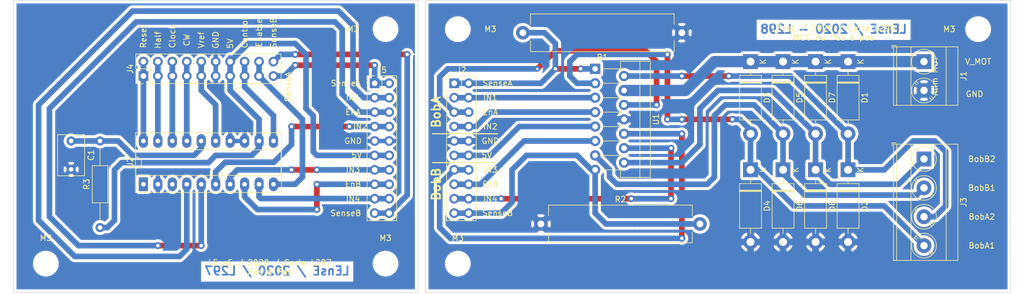
<source format=kicad_pcb>
(kicad_pcb (version 20171130) (host pcbnew 5.0.2-bee76a0~70~ubuntu18.04.1)

  (general
    (thickness 1.6)
    (drawings 55)
    (tracks 258)
    (zones 0)
    (modules 25)
    (nets 36)
  )

  (page A4)
  (layers
    (0 F.Cu signal)
    (31 B.Cu signal)
    (32 B.Adhes user)
    (33 F.Adhes user)
    (34 B.Paste user)
    (35 F.Paste user)
    (36 B.SilkS user)
    (37 F.SilkS user)
    (38 B.Mask user)
    (39 F.Mask user)
    (40 Dwgs.User user)
    (41 Cmts.User user)
    (42 Eco1.User user)
    (43 Eco2.User user)
    (44 Edge.Cuts user)
    (45 Margin user)
    (46 B.CrtYd user)
    (47 F.CrtYd user)
    (48 B.Fab user)
    (49 F.Fab user)
  )

  (setup
    (last_trace_width 1)
    (user_trace_width 1)
    (user_trace_width 2)
    (trace_clearance 0.2)
    (zone_clearance 0.508)
    (zone_45_only no)
    (trace_min 0.2)
    (segment_width 0.2)
    (edge_width 0.1)
    (via_size 0.8)
    (via_drill 0.4)
    (via_min_size 0.4)
    (via_min_drill 0.3)
    (user_via 1.2 0.6)
    (uvia_size 0.3)
    (uvia_drill 0.1)
    (uvias_allowed no)
    (uvia_min_size 0.2)
    (uvia_min_drill 0.1)
    (pcb_text_width 0.3)
    (pcb_text_size 1.5 1.5)
    (mod_edge_width 0.15)
    (mod_text_size 1 1)
    (mod_text_width 0.15)
    (pad_size 2.6 2.6)
    (pad_drill 1.4)
    (pad_to_mask_clearance 0)
    (solder_mask_min_width 0.25)
    (aux_axis_origin 0 0)
    (visible_elements 7FFFFFFF)
    (pcbplotparams
      (layerselection 0x010fc_ffffffff)
      (usegerberextensions false)
      (usegerberattributes true)
      (usegerberadvancedattributes true)
      (creategerberjobfile true)
      (excludeedgelayer true)
      (linewidth 0.100000)
      (plotframeref false)
      (viasonmask false)
      (mode 1)
      (useauxorigin false)
      (hpglpennumber 1)
      (hpglpenspeed 20)
      (hpglpendiameter 15.000000)
      (psnegative false)
      (psa4output false)
      (plotreference true)
      (plotvalue true)
      (plotinvisibletext false)
      (padsonsilk false)
      (subtractmaskfromsilk false)
      (outputformat 1)
      (mirror false)
      (drillshape 0)
      (scaleselection 1)
      (outputdirectory "gerber_L298"))
  )

  (net 0 "")
  (net 1 V_MOT)
  (net 2 /BobA2)
  (net 3 GND)
  (net 4 /BobA1)
  (net 5 /BobB2)
  (net 6 /BobB1)
  (net 7 SenseA)
  (net 8 IN1)
  (net 9 EnA)
  (net 10 IN2)
  (net 11 5V)
  (net 12 IN3)
  (net 13 EnB)
  (net 14 IN4)
  (net 15 SenseB)
  (net 16 "Net-(C1-Pad1)")
  (net 17 GND_C)
  (net 18 SenseB_C)
  (net 19 SenseA_C)
  (net 20 ENABLE)
  (net 21 CONTROL)
  (net 22 5V_C)
  (net 23 VREF_C)
  (net 24 CW)
  (net 25 CLOCK)
  (net 26 HALF)
  (net 27 RESET)
  (net 28 IN1_C)
  (net 29 EnA_C)
  (net 30 IN2_C)
  (net 31 IN3_C)
  (net 32 EnB_C)
  (net 33 IN4_C)
  (net 34 "Net-(U2-Pad1)")
  (net 35 "Net-(U2-Pad3)")

  (net_class Default "Ceci est la Netclass par défaut."
    (clearance 0.2)
    (trace_width 0.25)
    (via_dia 0.8)
    (via_drill 0.4)
    (uvia_dia 0.3)
    (uvia_drill 0.1)
    (add_net /BobA1)
    (add_net /BobA2)
    (add_net /BobB1)
    (add_net /BobB2)
    (add_net 5V)
    (add_net 5V_C)
    (add_net CLOCK)
    (add_net CONTROL)
    (add_net CW)
    (add_net ENABLE)
    (add_net EnA)
    (add_net EnA_C)
    (add_net EnB)
    (add_net EnB_C)
    (add_net GND)
    (add_net GND_C)
    (add_net HALF)
    (add_net IN1)
    (add_net IN1_C)
    (add_net IN2)
    (add_net IN2_C)
    (add_net IN3)
    (add_net IN3_C)
    (add_net IN4)
    (add_net IN4_C)
    (add_net "Net-(C1-Pad1)")
    (add_net "Net-(U2-Pad1)")
    (add_net "Net-(U2-Pad3)")
    (add_net RESET)
    (add_net SenseA)
    (add_net SenseA_C)
    (add_net SenseB)
    (add_net SenseB_C)
    (add_net VREF_C)
    (add_net V_MOT)
  )

  (module Package_DIP:DIP-20_W7.62mm_Socket_LongPads (layer F.Cu) (tedit 5A02E8C5) (tstamp 5FB6B106)
    (at 85.725 85.725 90)
    (descr "20-lead though-hole mounted DIP package, row spacing 7.62 mm (300 mils), Socket, LongPads")
    (tags "THT DIP DIL PDIP 2.54mm 7.62mm 300mil Socket LongPads")
    (path /5FB6C580)
    (fp_text reference U2 (at 3.81 -2.33 90) (layer F.SilkS)
      (effects (font (size 1 1) (thickness 0.15)))
    )
    (fp_text value L297 (at 3.81 25.19 90) (layer F.Fab)
      (effects (font (size 1 1) (thickness 0.15)))
    )
    (fp_line (start 1.635 -1.27) (end 6.985 -1.27) (layer F.Fab) (width 0.1))
    (fp_line (start 6.985 -1.27) (end 6.985 24.13) (layer F.Fab) (width 0.1))
    (fp_line (start 6.985 24.13) (end 0.635 24.13) (layer F.Fab) (width 0.1))
    (fp_line (start 0.635 24.13) (end 0.635 -0.27) (layer F.Fab) (width 0.1))
    (fp_line (start 0.635 -0.27) (end 1.635 -1.27) (layer F.Fab) (width 0.1))
    (fp_line (start -1.27 -1.33) (end -1.27 24.19) (layer F.Fab) (width 0.1))
    (fp_line (start -1.27 24.19) (end 8.89 24.19) (layer F.Fab) (width 0.1))
    (fp_line (start 8.89 24.19) (end 8.89 -1.33) (layer F.Fab) (width 0.1))
    (fp_line (start 8.89 -1.33) (end -1.27 -1.33) (layer F.Fab) (width 0.1))
    (fp_line (start 2.81 -1.33) (end 1.56 -1.33) (layer F.SilkS) (width 0.12))
    (fp_line (start 1.56 -1.33) (end 1.56 24.19) (layer F.SilkS) (width 0.12))
    (fp_line (start 1.56 24.19) (end 6.06 24.19) (layer F.SilkS) (width 0.12))
    (fp_line (start 6.06 24.19) (end 6.06 -1.33) (layer F.SilkS) (width 0.12))
    (fp_line (start 6.06 -1.33) (end 4.81 -1.33) (layer F.SilkS) (width 0.12))
    (fp_line (start -1.44 -1.39) (end -1.44 24.25) (layer F.SilkS) (width 0.12))
    (fp_line (start -1.44 24.25) (end 9.06 24.25) (layer F.SilkS) (width 0.12))
    (fp_line (start 9.06 24.25) (end 9.06 -1.39) (layer F.SilkS) (width 0.12))
    (fp_line (start 9.06 -1.39) (end -1.44 -1.39) (layer F.SilkS) (width 0.12))
    (fp_line (start -1.55 -1.6) (end -1.55 24.45) (layer F.CrtYd) (width 0.05))
    (fp_line (start -1.55 24.45) (end 9.15 24.45) (layer F.CrtYd) (width 0.05))
    (fp_line (start 9.15 24.45) (end 9.15 -1.6) (layer F.CrtYd) (width 0.05))
    (fp_line (start 9.15 -1.6) (end -1.55 -1.6) (layer F.CrtYd) (width 0.05))
    (fp_arc (start 3.81 -1.33) (end 2.81 -1.33) (angle -180) (layer F.SilkS) (width 0.12))
    (fp_text user %R (at 3.81 11.43 90) (layer F.Fab)
      (effects (font (size 1 1) (thickness 0.15)))
    )
    (pad 1 thru_hole rect (at 0 0 90) (size 2.4 1.6) (drill 0.8) (layers *.Cu *.Mask)
      (net 34 "Net-(U2-Pad1)"))
    (pad 11 thru_hole oval (at 7.62 22.86 90) (size 2.4 1.6) (drill 0.8) (layers *.Cu *.Mask)
      (net 21 CONTROL))
    (pad 2 thru_hole oval (at 0 2.54 90) (size 2.4 1.6) (drill 0.8) (layers *.Cu *.Mask)
      (net 17 GND_C))
    (pad 12 thru_hole oval (at 7.62 20.32 90) (size 2.4 1.6) (drill 0.8) (layers *.Cu *.Mask)
      (net 22 5V_C))
    (pad 3 thru_hole oval (at 0 5.08 90) (size 2.4 1.6) (drill 0.8) (layers *.Cu *.Mask)
      (net 35 "Net-(U2-Pad3)"))
    (pad 13 thru_hole oval (at 7.62 17.78 90) (size 2.4 1.6) (drill 0.8) (layers *.Cu *.Mask)
      (net 17 GND_C))
    (pad 4 thru_hole oval (at 0 7.62 90) (size 2.4 1.6) (drill 0.8) (layers *.Cu *.Mask)
      (net 28 IN1_C))
    (pad 14 thru_hole oval (at 7.62 15.24 90) (size 2.4 1.6) (drill 0.8) (layers *.Cu *.Mask)
      (net 17 GND_C))
    (pad 5 thru_hole oval (at 0 10.16 90) (size 2.4 1.6) (drill 0.8) (layers *.Cu *.Mask)
      (net 29 EnA_C))
    (pad 15 thru_hole oval (at 7.62 12.7 90) (size 2.4 1.6) (drill 0.8) (layers *.Cu *.Mask)
      (net 23 VREF_C))
    (pad 6 thru_hole oval (at 0 12.7 90) (size 2.4 1.6) (drill 0.8) (layers *.Cu *.Mask)
      (net 30 IN2_C))
    (pad 16 thru_hole oval (at 7.62 10.16 90) (size 2.4 1.6) (drill 0.8) (layers *.Cu *.Mask)
      (net 16 "Net-(C1-Pad1)"))
    (pad 7 thru_hole oval (at 0 15.24 90) (size 2.4 1.6) (drill 0.8) (layers *.Cu *.Mask)
      (net 31 IN3_C))
    (pad 17 thru_hole oval (at 7.62 7.62 90) (size 2.4 1.6) (drill 0.8) (layers *.Cu *.Mask)
      (net 24 CW))
    (pad 8 thru_hole oval (at 0 17.78 90) (size 2.4 1.6) (drill 0.8) (layers *.Cu *.Mask)
      (net 32 EnB_C))
    (pad 18 thru_hole oval (at 7.62 5.08 90) (size 2.4 1.6) (drill 0.8) (layers *.Cu *.Mask)
      (net 25 CLOCK))
    (pad 9 thru_hole oval (at 0 20.32 90) (size 2.4 1.6) (drill 0.8) (layers *.Cu *.Mask)
      (net 33 IN4_C))
    (pad 19 thru_hole oval (at 7.62 2.54 90) (size 2.4 1.6) (drill 0.8) (layers *.Cu *.Mask)
      (net 26 HALF))
    (pad 10 thru_hole oval (at 0 22.86 90) (size 2.4 1.6) (drill 0.8) (layers *.Cu *.Mask)
      (net 20 ENABLE))
    (pad 20 thru_hole oval (at 7.62 0 90) (size 2.4 1.6) (drill 0.8) (layers *.Cu *.Mask)
      (net 27 RESET))
    (model ${KISYS3DMOD}/Package_DIP.3dshapes/DIP-20_W7.62mm_Socket.wrl
      (at (xyz 0 0 0))
      (scale (xyz 1 1 1))
      (rotate (xyz 0 0 0))
    )
  )

  (module Connector_PinHeader_2.54mm:PinHeader_2x10_P2.54mm_Vertical (layer F.Cu) (tedit 59FED5CC) (tstamp 5FB6B095)
    (at 85.725 66.675 90)
    (descr "Through hole straight pin header, 2x10, 2.54mm pitch, double rows")
    (tags "Through hole pin header THT 2x10 2.54mm double row")
    (path /5FB7714A)
    (fp_text reference J4 (at 1.27 -2.33 90) (layer F.SilkS)
      (effects (font (size 1 1) (thickness 0.15)))
    )
    (fp_text value Commande_C (at 1.27 25.19 90) (layer F.Fab)
      (effects (font (size 1 1) (thickness 0.15)))
    )
    (fp_line (start 4.35 -1.8) (end -1.8 -1.8) (layer F.CrtYd) (width 0.05))
    (fp_line (start 4.35 24.65) (end 4.35 -1.8) (layer F.CrtYd) (width 0.05))
    (fp_line (start -1.8 24.65) (end 4.35 24.65) (layer F.CrtYd) (width 0.05))
    (fp_line (start -1.8 -1.8) (end -1.8 24.65) (layer F.CrtYd) (width 0.05))
    (fp_line (start -1.33 -1.33) (end 0 -1.33) (layer F.SilkS) (width 0.12))
    (fp_line (start -1.33 0) (end -1.33 -1.33) (layer F.SilkS) (width 0.12))
    (fp_line (start 1.27 -1.33) (end 3.87 -1.33) (layer F.SilkS) (width 0.12))
    (fp_line (start 1.27 1.27) (end 1.27 -1.33) (layer F.SilkS) (width 0.12))
    (fp_line (start -1.33 1.27) (end 1.27 1.27) (layer F.SilkS) (width 0.12))
    (fp_line (start 3.87 -1.33) (end 3.87 24.19) (layer F.SilkS) (width 0.12))
    (fp_line (start -1.33 1.27) (end -1.33 24.19) (layer F.SilkS) (width 0.12))
    (fp_line (start -1.33 24.19) (end 3.87 24.19) (layer F.SilkS) (width 0.12))
    (fp_line (start -1.27 0) (end 0 -1.27) (layer F.Fab) (width 0.1))
    (fp_line (start -1.27 24.13) (end -1.27 0) (layer F.Fab) (width 0.1))
    (fp_line (start 3.81 24.13) (end -1.27 24.13) (layer F.Fab) (width 0.1))
    (fp_line (start 3.81 -1.27) (end 3.81 24.13) (layer F.Fab) (width 0.1))
    (fp_line (start 0 -1.27) (end 3.81 -1.27) (layer F.Fab) (width 0.1))
    (fp_text user %R (at 1.27 11.43) (layer F.Fab)
      (effects (font (size 1 1) (thickness 0.15)))
    )
    (pad 20 thru_hole oval (at 2.54 22.86 90) (size 1.7 1.7) (drill 1) (layers *.Cu *.Mask)
      (net 18 SenseB_C))
    (pad 19 thru_hole oval (at 0 22.86 90) (size 1.7 1.7) (drill 1) (layers *.Cu *.Mask)
      (net 19 SenseA_C))
    (pad 18 thru_hole oval (at 2.54 20.32 90) (size 1.7 1.7) (drill 1) (layers *.Cu *.Mask)
      (net 20 ENABLE))
    (pad 17 thru_hole oval (at 0 20.32 90) (size 1.7 1.7) (drill 1) (layers *.Cu *.Mask)
      (net 20 ENABLE))
    (pad 16 thru_hole oval (at 2.54 17.78 90) (size 1.7 1.7) (drill 1) (layers *.Cu *.Mask)
      (net 21 CONTROL))
    (pad 15 thru_hole oval (at 0 17.78 90) (size 1.7 1.7) (drill 1) (layers *.Cu *.Mask)
      (net 21 CONTROL))
    (pad 14 thru_hole oval (at 2.54 15.24 90) (size 1.7 1.7) (drill 1) (layers *.Cu *.Mask)
      (net 22 5V_C))
    (pad 13 thru_hole oval (at 0 15.24 90) (size 1.7 1.7) (drill 1) (layers *.Cu *.Mask)
      (net 22 5V_C))
    (pad 12 thru_hole oval (at 2.54 12.7 90) (size 1.7 1.7) (drill 1) (layers *.Cu *.Mask)
      (net 17 GND_C))
    (pad 11 thru_hole oval (at 0 12.7 90) (size 1.7 1.7) (drill 1) (layers *.Cu *.Mask)
      (net 17 GND_C))
    (pad 10 thru_hole oval (at 2.54 10.16 90) (size 1.7 1.7) (drill 1) (layers *.Cu *.Mask)
      (net 23 VREF_C))
    (pad 9 thru_hole oval (at 0 10.16 90) (size 1.7 1.7) (drill 1) (layers *.Cu *.Mask)
      (net 23 VREF_C))
    (pad 8 thru_hole oval (at 2.54 7.62 90) (size 1.7 1.7) (drill 1) (layers *.Cu *.Mask)
      (net 24 CW))
    (pad 7 thru_hole oval (at 0 7.62 90) (size 1.7 1.7) (drill 1) (layers *.Cu *.Mask)
      (net 24 CW))
    (pad 6 thru_hole oval (at 2.54 5.08 90) (size 1.7 1.7) (drill 1) (layers *.Cu *.Mask)
      (net 25 CLOCK))
    (pad 5 thru_hole oval (at 0 5.08 90) (size 1.7 1.7) (drill 1) (layers *.Cu *.Mask)
      (net 25 CLOCK))
    (pad 4 thru_hole oval (at 2.54 2.54 90) (size 1.7 1.7) (drill 1) (layers *.Cu *.Mask)
      (net 26 HALF))
    (pad 3 thru_hole oval (at 0 2.54 90) (size 1.7 1.7) (drill 1) (layers *.Cu *.Mask)
      (net 26 HALF))
    (pad 2 thru_hole oval (at 2.54 0 90) (size 1.7 1.7) (drill 1) (layers *.Cu *.Mask)
      (net 27 RESET))
    (pad 1 thru_hole rect (at 0 0 90) (size 1.7 1.7) (drill 1) (layers *.Cu *.Mask)
      (net 27 RESET))
    (model ${KISYS3DMOD}/Connector_PinHeader_2.54mm.3dshapes/PinHeader_2x10_P2.54mm_Vertical.wrl
      (at (xyz 0 0 0))
      (scale (xyz 1 1 1))
      (rotate (xyz 0 0 0))
    )
  )

  (module MountingHole:MountingHole_3.5mm (layer F.Cu) (tedit 56D1B4CB) (tstamp 5FB6BE0C)
    (at 128.27 99.695)
    (descr "Mounting Hole 3.5mm, no annular")
    (tags "mounting hole 3.5mm no annular")
    (attr virtual)
    (fp_text reference M3 (at 0 -4.5) (layer F.SilkS)
      (effects (font (size 1 1) (thickness 0.15)))
    )
    (fp_text value MountingHole_3.5mm (at 0 4.5) (layer F.Fab)
      (effects (font (size 1 1) (thickness 0.15)))
    )
    (fp_circle (center 0 0) (end 3.75 0) (layer F.CrtYd) (width 0.05))
    (fp_circle (center 0 0) (end 3.5 0) (layer Cmts.User) (width 0.15))
    (fp_text user %R (at 0.3 0) (layer F.Fab)
      (effects (font (size 1 1) (thickness 0.15)))
    )
    (pad 1 np_thru_hole circle (at 0 0) (size 3.5 3.5) (drill 3.5) (layers *.Cu *.Mask))
  )

  (module MountingHole:MountingHole_3.5mm (layer F.Cu) (tedit 56D1B4CB) (tstamp 5FB6BE29)
    (at 68.58 99.695)
    (descr "Mounting Hole 3.5mm, no annular")
    (tags "mounting hole 3.5mm no annular")
    (attr virtual)
    (fp_text reference M3 (at 0 -4.5) (layer F.SilkS)
      (effects (font (size 1 1) (thickness 0.15)))
    )
    (fp_text value MountingHole_3.5mm (at 0 4.5) (layer F.Fab)
      (effects (font (size 1 1) (thickness 0.15)))
    )
    (fp_circle (center 0 0) (end 3.75 0) (layer F.CrtYd) (width 0.05))
    (fp_circle (center 0 0) (end 3.5 0) (layer Cmts.User) (width 0.15))
    (fp_text user %R (at 0.3 0) (layer F.Fab)
      (effects (font (size 1 1) (thickness 0.15)))
    )
    (pad 1 np_thru_hole circle (at 0 0) (size 3.5 3.5) (drill 3.5) (layers *.Cu *.Mask))
  )

  (module Resistor_THT:R_Axial_DIN0207_L6.3mm_D2.5mm_P15.24mm_Horizontal (layer F.Cu) (tedit 5AE5139B) (tstamp 5FB6B0D6)
    (at 78.105 93.345 90)
    (descr "Resistor, Axial_DIN0207 series, Axial, Horizontal, pin pitch=15.24mm, 0.25W = 1/4W, length*diameter=6.3*2.5mm^2, http://cdn-reichelt.de/documents/datenblatt/B400/1_4W%23YAG.pdf")
    (tags "Resistor Axial_DIN0207 series Axial Horizontal pin pitch 15.24mm 0.25W = 1/4W length 6.3mm diameter 2.5mm")
    (path /5FB87973)
    (fp_text reference R3 (at 7.62 -2.37 90) (layer F.SilkS)
      (effects (font (size 1 1) (thickness 0.15)))
    )
    (fp_text value 22k (at 7.62 2.37 90) (layer F.Fab)
      (effects (font (size 1 1) (thickness 0.15)))
    )
    (fp_line (start 4.47 -1.25) (end 4.47 1.25) (layer F.Fab) (width 0.1))
    (fp_line (start 4.47 1.25) (end 10.77 1.25) (layer F.Fab) (width 0.1))
    (fp_line (start 10.77 1.25) (end 10.77 -1.25) (layer F.Fab) (width 0.1))
    (fp_line (start 10.77 -1.25) (end 4.47 -1.25) (layer F.Fab) (width 0.1))
    (fp_line (start 0 0) (end 4.47 0) (layer F.Fab) (width 0.1))
    (fp_line (start 15.24 0) (end 10.77 0) (layer F.Fab) (width 0.1))
    (fp_line (start 4.35 -1.37) (end 4.35 1.37) (layer F.SilkS) (width 0.12))
    (fp_line (start 4.35 1.37) (end 10.89 1.37) (layer F.SilkS) (width 0.12))
    (fp_line (start 10.89 1.37) (end 10.89 -1.37) (layer F.SilkS) (width 0.12))
    (fp_line (start 10.89 -1.37) (end 4.35 -1.37) (layer F.SilkS) (width 0.12))
    (fp_line (start 1.04 0) (end 4.35 0) (layer F.SilkS) (width 0.12))
    (fp_line (start 14.2 0) (end 10.89 0) (layer F.SilkS) (width 0.12))
    (fp_line (start -1.05 -1.5) (end -1.05 1.5) (layer F.CrtYd) (width 0.05))
    (fp_line (start -1.05 1.5) (end 16.29 1.5) (layer F.CrtYd) (width 0.05))
    (fp_line (start 16.29 1.5) (end 16.29 -1.5) (layer F.CrtYd) (width 0.05))
    (fp_line (start 16.29 -1.5) (end -1.05 -1.5) (layer F.CrtYd) (width 0.05))
    (fp_text user %R (at 7.62 0 90) (layer F.Fab)
      (effects (font (size 1 1) (thickness 0.15)))
    )
    (pad 1 thru_hole circle (at 0 0 90) (size 1.6 1.6) (drill 0.8) (layers *.Cu *.Mask)
      (net 22 5V_C))
    (pad 2 thru_hole oval (at 15.24 0 90) (size 1.6 1.6) (drill 0.8) (layers *.Cu *.Mask)
      (net 16 "Net-(C1-Pad1)"))
    (model ${KISYS3DMOD}/Resistor_THT.3dshapes/R_Axial_DIN0207_L6.3mm_D2.5mm_P15.24mm_Horizontal.wrl
      (at (xyz 0 0 0))
      (scale (xyz 1 1 1))
      (rotate (xyz 0 0 0))
    )
  )

  (module MountingHole:MountingHole_3.5mm (layer F.Cu) (tedit 56D1B4CB) (tstamp 5FB6BDEF)
    (at 128.27 58.42)
    (descr "Mounting Hole 3.5mm, no annular")
    (tags "mounting hole 3.5mm no annular")
    (attr virtual)
    (fp_text reference M3 (at -5.715 0) (layer F.SilkS)
      (effects (font (size 1 1) (thickness 0.15)))
    )
    (fp_text value MountingHole_3.5mm (at 0 4.5) (layer F.Fab)
      (effects (font (size 1 1) (thickness 0.15)))
    )
    (fp_circle (center 0 0) (end 3.75 0) (layer F.CrtYd) (width 0.05))
    (fp_circle (center 0 0) (end 3.5 0) (layer Cmts.User) (width 0.15))
    (fp_text user %R (at 0.3 0) (layer F.Fab)
      (effects (font (size 1 1) (thickness 0.15)))
    )
    (pad 1 np_thru_hole circle (at 0 0) (size 3.5 3.5) (drill 3.5) (layers *.Cu *.Mask))
  )

  (module Connector_PinHeader_2.54mm:PinHeader_2x10_P2.54mm_Vertical (layer F.Cu) (tedit 59FED5CC) (tstamp 5FB6B0BF)
    (at 126.365 67.945)
    (descr "Through hole straight pin header, 2x10, 2.54mm pitch, double rows")
    (tags "Through hole pin header THT 2x10 2.54mm double row")
    (path /5FB715A3)
    (fp_text reference J5 (at 1.27 -2.33) (layer F.SilkS)
      (effects (font (size 1 1) (thickness 0.15)))
    )
    (fp_text value Commande_CP (at 1.27 25.19) (layer F.Fab)
      (effects (font (size 1 1) (thickness 0.15)))
    )
    (fp_line (start 0 -1.27) (end 3.81 -1.27) (layer F.Fab) (width 0.1))
    (fp_line (start 3.81 -1.27) (end 3.81 24.13) (layer F.Fab) (width 0.1))
    (fp_line (start 3.81 24.13) (end -1.27 24.13) (layer F.Fab) (width 0.1))
    (fp_line (start -1.27 24.13) (end -1.27 0) (layer F.Fab) (width 0.1))
    (fp_line (start -1.27 0) (end 0 -1.27) (layer F.Fab) (width 0.1))
    (fp_line (start -1.33 24.19) (end 3.87 24.19) (layer F.SilkS) (width 0.12))
    (fp_line (start -1.33 1.27) (end -1.33 24.19) (layer F.SilkS) (width 0.12))
    (fp_line (start 3.87 -1.33) (end 3.87 24.19) (layer F.SilkS) (width 0.12))
    (fp_line (start -1.33 1.27) (end 1.27 1.27) (layer F.SilkS) (width 0.12))
    (fp_line (start 1.27 1.27) (end 1.27 -1.33) (layer F.SilkS) (width 0.12))
    (fp_line (start 1.27 -1.33) (end 3.87 -1.33) (layer F.SilkS) (width 0.12))
    (fp_line (start -1.33 0) (end -1.33 -1.33) (layer F.SilkS) (width 0.12))
    (fp_line (start -1.33 -1.33) (end 0 -1.33) (layer F.SilkS) (width 0.12))
    (fp_line (start -1.8 -1.8) (end -1.8 24.65) (layer F.CrtYd) (width 0.05))
    (fp_line (start -1.8 24.65) (end 4.35 24.65) (layer F.CrtYd) (width 0.05))
    (fp_line (start 4.35 24.65) (end 4.35 -1.8) (layer F.CrtYd) (width 0.05))
    (fp_line (start 4.35 -1.8) (end -1.8 -1.8) (layer F.CrtYd) (width 0.05))
    (fp_text user %R (at 1.27 11.43 90) (layer F.Fab)
      (effects (font (size 1 1) (thickness 0.15)))
    )
    (pad 1 thru_hole rect (at 0 0) (size 1.7 1.7) (drill 1) (layers *.Cu *.Mask)
      (net 19 SenseA_C))
    (pad 2 thru_hole oval (at 2.54 0) (size 1.7 1.7) (drill 1) (layers *.Cu *.Mask)
      (net 19 SenseA_C))
    (pad 3 thru_hole oval (at 0 2.54) (size 1.7 1.7) (drill 1) (layers *.Cu *.Mask)
      (net 28 IN1_C))
    (pad 4 thru_hole oval (at 2.54 2.54) (size 1.7 1.7) (drill 1) (layers *.Cu *.Mask)
      (net 28 IN1_C))
    (pad 5 thru_hole oval (at 0 5.08) (size 1.7 1.7) (drill 1) (layers *.Cu *.Mask)
      (net 29 EnA_C))
    (pad 6 thru_hole oval (at 2.54 5.08) (size 1.7 1.7) (drill 1) (layers *.Cu *.Mask)
      (net 29 EnA_C))
    (pad 7 thru_hole oval (at 0 7.62) (size 1.7 1.7) (drill 1) (layers *.Cu *.Mask)
      (net 30 IN2_C))
    (pad 8 thru_hole oval (at 2.54 7.62) (size 1.7 1.7) (drill 1) (layers *.Cu *.Mask)
      (net 30 IN2_C))
    (pad 9 thru_hole oval (at 0 10.16) (size 1.7 1.7) (drill 1) (layers *.Cu *.Mask)
      (net 17 GND_C))
    (pad 10 thru_hole oval (at 2.54 10.16) (size 1.7 1.7) (drill 1) (layers *.Cu *.Mask)
      (net 17 GND_C))
    (pad 11 thru_hole oval (at 0 12.7) (size 1.7 1.7) (drill 1) (layers *.Cu *.Mask)
      (net 22 5V_C))
    (pad 12 thru_hole oval (at 2.54 12.7) (size 1.7 1.7) (drill 1) (layers *.Cu *.Mask)
      (net 22 5V_C))
    (pad 13 thru_hole oval (at 0 15.24) (size 1.7 1.7) (drill 1) (layers *.Cu *.Mask)
      (net 31 IN3_C))
    (pad 14 thru_hole oval (at 2.54 15.24) (size 1.7 1.7) (drill 1) (layers *.Cu *.Mask)
      (net 31 IN3_C))
    (pad 15 thru_hole oval (at 0 17.78) (size 1.7 1.7) (drill 1) (layers *.Cu *.Mask)
      (net 32 EnB_C))
    (pad 16 thru_hole oval (at 2.54 17.78) (size 1.7 1.7) (drill 1) (layers *.Cu *.Mask)
      (net 32 EnB_C))
    (pad 17 thru_hole oval (at 0 20.32) (size 1.7 1.7) (drill 1) (layers *.Cu *.Mask)
      (net 33 IN4_C))
    (pad 18 thru_hole oval (at 2.54 20.32) (size 1.7 1.7) (drill 1) (layers *.Cu *.Mask)
      (net 33 IN4_C))
    (pad 19 thru_hole oval (at 0 22.86) (size 1.7 1.7) (drill 1) (layers *.Cu *.Mask)
      (net 18 SenseB_C))
    (pad 20 thru_hole oval (at 2.54 22.86) (size 1.7 1.7) (drill 1) (layers *.Cu *.Mask)
      (net 18 SenseB_C))
    (model ${KISYS3DMOD}/Connector_PinHeader_2.54mm.3dshapes/PinHeader_2x10_P2.54mm_Vertical.wrl
      (at (xyz 0 0 0))
      (scale (xyz 1 1 1))
      (rotate (xyz 0 0 0))
    )
  )

  (module Capacitor_THT:C_Rect_L7.0mm_W4.5mm_P5.00mm (layer F.Cu) (tedit 5AE50EF0) (tstamp 5FC8403C)
    (at 73.025 78.105 270)
    (descr "C, Rect series, Radial, pin pitch=5.00mm, , length*width=7*4.5mm^2, Capacitor")
    (tags "C Rect series Radial pin pitch 5.00mm  length 7mm width 4.5mm Capacitor")
    (path /5FB88421)
    (fp_text reference C1 (at 2.5 -3.5 270) (layer F.SilkS)
      (effects (font (size 1 1) (thickness 0.15)))
    )
    (fp_text value 3.3nF (at 2.5 3.5 270) (layer F.Fab)
      (effects (font (size 1 1) (thickness 0.15)))
    )
    (fp_line (start -1 -2.25) (end -1 2.25) (layer F.Fab) (width 0.1))
    (fp_line (start -1 2.25) (end 6 2.25) (layer F.Fab) (width 0.1))
    (fp_line (start 6 2.25) (end 6 -2.25) (layer F.Fab) (width 0.1))
    (fp_line (start 6 -2.25) (end -1 -2.25) (layer F.Fab) (width 0.1))
    (fp_line (start -1.12 -2.37) (end 6.12 -2.37) (layer F.SilkS) (width 0.12))
    (fp_line (start -1.12 2.37) (end 6.12 2.37) (layer F.SilkS) (width 0.12))
    (fp_line (start -1.12 -2.37) (end -1.12 2.37) (layer F.SilkS) (width 0.12))
    (fp_line (start 6.12 -2.37) (end 6.12 2.37) (layer F.SilkS) (width 0.12))
    (fp_line (start -1.25 -2.5) (end -1.25 2.5) (layer F.CrtYd) (width 0.05))
    (fp_line (start -1.25 2.5) (end 6.25 2.5) (layer F.CrtYd) (width 0.05))
    (fp_line (start 6.25 2.5) (end 6.25 -2.5) (layer F.CrtYd) (width 0.05))
    (fp_line (start 6.25 -2.5) (end -1.25 -2.5) (layer F.CrtYd) (width 0.05))
    (fp_text user %R (at 2.5 0 270) (layer F.Fab)
      (effects (font (size 1 1) (thickness 0.15)))
    )
    (pad 1 thru_hole circle (at 0 0 270) (size 1.6 1.6) (drill 0.8) (layers *.Cu *.Mask)
      (net 16 "Net-(C1-Pad1)"))
    (pad 2 thru_hole circle (at 5 0 270) (size 1.6 1.6) (drill 0.8) (layers *.Cu *.Mask)
      (net 17 GND_C))
    (model ${KISYS3DMOD}/Capacitor_THT.3dshapes/C_Rect_L7.0mm_W4.5mm_P5.00mm.wrl
      (at (xyz 0 0 0))
      (scale (xyz 1 1 1))
      (rotate (xyz 0 0 0))
    )
  )

  (module Package_TO_SOT_THT:TO-220-15_P2.54x2.54mm_StaggerOdd_Lead4.58mm_Vertical (layer F.Cu) (tedit 5AF05A31) (tstamp 5FB67C0F)
    (at 165.1 65.405 270)
    (descr "TO-220-15, Vertical, RM 1.27mm, staggered type-1, see http://www.st.com/resource/en/datasheet/l298.pdf")
    (tags "TO-220-15 Vertical RM 1.27mm staggered type-1")
    (path /5FB960A2)
    (fp_text reference U1 (at 8.89 -10.7 90) (layer F.SilkS)
      (effects (font (size 1 1) (thickness 0.15)))
    )
    (fp_text value L298HN (at 8.89 2.15 90) (layer F.Fab)
      (effects (font (size 1 1) (thickness 0.15)))
    )
    (fp_line (start 19.25 -9.83) (end -1.46 -9.83) (layer F.CrtYd) (width 0.05))
    (fp_line (start 19.25 1.16) (end 19.25 -9.83) (layer F.CrtYd) (width 0.05))
    (fp_line (start -1.46 1.16) (end 19.25 1.16) (layer F.CrtYd) (width 0.05))
    (fp_line (start -1.46 -9.83) (end -1.46 1.16) (layer F.CrtYd) (width 0.05))
    (fp_line (start 17.78 -4.459) (end 17.78 -1.065) (layer F.SilkS) (width 0.12))
    (fp_line (start 15.24 -4.459) (end 15.24 -1.065) (layer F.SilkS) (width 0.12))
    (fp_line (start 12.7 -4.459) (end 12.7 -1.065) (layer F.SilkS) (width 0.12))
    (fp_line (start 10.16 -4.459) (end 10.16 -1.065) (layer F.SilkS) (width 0.12))
    (fp_line (start 7.62 -4.459) (end 7.62 -1.065) (layer F.SilkS) (width 0.12))
    (fp_line (start 5.08 -4.459) (end 5.08 -1.065) (layer F.SilkS) (width 0.12))
    (fp_line (start 2.54 -4.459) (end 2.54 -1.065) (layer F.SilkS) (width 0.12))
    (fp_line (start 0 -4.459) (end 0 -1.05) (layer F.SilkS) (width 0.12))
    (fp_line (start 10.74 -9.7) (end 10.74 -7.86) (layer F.SilkS) (width 0.12))
    (fp_line (start 7.041 -9.7) (end 7.041 -7.86) (layer F.SilkS) (width 0.12))
    (fp_line (start -1.33 -7.86) (end 19.11 -7.86) (layer F.SilkS) (width 0.12))
    (fp_line (start 19.11 -9.7) (end 19.11 -4.459) (layer F.SilkS) (width 0.12))
    (fp_line (start -1.33 -9.7) (end -1.33 -4.459) (layer F.SilkS) (width 0.12))
    (fp_line (start 17.435 -4.459) (end 19.11 -4.459) (layer F.SilkS) (width 0.12))
    (fp_line (start 14.895 -4.459) (end 15.586 -4.459) (layer F.SilkS) (width 0.12))
    (fp_line (start 12.355 -4.459) (end 13.046 -4.459) (layer F.SilkS) (width 0.12))
    (fp_line (start 9.815 -4.459) (end 10.506 -4.459) (layer F.SilkS) (width 0.12))
    (fp_line (start 7.275 -4.459) (end 7.966 -4.459) (layer F.SilkS) (width 0.12))
    (fp_line (start 4.735 -4.459) (end 5.426 -4.459) (layer F.SilkS) (width 0.12))
    (fp_line (start 2.195 -4.459) (end 2.886 -4.459) (layer F.SilkS) (width 0.12))
    (fp_line (start -1.33 -4.459) (end 0.346 -4.459) (layer F.SilkS) (width 0.12))
    (fp_line (start -1.33 -9.7) (end 19.11 -9.7) (layer F.SilkS) (width 0.12))
    (fp_line (start 17.78 -4.58) (end 17.78 0) (layer F.Fab) (width 0.1))
    (fp_line (start 15.24 -4.58) (end 15.24 0) (layer F.Fab) (width 0.1))
    (fp_line (start 12.7 -4.58) (end 12.7 0) (layer F.Fab) (width 0.1))
    (fp_line (start 10.16 -4.58) (end 10.16 0) (layer F.Fab) (width 0.1))
    (fp_line (start 7.62 -4.58) (end 7.62 0) (layer F.Fab) (width 0.1))
    (fp_line (start 5.08 -4.58) (end 5.08 0) (layer F.Fab) (width 0.1))
    (fp_line (start 2.54 -4.58) (end 2.54 0) (layer F.Fab) (width 0.1))
    (fp_line (start 0 -4.58) (end 0 0) (layer F.Fab) (width 0.1))
    (fp_line (start 10.74 -9.58) (end 10.74 -7.98) (layer F.Fab) (width 0.1))
    (fp_line (start 7.04 -9.58) (end 7.04 -7.98) (layer F.Fab) (width 0.1))
    (fp_line (start -1.21 -7.98) (end 18.99 -7.98) (layer F.Fab) (width 0.1))
    (fp_line (start 18.99 -9.58) (end -1.21 -9.58) (layer F.Fab) (width 0.1))
    (fp_line (start 18.99 -4.58) (end 18.99 -9.58) (layer F.Fab) (width 0.1))
    (fp_line (start -1.21 -4.58) (end 18.99 -4.58) (layer F.Fab) (width 0.1))
    (fp_line (start -1.21 -9.58) (end -1.21 -4.58) (layer F.Fab) (width 0.1))
    (fp_text user %R (at 8.89 -10.7 90) (layer F.Fab)
      (effects (font (size 1 1) (thickness 0.15)))
    )
    (pad 1 thru_hole rect (at 0 0 270) (size 1.8 1.8) (drill 1) (layers *.Cu *.Mask)
      (net 7 SenseA))
    (pad 2 thru_hole oval (at 1.27 -5.08 270) (size 1.8 1.8) (drill 1) (layers *.Cu *.Mask)
      (net 2 /BobA2))
    (pad 3 thru_hole oval (at 2.54 0 270) (size 1.8 1.8) (drill 1) (layers *.Cu *.Mask)
      (net 4 /BobA1))
    (pad 4 thru_hole oval (at 3.81 -5.08 270) (size 1.8 1.8) (drill 1) (layers *.Cu *.Mask)
      (net 1 V_MOT))
    (pad 5 thru_hole oval (at 5.08 0 270) (size 1.8 1.8) (drill 1) (layers *.Cu *.Mask)
      (net 8 IN1))
    (pad 6 thru_hole oval (at 6.35 -5.08 270) (size 1.8 1.8) (drill 1) (layers *.Cu *.Mask)
      (net 9 EnA))
    (pad 7 thru_hole oval (at 7.62 0 270) (size 1.8 1.8) (drill 1) (layers *.Cu *.Mask)
      (net 10 IN2))
    (pad 8 thru_hole oval (at 8.89 -5.08 270) (size 1.8 1.8) (drill 1) (layers *.Cu *.Mask)
      (net 3 GND))
    (pad 9 thru_hole oval (at 10.16 0 270) (size 1.8 1.8) (drill 1) (layers *.Cu *.Mask)
      (net 11 5V))
    (pad 10 thru_hole oval (at 11.43 -5.08 270) (size 1.8 1.8) (drill 1) (layers *.Cu *.Mask)
      (net 12 IN3))
    (pad 11 thru_hole oval (at 12.7 0 270) (size 1.8 1.8) (drill 1) (layers *.Cu *.Mask)
      (net 13 EnB))
    (pad 12 thru_hole oval (at 13.97 -5.08 270) (size 1.8 1.8) (drill 1) (layers *.Cu *.Mask)
      (net 14 IN4))
    (pad 13 thru_hole oval (at 15.24 0 270) (size 1.8 1.8) (drill 1) (layers *.Cu *.Mask)
      (net 6 /BobB1))
    (pad 14 thru_hole oval (at 16.51 -5.08 270) (size 1.8 1.8) (drill 1) (layers *.Cu *.Mask)
      (net 5 /BobB2))
    (pad 15 thru_hole oval (at 17.78 0 270) (size 1.8 1.8) (drill 1) (layers *.Cu *.Mask)
      (net 15 SenseB))
    (model ${KISYS3DMOD}/Package_TO_SOT_THT.3dshapes/TO-220-15_P2.54x2.54mm_StaggerOdd_Lead4.58mm_Vertical.wrl
      (at (xyz 0 0 0))
      (scale (xyz 1 1 1))
      (rotate (xyz 0 0 0))
    )
  )

  (module TerminalBlock_Phoenix:TerminalBlock_Phoenix_MKDS-3-2-5.08_1x02_P5.08mm_Horizontal (layer F.Cu) (tedit 5B294F11) (tstamp 5FB67AAD)
    (at 222.885 64.135 270)
    (descr "Terminal Block Phoenix MKDS-3-2-5.08, 2 pins, pitch 5.08mm, size 10.2x11.2mm^2, drill diamater 1.3mm, pad diameter 2.6mm, see http://www.farnell.com/datasheets/2138224.pdf, script-generated using https://github.com/pointhi/kicad-footprint-generator/scripts/TerminalBlock_Phoenix")
    (tags "THT Terminal Block Phoenix MKDS-3-2-5.08 pitch 5.08mm size 10.2x11.2mm^2 drill 1.3mm pad 2.6mm")
    (path /5FB7D87F)
    (fp_text reference J1 (at 2.54 -6.96 90) (layer F.SilkS)
      (effects (font (size 1 1) (thickness 0.15)))
    )
    (fp_text value Alim_MOT (at 2.54 6.36 90) (layer F.Fab)
      (effects (font (size 1 1) (thickness 0.15)))
    )
    (fp_line (start 8.13 -6.4) (end -3.04 -6.4) (layer F.CrtYd) (width 0.05))
    (fp_line (start 8.13 5.8) (end 8.13 -6.4) (layer F.CrtYd) (width 0.05))
    (fp_line (start -3.04 5.8) (end 8.13 5.8) (layer F.CrtYd) (width 0.05))
    (fp_line (start -3.04 -6.4) (end -3.04 5.8) (layer F.CrtYd) (width 0.05))
    (fp_line (start -2.84 5.6) (end -2.34 5.6) (layer F.SilkS) (width 0.12))
    (fp_line (start -2.84 4.86) (end -2.84 5.6) (layer F.SilkS) (width 0.12))
    (fp_line (start 3.822 0.992) (end 3.427 1.388) (layer F.SilkS) (width 0.12))
    (fp_line (start 6.468 -1.654) (end 6.088 -1.274) (layer F.SilkS) (width 0.12))
    (fp_line (start 4.073 1.274) (end 3.693 1.654) (layer F.SilkS) (width 0.12))
    (fp_line (start 6.734 -1.388) (end 6.339 -0.992) (layer F.SilkS) (width 0.12))
    (fp_line (start 6.353 -1.517) (end 3.564 1.273) (layer F.Fab) (width 0.1))
    (fp_line (start 6.597 -1.273) (end 3.808 1.517) (layer F.Fab) (width 0.1))
    (fp_line (start -1.548 1.281) (end -1.654 1.388) (layer F.SilkS) (width 0.12))
    (fp_line (start 1.388 -1.654) (end 1.281 -1.547) (layer F.SilkS) (width 0.12))
    (fp_line (start -1.282 1.547) (end -1.388 1.654) (layer F.SilkS) (width 0.12))
    (fp_line (start 1.654 -1.388) (end 1.547 -1.281) (layer F.SilkS) (width 0.12))
    (fp_line (start 1.273 -1.517) (end -1.517 1.273) (layer F.Fab) (width 0.1))
    (fp_line (start 1.517 -1.273) (end -1.273 1.517) (layer F.Fab) (width 0.1))
    (fp_line (start 7.68 -5.96) (end 7.68 5.36) (layer F.SilkS) (width 0.12))
    (fp_line (start -2.6 -5.96) (end -2.6 5.36) (layer F.SilkS) (width 0.12))
    (fp_line (start -2.6 5.36) (end 7.68 5.36) (layer F.SilkS) (width 0.12))
    (fp_line (start -2.6 -5.96) (end 7.68 -5.96) (layer F.SilkS) (width 0.12))
    (fp_line (start -2.6 -3.9) (end 7.68 -3.9) (layer F.SilkS) (width 0.12))
    (fp_line (start -2.54 -3.9) (end 7.62 -3.9) (layer F.Fab) (width 0.1))
    (fp_line (start -2.6 2.3) (end 7.68 2.3) (layer F.SilkS) (width 0.12))
    (fp_line (start -2.54 2.3) (end 7.62 2.3) (layer F.Fab) (width 0.1))
    (fp_line (start -2.6 4.8) (end 7.68 4.8) (layer F.SilkS) (width 0.12))
    (fp_line (start -2.54 4.8) (end 7.62 4.8) (layer F.Fab) (width 0.1))
    (fp_line (start -2.54 4.8) (end -2.54 -5.9) (layer F.Fab) (width 0.1))
    (fp_line (start -2.04 5.3) (end -2.54 4.8) (layer F.Fab) (width 0.1))
    (fp_line (start 7.62 5.3) (end -2.04 5.3) (layer F.Fab) (width 0.1))
    (fp_line (start 7.62 -5.9) (end 7.62 5.3) (layer F.Fab) (width 0.1))
    (fp_line (start -2.54 -5.9) (end 7.62 -5.9) (layer F.Fab) (width 0.1))
    (fp_circle (center 5.08 0) (end 7.26 0) (layer F.SilkS) (width 0.12))
    (fp_circle (center 5.08 0) (end 7.08 0) (layer F.Fab) (width 0.1))
    (fp_circle (center 0 0) (end 2.18 0) (layer F.SilkS) (width 0.12))
    (fp_circle (center 0 0) (end 2 0) (layer F.Fab) (width 0.1))
    (fp_text user %R (at 2.54 3.1 90) (layer F.Fab)
      (effects (font (size 1 1) (thickness 0.15)))
    )
    (pad 1 thru_hole rect (at 0 0 270) (size 2.6 2.6) (drill 1.3) (layers *.Cu *.Mask)
      (net 1 V_MOT))
    (pad 2 thru_hole circle (at 5.08 0 270) (size 2.6 2.6) (drill 1.3) (layers *.Cu *.Mask)
      (net 3 GND))
    (model ${KISYS3DMOD}/TerminalBlock_Phoenix.3dshapes/TerminalBlock_Phoenix_MKDS-3-2-5.08_1x02_P5.08mm_Horizontal.wrl
      (at (xyz 0 0 0))
      (scale (xyz 1 1 1))
      (rotate (xyz 0 0 0))
    )
  )

  (module TerminalBlock_Phoenix:TerminalBlock_Phoenix_MKDS-3-4-5.08_1x04_P5.08mm_Horizontal (layer F.Cu) (tedit 5B294F11) (tstamp 5FB67BA4)
    (at 222.885 81.28 270)
    (descr "Terminal Block Phoenix MKDS-3-4-5.08, 4 pins, pitch 5.08mm, size 20.3x11.2mm^2, drill diamater 1.3mm, pad diameter 2.6mm, see http://www.farnell.com/datasheets/2138224.pdf, script-generated using https://github.com/pointhi/kicad-footprint-generator/scripts/TerminalBlock_Phoenix")
    (tags "THT Terminal Block Phoenix MKDS-3-4-5.08 pitch 5.08mm size 20.3x11.2mm^2 drill 1.3mm pad 2.6mm")
    (path /5FB9609C)
    (fp_text reference J3 (at 7.62 -6.96 90) (layer F.SilkS)
      (effects (font (size 1 1) (thickness 0.15)))
    )
    (fp_text value TO_M1 (at 7.62 6.36 90) (layer F.Fab)
      (effects (font (size 1 1) (thickness 0.15)))
    )
    (fp_line (start 18.28 -6.4) (end -3.04 -6.4) (layer F.CrtYd) (width 0.05))
    (fp_line (start 18.28 5.8) (end 18.28 -6.4) (layer F.CrtYd) (width 0.05))
    (fp_line (start -3.04 5.8) (end 18.28 5.8) (layer F.CrtYd) (width 0.05))
    (fp_line (start -3.04 -6.4) (end -3.04 5.8) (layer F.CrtYd) (width 0.05))
    (fp_line (start -2.84 5.6) (end -2.34 5.6) (layer F.SilkS) (width 0.12))
    (fp_line (start -2.84 4.86) (end -2.84 5.6) (layer F.SilkS) (width 0.12))
    (fp_line (start 13.982 0.992) (end 13.587 1.388) (layer F.SilkS) (width 0.12))
    (fp_line (start 16.628 -1.654) (end 16.248 -1.274) (layer F.SilkS) (width 0.12))
    (fp_line (start 14.233 1.274) (end 13.853 1.654) (layer F.SilkS) (width 0.12))
    (fp_line (start 16.894 -1.388) (end 16.499 -0.992) (layer F.SilkS) (width 0.12))
    (fp_line (start 16.513 -1.517) (end 13.724 1.273) (layer F.Fab) (width 0.1))
    (fp_line (start 16.757 -1.273) (end 13.968 1.517) (layer F.Fab) (width 0.1))
    (fp_line (start 8.902 0.992) (end 8.507 1.388) (layer F.SilkS) (width 0.12))
    (fp_line (start 11.548 -1.654) (end 11.168 -1.274) (layer F.SilkS) (width 0.12))
    (fp_line (start 9.153 1.274) (end 8.773 1.654) (layer F.SilkS) (width 0.12))
    (fp_line (start 11.814 -1.388) (end 11.419 -0.992) (layer F.SilkS) (width 0.12))
    (fp_line (start 11.433 -1.517) (end 8.644 1.273) (layer F.Fab) (width 0.1))
    (fp_line (start 11.677 -1.273) (end 8.888 1.517) (layer F.Fab) (width 0.1))
    (fp_line (start 3.822 0.992) (end 3.427 1.388) (layer F.SilkS) (width 0.12))
    (fp_line (start 6.468 -1.654) (end 6.088 -1.274) (layer F.SilkS) (width 0.12))
    (fp_line (start 4.073 1.274) (end 3.693 1.654) (layer F.SilkS) (width 0.12))
    (fp_line (start 6.734 -1.388) (end 6.339 -0.992) (layer F.SilkS) (width 0.12))
    (fp_line (start 6.353 -1.517) (end 3.564 1.273) (layer F.Fab) (width 0.1))
    (fp_line (start 6.597 -1.273) (end 3.808 1.517) (layer F.Fab) (width 0.1))
    (fp_line (start -1.548 1.281) (end -1.654 1.388) (layer F.SilkS) (width 0.12))
    (fp_line (start 1.388 -1.654) (end 1.281 -1.547) (layer F.SilkS) (width 0.12))
    (fp_line (start -1.282 1.547) (end -1.388 1.654) (layer F.SilkS) (width 0.12))
    (fp_line (start 1.654 -1.388) (end 1.547 -1.281) (layer F.SilkS) (width 0.12))
    (fp_line (start 1.273 -1.517) (end -1.517 1.273) (layer F.Fab) (width 0.1))
    (fp_line (start 1.517 -1.273) (end -1.273 1.517) (layer F.Fab) (width 0.1))
    (fp_line (start 17.84 -5.96) (end 17.84 5.36) (layer F.SilkS) (width 0.12))
    (fp_line (start -2.6 -5.96) (end -2.6 5.36) (layer F.SilkS) (width 0.12))
    (fp_line (start -2.6 5.36) (end 17.84 5.36) (layer F.SilkS) (width 0.12))
    (fp_line (start -2.6 -5.96) (end 17.84 -5.96) (layer F.SilkS) (width 0.12))
    (fp_line (start -2.6 -3.9) (end 17.84 -3.9) (layer F.SilkS) (width 0.12))
    (fp_line (start -2.54 -3.9) (end 17.78 -3.9) (layer F.Fab) (width 0.1))
    (fp_line (start -2.6 2.3) (end 17.84 2.3) (layer F.SilkS) (width 0.12))
    (fp_line (start -2.54 2.3) (end 17.78 2.3) (layer F.Fab) (width 0.1))
    (fp_line (start -2.6 4.8) (end 17.84 4.8) (layer F.SilkS) (width 0.12))
    (fp_line (start -2.54 4.8) (end 17.78 4.8) (layer F.Fab) (width 0.1))
    (fp_line (start -2.54 4.8) (end -2.54 -5.9) (layer F.Fab) (width 0.1))
    (fp_line (start -2.04 5.3) (end -2.54 4.8) (layer F.Fab) (width 0.1))
    (fp_line (start 17.78 5.3) (end -2.04 5.3) (layer F.Fab) (width 0.1))
    (fp_line (start 17.78 -5.9) (end 17.78 5.3) (layer F.Fab) (width 0.1))
    (fp_line (start -2.54 -5.9) (end 17.78 -5.9) (layer F.Fab) (width 0.1))
    (fp_circle (center 15.24 0) (end 17.42 0) (layer F.SilkS) (width 0.12))
    (fp_circle (center 15.24 0) (end 17.24 0) (layer F.Fab) (width 0.1))
    (fp_circle (center 10.16 0) (end 12.34 0) (layer F.SilkS) (width 0.12))
    (fp_circle (center 10.16 0) (end 12.16 0) (layer F.Fab) (width 0.1))
    (fp_circle (center 5.08 0) (end 7.26 0) (layer F.SilkS) (width 0.12))
    (fp_circle (center 5.08 0) (end 7.08 0) (layer F.Fab) (width 0.1))
    (fp_circle (center 0 0) (end 2.18 0) (layer F.SilkS) (width 0.12))
    (fp_circle (center 0 0) (end 2 0) (layer F.Fab) (width 0.1))
    (fp_text user %R (at 7.62 3.1 90) (layer F.Fab)
      (effects (font (size 1 1) (thickness 0.15)))
    )
    (pad 1 thru_hole rect (at 0 0 270) (size 2.6 2.6) (drill 1.3) (layers *.Cu *.Mask)
      (net 5 /BobB2))
    (pad 2 thru_hole circle (at 5.08 0 270) (size 2.6 2.6) (drill 1.3) (layers *.Cu *.Mask)
      (net 6 /BobB1))
    (pad 3 thru_hole circle (at 10.16 0 270) (size 2.6 2.6) (drill 1.3) (layers *.Cu *.Mask)
      (net 2 /BobA2))
    (pad 4 thru_hole circle (at 15.24 0 270) (size 2.6 2.6) (drill 1.3) (layers *.Cu *.Mask)
      (net 4 /BobA1))
    (model ${KISYS3DMOD}/TerminalBlock_Phoenix.3dshapes/TerminalBlock_Phoenix_MKDS-3-4-5.08_1x04_P5.08mm_Horizontal.wrl
      (at (xyz 0 0 0))
      (scale (xyz 1 1 1))
      (rotate (xyz 0 0 0))
    )
  )

  (module Diode_THT:D_DO-15_P12.70mm_Horizontal (layer F.Cu) (tedit 5AE50CD5) (tstamp 5FB67A43)
    (at 198.12 83.185 270)
    (descr "Diode, DO-15 series, Axial, Horizontal, pin pitch=12.7mm, , length*diameter=7.6*3.6mm^2, , http://www.diodes.com/_files/packages/DO-15.pdf")
    (tags "Diode DO-15 series Axial Horizontal pin pitch 12.7mm  length 7.6mm diameter 3.6mm")
    (path /5FB960D2)
    (fp_text reference D6 (at 6.35 -2.92 90) (layer F.SilkS)
      (effects (font (size 1 1) (thickness 0.15)))
    )
    (fp_text value D (at 6.35 2.92 90) (layer F.Fab)
      (effects (font (size 1 1) (thickness 0.15)))
    )
    (fp_line (start 2.55 -1.8) (end 2.55 1.8) (layer F.Fab) (width 0.1))
    (fp_line (start 2.55 1.8) (end 10.15 1.8) (layer F.Fab) (width 0.1))
    (fp_line (start 10.15 1.8) (end 10.15 -1.8) (layer F.Fab) (width 0.1))
    (fp_line (start 10.15 -1.8) (end 2.55 -1.8) (layer F.Fab) (width 0.1))
    (fp_line (start 0 0) (end 2.55 0) (layer F.Fab) (width 0.1))
    (fp_line (start 12.7 0) (end 10.15 0) (layer F.Fab) (width 0.1))
    (fp_line (start 3.69 -1.8) (end 3.69 1.8) (layer F.Fab) (width 0.1))
    (fp_line (start 3.79 -1.8) (end 3.79 1.8) (layer F.Fab) (width 0.1))
    (fp_line (start 3.59 -1.8) (end 3.59 1.8) (layer F.Fab) (width 0.1))
    (fp_line (start 2.43 -1.92) (end 2.43 1.92) (layer F.SilkS) (width 0.12))
    (fp_line (start 2.43 1.92) (end 10.27 1.92) (layer F.SilkS) (width 0.12))
    (fp_line (start 10.27 1.92) (end 10.27 -1.92) (layer F.SilkS) (width 0.12))
    (fp_line (start 10.27 -1.92) (end 2.43 -1.92) (layer F.SilkS) (width 0.12))
    (fp_line (start 1.44 0) (end 2.43 0) (layer F.SilkS) (width 0.12))
    (fp_line (start 11.26 0) (end 10.27 0) (layer F.SilkS) (width 0.12))
    (fp_line (start 3.69 -1.92) (end 3.69 1.92) (layer F.SilkS) (width 0.12))
    (fp_line (start 3.81 -1.92) (end 3.81 1.92) (layer F.SilkS) (width 0.12))
    (fp_line (start 3.57 -1.92) (end 3.57 1.92) (layer F.SilkS) (width 0.12))
    (fp_line (start -1.45 -2.05) (end -1.45 2.05) (layer F.CrtYd) (width 0.05))
    (fp_line (start -1.45 2.05) (end 14.15 2.05) (layer F.CrtYd) (width 0.05))
    (fp_line (start 14.15 2.05) (end 14.15 -2.05) (layer F.CrtYd) (width 0.05))
    (fp_line (start 14.15 -2.05) (end -1.45 -2.05) (layer F.CrtYd) (width 0.05))
    (fp_text user K (at 0 -2.2 90) (layer F.SilkS)
      (effects (font (size 1 1) (thickness 0.15)))
    )
    (fp_text user K (at 0 -2.2 90) (layer F.Fab)
      (effects (font (size 1 1) (thickness 0.15)))
    )
    (fp_text user %R (at 6.92 0 90) (layer F.Fab)
      (effects (font (size 1 1) (thickness 0.15)))
    )
    (pad 2 thru_hole oval (at 12.7 0 270) (size 2.6 2.6) (drill 1.4) (layers *.Cu *.Mask)
      (net 3 GND))
    (pad 1 thru_hole rect (at 0 0 270) (size 2.6 2.6) (drill 1.4) (layers *.Cu *.Mask)
      (net 6 /BobB1))
    (model ${KISYS3DMOD}/Diode_THT.3dshapes/D_DO-15_P12.70mm_Horizontal.wrl
      (at (xyz 0 0 0))
      (scale (xyz 1 1 1))
      (rotate (xyz 0 0 0))
    )
  )

  (module MountingHole:MountingHole_3.5mm (layer F.Cu) (tedit 56D1B4CB) (tstamp 5FB6B9F2)
    (at 232.41 58.42)
    (descr "Mounting Hole 3.5mm, no annular")
    (tags "mounting hole 3.5mm no annular")
    (attr virtual)
    (fp_text reference M3 (at -5.08 0) (layer F.SilkS)
      (effects (font (size 1 1) (thickness 0.15)))
    )
    (fp_text value MountingHole_3.5mm (at 0 4.5) (layer F.Fab)
      (effects (font (size 1 1) (thickness 0.15)))
    )
    (fp_circle (center 0 0) (end 3.75 0) (layer F.CrtYd) (width 0.05))
    (fp_circle (center 0 0) (end 3.5 0) (layer Cmts.User) (width 0.15))
    (fp_text user %R (at 0.3 0) (layer F.Fab)
      (effects (font (size 1 1) (thickness 0.15)))
    )
    (pad 1 np_thru_hole circle (at 0 0) (size 3.5 3.5) (drill 3.5) (layers *.Cu *.Mask))
  )

  (module Diode_THT:D_DO-15_P12.70mm_Horizontal (layer F.Cu) (tedit 5FBBA840) (tstamp 5FB679E6)
    (at 192.405 64.135 270)
    (descr "Diode, DO-15 series, Axial, Horizontal, pin pitch=12.7mm, , length*diameter=7.6*3.6mm^2, , http://www.diodes.com/_files/packages/DO-15.pdf")
    (tags "Diode DO-15 series Axial Horizontal pin pitch 12.7mm  length 7.6mm diameter 3.6mm")
    (path /5FB960C0)
    (fp_text reference D3 (at 6.35 -2.92 90) (layer F.SilkS)
      (effects (font (size 1 1) (thickness 0.15)))
    )
    (fp_text value D (at 6.35 2.92 90) (layer F.Fab)
      (effects (font (size 1 1) (thickness 0.15)))
    )
    (fp_line (start 14.15 -2.05) (end -1.45 -2.05) (layer F.CrtYd) (width 0.05))
    (fp_line (start 14.15 2.05) (end 14.15 -2.05) (layer F.CrtYd) (width 0.05))
    (fp_line (start -1.45 2.05) (end 14.15 2.05) (layer F.CrtYd) (width 0.05))
    (fp_line (start -1.45 -2.05) (end -1.45 2.05) (layer F.CrtYd) (width 0.05))
    (fp_line (start 3.57 -1.92) (end 3.57 1.92) (layer F.SilkS) (width 0.12))
    (fp_line (start 3.81 -1.92) (end 3.81 1.92) (layer F.SilkS) (width 0.12))
    (fp_line (start 3.69 -1.92) (end 3.69 1.92) (layer F.SilkS) (width 0.12))
    (fp_line (start 11.26 0) (end 10.27 0) (layer F.SilkS) (width 0.12))
    (fp_line (start 1.44 0) (end 2.43 0) (layer F.SilkS) (width 0.12))
    (fp_line (start 10.27 -1.92) (end 2.43 -1.92) (layer F.SilkS) (width 0.12))
    (fp_line (start 10.27 1.92) (end 10.27 -1.92) (layer F.SilkS) (width 0.12))
    (fp_line (start 2.43 1.92) (end 10.27 1.92) (layer F.SilkS) (width 0.12))
    (fp_line (start 2.43 -1.92) (end 2.43 1.92) (layer F.SilkS) (width 0.12))
    (fp_line (start 3.59 -1.8) (end 3.59 1.8) (layer F.Fab) (width 0.1))
    (fp_line (start 3.79 -1.8) (end 3.79 1.8) (layer F.Fab) (width 0.1))
    (fp_line (start 3.69 -1.8) (end 3.69 1.8) (layer F.Fab) (width 0.1))
    (fp_line (start 12.7 0) (end 10.15 0) (layer F.Fab) (width 0.1))
    (fp_line (start 0 0) (end 2.55 0) (layer F.Fab) (width 0.1))
    (fp_line (start 10.15 -1.8) (end 2.55 -1.8) (layer F.Fab) (width 0.1))
    (fp_line (start 10.15 1.8) (end 10.15 -1.8) (layer F.Fab) (width 0.1))
    (fp_line (start 2.55 1.8) (end 10.15 1.8) (layer F.Fab) (width 0.1))
    (fp_line (start 2.55 -1.8) (end 2.55 1.8) (layer F.Fab) (width 0.1))
    (fp_text user %R (at 6.92 0 90) (layer F.Fab)
      (effects (font (size 1 1) (thickness 0.15)))
    )
    (fp_text user K (at 0 -2.2 90) (layer F.Fab)
      (effects (font (size 1 1) (thickness 0.15)))
    )
    (fp_text user K (at 0 -2.2 90) (layer F.SilkS)
      (effects (font (size 1 1) (thickness 0.15)))
    )
    (pad 1 thru_hole rect (at 0 0 270) (size 2.6 2.6) (drill 1.4) (layers *.Cu *.Mask)
      (net 1 V_MOT))
    (pad 2 thru_hole oval (at 12.7 0 270) (size 2.6 2.6) (drill 1.4) (layers *.Cu *.Mask)
      (net 4 /BobA1))
    (model ${KISYS3DMOD}/Diode_THT.3dshapes/D_DO-15_P12.70mm_Horizontal.wrl
      (at (xyz 0 0 0))
      (scale (xyz 1 1 1))
      (rotate (xyz 0 0 0))
    )
  )

  (module MountingHole:MountingHole_3.5mm (layer F.Cu) (tedit 56D1B4CB) (tstamp 5FB6B94A)
    (at 140.97 58.42)
    (descr "Mounting Hole 3.5mm, no annular")
    (tags "mounting hole 3.5mm no annular")
    (attr virtual)
    (fp_text reference M3 (at 5.715 0) (layer F.SilkS)
      (effects (font (size 1 1) (thickness 0.15)))
    )
    (fp_text value MountingHole_3.5mm (at 0 4.5) (layer F.Fab)
      (effects (font (size 1 1) (thickness 0.15)))
    )
    (fp_circle (center 0 0) (end 3.75 0) (layer F.CrtYd) (width 0.05))
    (fp_circle (center 0 0) (end 3.5 0) (layer Cmts.User) (width 0.15))
    (fp_text user %R (at 0.3 0) (layer F.Fab)
      (effects (font (size 1 1) (thickness 0.15)))
    )
    (pad 1 np_thru_hole circle (at 0 0) (size 3.5 3.5) (drill 3.5) (layers *.Cu *.Mask))
  )

  (module Connector_PinHeader_2.54mm:PinHeader_2x10_P2.54mm_Vertical (layer F.Cu) (tedit 59FED5CC) (tstamp 5FB68855)
    (at 140.335 67.945)
    (descr "Through hole straight pin header, 2x10, 2.54mm pitch, double rows")
    (tags "Through hole pin header THT 2x10 2.54mm double row")
    (path /5FB8BD7E)
    (fp_text reference J2 (at 1.27 -2.33) (layer F.SilkS)
      (effects (font (size 1 1) (thickness 0.15)))
    )
    (fp_text value Commande_P (at 1.27 25.19) (layer F.Fab)
      (effects (font (size 1 1) (thickness 0.15)))
    )
    (fp_line (start 4.35 -1.8) (end -1.8 -1.8) (layer F.CrtYd) (width 0.05))
    (fp_line (start 4.35 24.65) (end 4.35 -1.8) (layer F.CrtYd) (width 0.05))
    (fp_line (start -1.8 24.65) (end 4.35 24.65) (layer F.CrtYd) (width 0.05))
    (fp_line (start -1.8 -1.8) (end -1.8 24.65) (layer F.CrtYd) (width 0.05))
    (fp_line (start -1.33 -1.33) (end 0 -1.33) (layer F.SilkS) (width 0.12))
    (fp_line (start -1.33 0) (end -1.33 -1.33) (layer F.SilkS) (width 0.12))
    (fp_line (start 1.27 -1.33) (end 3.87 -1.33) (layer F.SilkS) (width 0.12))
    (fp_line (start 1.27 1.27) (end 1.27 -1.33) (layer F.SilkS) (width 0.12))
    (fp_line (start -1.33 1.27) (end 1.27 1.27) (layer F.SilkS) (width 0.12))
    (fp_line (start 3.87 -1.33) (end 3.87 24.19) (layer F.SilkS) (width 0.12))
    (fp_line (start -1.33 1.27) (end -1.33 24.19) (layer F.SilkS) (width 0.12))
    (fp_line (start -1.33 24.19) (end 3.87 24.19) (layer F.SilkS) (width 0.12))
    (fp_line (start -1.27 0) (end 0 -1.27) (layer F.Fab) (width 0.1))
    (fp_line (start -1.27 24.13) (end -1.27 0) (layer F.Fab) (width 0.1))
    (fp_line (start 3.81 24.13) (end -1.27 24.13) (layer F.Fab) (width 0.1))
    (fp_line (start 3.81 -1.27) (end 3.81 24.13) (layer F.Fab) (width 0.1))
    (fp_line (start 0 -1.27) (end 3.81 -1.27) (layer F.Fab) (width 0.1))
    (fp_text user %R (at 1.27 11.43 90) (layer F.Fab)
      (effects (font (size 1 1) (thickness 0.15)))
    )
    (pad 1 thru_hole rect (at 0 0) (size 1.7 1.7) (drill 1) (layers *.Cu *.Mask)
      (net 7 SenseA))
    (pad 2 thru_hole oval (at 2.54 0) (size 1.7 1.7) (drill 1) (layers *.Cu *.Mask)
      (net 7 SenseA))
    (pad 3 thru_hole oval (at 0 2.54) (size 1.7 1.7) (drill 1) (layers *.Cu *.Mask)
      (net 8 IN1))
    (pad 4 thru_hole oval (at 2.54 2.54) (size 1.7 1.7) (drill 1) (layers *.Cu *.Mask)
      (net 8 IN1))
    (pad 5 thru_hole oval (at 0 5.08) (size 1.7 1.7) (drill 1) (layers *.Cu *.Mask)
      (net 9 EnA))
    (pad 6 thru_hole oval (at 2.54 5.08) (size 1.7 1.7) (drill 1) (layers *.Cu *.Mask)
      (net 9 EnA))
    (pad 7 thru_hole oval (at 0 7.62) (size 1.7 1.7) (drill 1) (layers *.Cu *.Mask)
      (net 10 IN2))
    (pad 8 thru_hole oval (at 2.54 7.62) (size 1.7 1.7) (drill 1) (layers *.Cu *.Mask)
      (net 10 IN2))
    (pad 9 thru_hole oval (at 0 10.16) (size 1.7 1.7) (drill 1) (layers *.Cu *.Mask)
      (net 3 GND))
    (pad 10 thru_hole oval (at 2.54 10.16) (size 1.7 1.7) (drill 1) (layers *.Cu *.Mask)
      (net 3 GND))
    (pad 11 thru_hole oval (at 0 12.7) (size 1.7 1.7) (drill 1) (layers *.Cu *.Mask)
      (net 11 5V))
    (pad 12 thru_hole oval (at 2.54 12.7) (size 1.7 1.7) (drill 1) (layers *.Cu *.Mask)
      (net 11 5V))
    (pad 13 thru_hole oval (at 0 15.24) (size 1.7 1.7) (drill 1) (layers *.Cu *.Mask)
      (net 12 IN3))
    (pad 14 thru_hole oval (at 2.54 15.24) (size 1.7 1.7) (drill 1) (layers *.Cu *.Mask)
      (net 12 IN3))
    (pad 15 thru_hole oval (at 0 17.78) (size 1.7 1.7) (drill 1) (layers *.Cu *.Mask)
      (net 13 EnB))
    (pad 16 thru_hole oval (at 2.54 17.78) (size 1.7 1.7) (drill 1) (layers *.Cu *.Mask)
      (net 13 EnB))
    (pad 17 thru_hole oval (at 0 20.32) (size 1.7 1.7) (drill 1) (layers *.Cu *.Mask)
      (net 14 IN4))
    (pad 18 thru_hole oval (at 2.54 20.32) (size 1.7 1.7) (drill 1) (layers *.Cu *.Mask)
      (net 14 IN4))
    (pad 19 thru_hole oval (at 0 22.86) (size 1.7 1.7) (drill 1) (layers *.Cu *.Mask)
      (net 15 SenseB))
    (pad 20 thru_hole oval (at 2.54 22.86) (size 1.7 1.7) (drill 1) (layers *.Cu *.Mask)
      (net 15 SenseB))
    (model ${KISYS3DMOD}/Connector_PinHeader_2.54mm.3dshapes/PinHeader_2x10_P2.54mm_Vertical.wrl
      (at (xyz 0 0 0))
      (scale (xyz 1 1 1))
      (rotate (xyz 0 0 0))
    )
  )

  (module Diode_THT:D_DO-15_P12.70mm_Horizontal (layer F.Cu) (tedit 5AE50CD5) (tstamp 5FB692C3)
    (at 203.835 83.185 270)
    (descr "Diode, DO-15 series, Axial, Horizontal, pin pitch=12.7mm, , length*diameter=7.6*3.6mm^2, , http://www.diodes.com/_files/packages/DO-15.pdf")
    (tags "Diode DO-15 series Axial Horizontal pin pitch 12.7mm  length 7.6mm diameter 3.6mm")
    (path /5FB960DE)
    (fp_text reference D8 (at 6.35 -2.92 90) (layer F.SilkS)
      (effects (font (size 1 1) (thickness 0.15)))
    )
    (fp_text value D (at 6.35 2.92 90) (layer F.Fab)
      (effects (font (size 1 1) (thickness 0.15)))
    )
    (fp_line (start 2.55 -1.8) (end 2.55 1.8) (layer F.Fab) (width 0.1))
    (fp_line (start 2.55 1.8) (end 10.15 1.8) (layer F.Fab) (width 0.1))
    (fp_line (start 10.15 1.8) (end 10.15 -1.8) (layer F.Fab) (width 0.1))
    (fp_line (start 10.15 -1.8) (end 2.55 -1.8) (layer F.Fab) (width 0.1))
    (fp_line (start 0 0) (end 2.55 0) (layer F.Fab) (width 0.1))
    (fp_line (start 12.7 0) (end 10.15 0) (layer F.Fab) (width 0.1))
    (fp_line (start 3.69 -1.8) (end 3.69 1.8) (layer F.Fab) (width 0.1))
    (fp_line (start 3.79 -1.8) (end 3.79 1.8) (layer F.Fab) (width 0.1))
    (fp_line (start 3.59 -1.8) (end 3.59 1.8) (layer F.Fab) (width 0.1))
    (fp_line (start 2.43 -1.92) (end 2.43 1.92) (layer F.SilkS) (width 0.12))
    (fp_line (start 2.43 1.92) (end 10.27 1.92) (layer F.SilkS) (width 0.12))
    (fp_line (start 10.27 1.92) (end 10.27 -1.92) (layer F.SilkS) (width 0.12))
    (fp_line (start 10.27 -1.92) (end 2.43 -1.92) (layer F.SilkS) (width 0.12))
    (fp_line (start 1.44 0) (end 2.43 0) (layer F.SilkS) (width 0.12))
    (fp_line (start 11.26 0) (end 10.27 0) (layer F.SilkS) (width 0.12))
    (fp_line (start 3.69 -1.92) (end 3.69 1.92) (layer F.SilkS) (width 0.12))
    (fp_line (start 3.81 -1.92) (end 3.81 1.92) (layer F.SilkS) (width 0.12))
    (fp_line (start 3.57 -1.92) (end 3.57 1.92) (layer F.SilkS) (width 0.12))
    (fp_line (start -1.45 -2.05) (end -1.45 2.05) (layer F.CrtYd) (width 0.05))
    (fp_line (start -1.45 2.05) (end 14.15 2.05) (layer F.CrtYd) (width 0.05))
    (fp_line (start 14.15 2.05) (end 14.15 -2.05) (layer F.CrtYd) (width 0.05))
    (fp_line (start 14.15 -2.05) (end -1.45 -2.05) (layer F.CrtYd) (width 0.05))
    (fp_text user K (at 0 -2.2 90) (layer F.SilkS)
      (effects (font (size 1 1) (thickness 0.15)))
    )
    (fp_text user K (at 0 -2.2 90) (layer F.Fab)
      (effects (font (size 1 1) (thickness 0.15)))
    )
    (fp_text user %R (at 6.92 0 90) (layer F.Fab)
      (effects (font (size 1 1) (thickness 0.15)))
    )
    (pad 2 thru_hole oval (at 12.7 0 270) (size 2.6 2.6) (drill 1.4) (layers *.Cu *.Mask)
      (net 3 GND))
    (pad 1 thru_hole rect (at 0 0 270) (size 2.6 2.6) (drill 1.4) (layers *.Cu *.Mask)
      (net 5 /BobB2))
    (model ${KISYS3DMOD}/Diode_THT.3dshapes/D_DO-15_P12.70mm_Horizontal.wrl
      (at (xyz 0 0 0))
      (scale (xyz 1 1 1))
      (rotate (xyz 0 0 0))
    )
  )

  (module Diode_THT:D_DO-15_P12.70mm_Horizontal (layer F.Cu) (tedit 5AE50CD5) (tstamp 5FB67A62)
    (at 203.835 64.135 270)
    (descr "Diode, DO-15 series, Axial, Horizontal, pin pitch=12.7mm, , length*diameter=7.6*3.6mm^2, , http://www.diodes.com/_files/packages/DO-15.pdf")
    (tags "Diode DO-15 series Axial Horizontal pin pitch 12.7mm  length 7.6mm diameter 3.6mm")
    (path /5FB960D8)
    (fp_text reference D7 (at 6.35 -2.92 90) (layer F.SilkS)
      (effects (font (size 1 1) (thickness 0.15)))
    )
    (fp_text value D (at 6.35 2.92 90) (layer F.Fab)
      (effects (font (size 1 1) (thickness 0.15)))
    )
    (fp_line (start 14.15 -2.05) (end -1.45 -2.05) (layer F.CrtYd) (width 0.05))
    (fp_line (start 14.15 2.05) (end 14.15 -2.05) (layer F.CrtYd) (width 0.05))
    (fp_line (start -1.45 2.05) (end 14.15 2.05) (layer F.CrtYd) (width 0.05))
    (fp_line (start -1.45 -2.05) (end -1.45 2.05) (layer F.CrtYd) (width 0.05))
    (fp_line (start 3.57 -1.92) (end 3.57 1.92) (layer F.SilkS) (width 0.12))
    (fp_line (start 3.81 -1.92) (end 3.81 1.92) (layer F.SilkS) (width 0.12))
    (fp_line (start 3.69 -1.92) (end 3.69 1.92) (layer F.SilkS) (width 0.12))
    (fp_line (start 11.26 0) (end 10.27 0) (layer F.SilkS) (width 0.12))
    (fp_line (start 1.44 0) (end 2.43 0) (layer F.SilkS) (width 0.12))
    (fp_line (start 10.27 -1.92) (end 2.43 -1.92) (layer F.SilkS) (width 0.12))
    (fp_line (start 10.27 1.92) (end 10.27 -1.92) (layer F.SilkS) (width 0.12))
    (fp_line (start 2.43 1.92) (end 10.27 1.92) (layer F.SilkS) (width 0.12))
    (fp_line (start 2.43 -1.92) (end 2.43 1.92) (layer F.SilkS) (width 0.12))
    (fp_line (start 3.59 -1.8) (end 3.59 1.8) (layer F.Fab) (width 0.1))
    (fp_line (start 3.79 -1.8) (end 3.79 1.8) (layer F.Fab) (width 0.1))
    (fp_line (start 3.69 -1.8) (end 3.69 1.8) (layer F.Fab) (width 0.1))
    (fp_line (start 12.7 0) (end 10.15 0) (layer F.Fab) (width 0.1))
    (fp_line (start 0 0) (end 2.55 0) (layer F.Fab) (width 0.1))
    (fp_line (start 10.15 -1.8) (end 2.55 -1.8) (layer F.Fab) (width 0.1))
    (fp_line (start 10.15 1.8) (end 10.15 -1.8) (layer F.Fab) (width 0.1))
    (fp_line (start 2.55 1.8) (end 10.15 1.8) (layer F.Fab) (width 0.1))
    (fp_line (start 2.55 -1.8) (end 2.55 1.8) (layer F.Fab) (width 0.1))
    (fp_text user %R (at 6.92 0 90) (layer F.Fab)
      (effects (font (size 1 1) (thickness 0.15)))
    )
    (fp_text user K (at 0 -2.2 90) (layer F.Fab)
      (effects (font (size 1 1) (thickness 0.15)))
    )
    (fp_text user K (at 0 -2.2 90) (layer F.SilkS)
      (effects (font (size 1 1) (thickness 0.15)))
    )
    (pad 1 thru_hole rect (at 0 0 270) (size 2.6 2.6) (drill 1.4) (layers *.Cu *.Mask)
      (net 1 V_MOT))
    (pad 2 thru_hole oval (at 12.7 0 270) (size 2.6 2.6) (drill 1.4) (layers *.Cu *.Mask)
      (net 5 /BobB2))
    (model ${KISYS3DMOD}/Diode_THT.3dshapes/D_DO-15_P12.70mm_Horizontal.wrl
      (at (xyz 0 0 0))
      (scale (xyz 1 1 1))
      (rotate (xyz 0 0 0))
    )
  )

  (module Diode_THT:D_DO-15_P12.70mm_Horizontal (layer F.Cu) (tedit 5AE50CD5) (tstamp 5FB679A8)
    (at 209.55 64.135 270)
    (descr "Diode, DO-15 series, Axial, Horizontal, pin pitch=12.7mm, , length*diameter=7.6*3.6mm^2, , http://www.diodes.com/_files/packages/DO-15.pdf")
    (tags "Diode DO-15 series Axial Horizontal pin pitch 12.7mm  length 7.6mm diameter 3.6mm")
    (path /5FB960B4)
    (fp_text reference D1 (at 6.35 -2.92 90) (layer F.SilkS)
      (effects (font (size 1 1) (thickness 0.15)))
    )
    (fp_text value D (at 6.35 2.92 90) (layer F.Fab)
      (effects (font (size 1 1) (thickness 0.15)))
    )
    (fp_line (start 14.15 -2.05) (end -1.45 -2.05) (layer F.CrtYd) (width 0.05))
    (fp_line (start 14.15 2.05) (end 14.15 -2.05) (layer F.CrtYd) (width 0.05))
    (fp_line (start -1.45 2.05) (end 14.15 2.05) (layer F.CrtYd) (width 0.05))
    (fp_line (start -1.45 -2.05) (end -1.45 2.05) (layer F.CrtYd) (width 0.05))
    (fp_line (start 3.57 -1.92) (end 3.57 1.92) (layer F.SilkS) (width 0.12))
    (fp_line (start 3.81 -1.92) (end 3.81 1.92) (layer F.SilkS) (width 0.12))
    (fp_line (start 3.69 -1.92) (end 3.69 1.92) (layer F.SilkS) (width 0.12))
    (fp_line (start 11.26 0) (end 10.27 0) (layer F.SilkS) (width 0.12))
    (fp_line (start 1.44 0) (end 2.43 0) (layer F.SilkS) (width 0.12))
    (fp_line (start 10.27 -1.92) (end 2.43 -1.92) (layer F.SilkS) (width 0.12))
    (fp_line (start 10.27 1.92) (end 10.27 -1.92) (layer F.SilkS) (width 0.12))
    (fp_line (start 2.43 1.92) (end 10.27 1.92) (layer F.SilkS) (width 0.12))
    (fp_line (start 2.43 -1.92) (end 2.43 1.92) (layer F.SilkS) (width 0.12))
    (fp_line (start 3.59 -1.8) (end 3.59 1.8) (layer F.Fab) (width 0.1))
    (fp_line (start 3.79 -1.8) (end 3.79 1.8) (layer F.Fab) (width 0.1))
    (fp_line (start 3.69 -1.8) (end 3.69 1.8) (layer F.Fab) (width 0.1))
    (fp_line (start 12.7 0) (end 10.15 0) (layer F.Fab) (width 0.1))
    (fp_line (start 0 0) (end 2.55 0) (layer F.Fab) (width 0.1))
    (fp_line (start 10.15 -1.8) (end 2.55 -1.8) (layer F.Fab) (width 0.1))
    (fp_line (start 10.15 1.8) (end 10.15 -1.8) (layer F.Fab) (width 0.1))
    (fp_line (start 2.55 1.8) (end 10.15 1.8) (layer F.Fab) (width 0.1))
    (fp_line (start 2.55 -1.8) (end 2.55 1.8) (layer F.Fab) (width 0.1))
    (fp_text user %R (at 6.92 0 90) (layer F.Fab)
      (effects (font (size 1 1) (thickness 0.15)))
    )
    (fp_text user K (at 0 -2.2 90) (layer F.Fab)
      (effects (font (size 1 1) (thickness 0.15)))
    )
    (fp_text user K (at 0 -2.2 90) (layer F.SilkS)
      (effects (font (size 1 1) (thickness 0.15)))
    )
    (pad 1 thru_hole rect (at 0 0 270) (size 2.6 2.6) (drill 1.4) (layers *.Cu *.Mask)
      (net 1 V_MOT))
    (pad 2 thru_hole oval (at 12.7 0 270) (size 2.6 2.6) (drill 1.4) (layers *.Cu *.Mask)
      (net 2 /BobA2))
    (model ${KISYS3DMOD}/Diode_THT.3dshapes/D_DO-15_P12.70mm_Horizontal.wrl
      (at (xyz 0 0 0))
      (scale (xyz 1 1 1))
      (rotate (xyz 0 0 0))
    )
  )

  (module Diode_THT:D_DO-15_P12.70mm_Horizontal (layer F.Cu) (tedit 5AE50CD5) (tstamp 5FB67A24)
    (at 198.12 64.135 270)
    (descr "Diode, DO-15 series, Axial, Horizontal, pin pitch=12.7mm, , length*diameter=7.6*3.6mm^2, , http://www.diodes.com/_files/packages/DO-15.pdf")
    (tags "Diode DO-15 series Axial Horizontal pin pitch 12.7mm  length 7.6mm diameter 3.6mm")
    (path /5FB960CC)
    (fp_text reference D5 (at 6.35 -2.92 90) (layer F.SilkS)
      (effects (font (size 1 1) (thickness 0.15)))
    )
    (fp_text value D (at 6.35 2.92 90) (layer F.Fab)
      (effects (font (size 1 1) (thickness 0.15)))
    )
    (fp_line (start 14.15 -2.05) (end -1.45 -2.05) (layer F.CrtYd) (width 0.05))
    (fp_line (start 14.15 2.05) (end 14.15 -2.05) (layer F.CrtYd) (width 0.05))
    (fp_line (start -1.45 2.05) (end 14.15 2.05) (layer F.CrtYd) (width 0.05))
    (fp_line (start -1.45 -2.05) (end -1.45 2.05) (layer F.CrtYd) (width 0.05))
    (fp_line (start 3.57 -1.92) (end 3.57 1.92) (layer F.SilkS) (width 0.12))
    (fp_line (start 3.81 -1.92) (end 3.81 1.92) (layer F.SilkS) (width 0.12))
    (fp_line (start 3.69 -1.92) (end 3.69 1.92) (layer F.SilkS) (width 0.12))
    (fp_line (start 11.26 0) (end 10.27 0) (layer F.SilkS) (width 0.12))
    (fp_line (start 1.44 0) (end 2.43 0) (layer F.SilkS) (width 0.12))
    (fp_line (start 10.27 -1.92) (end 2.43 -1.92) (layer F.SilkS) (width 0.12))
    (fp_line (start 10.27 1.92) (end 10.27 -1.92) (layer F.SilkS) (width 0.12))
    (fp_line (start 2.43 1.92) (end 10.27 1.92) (layer F.SilkS) (width 0.12))
    (fp_line (start 2.43 -1.92) (end 2.43 1.92) (layer F.SilkS) (width 0.12))
    (fp_line (start 3.59 -1.8) (end 3.59 1.8) (layer F.Fab) (width 0.1))
    (fp_line (start 3.79 -1.8) (end 3.79 1.8) (layer F.Fab) (width 0.1))
    (fp_line (start 3.69 -1.8) (end 3.69 1.8) (layer F.Fab) (width 0.1))
    (fp_line (start 12.7 0) (end 10.15 0) (layer F.Fab) (width 0.1))
    (fp_line (start 0 0) (end 2.55 0) (layer F.Fab) (width 0.1))
    (fp_line (start 10.15 -1.8) (end 2.55 -1.8) (layer F.Fab) (width 0.1))
    (fp_line (start 10.15 1.8) (end 10.15 -1.8) (layer F.Fab) (width 0.1))
    (fp_line (start 2.55 1.8) (end 10.15 1.8) (layer F.Fab) (width 0.1))
    (fp_line (start 2.55 -1.8) (end 2.55 1.8) (layer F.Fab) (width 0.1))
    (fp_text user %R (at 6.92 0 90) (layer F.Fab)
      (effects (font (size 1 1) (thickness 0.15)))
    )
    (fp_text user K (at 0 -2.2 90) (layer F.Fab)
      (effects (font (size 1 1) (thickness 0.15)))
    )
    (fp_text user K (at 0 -2.2 90) (layer F.SilkS)
      (effects (font (size 1 1) (thickness 0.15)))
    )
    (pad 1 thru_hole rect (at 0 0 270) (size 2.6 2.6) (drill 1.4) (layers *.Cu *.Mask)
      (net 1 V_MOT))
    (pad 2 thru_hole oval (at 12.7 0 270) (size 2.6 2.6) (drill 1.4) (layers *.Cu *.Mask)
      (net 6 /BobB1))
    (model ${KISYS3DMOD}/Diode_THT.3dshapes/D_DO-15_P12.70mm_Horizontal.wrl
      (at (xyz 0 0 0))
      (scale (xyz 1 1 1))
      (rotate (xyz 0 0 0))
    )
  )

  (module MountingHole:MountingHole_3.5mm (layer F.Cu) (tedit 56D1B4CB) (tstamp 5FB6B997)
    (at 140.97 99.695)
    (descr "Mounting Hole 3.5mm, no annular")
    (tags "mounting hole 3.5mm no annular")
    (attr virtual)
    (fp_text reference M3 (at 0 -4.5) (layer F.SilkS)
      (effects (font (size 1 1) (thickness 0.15)))
    )
    (fp_text value MountingHole_3.5mm (at 0 4.5) (layer F.Fab)
      (effects (font (size 1 1) (thickness 0.15)))
    )
    (fp_circle (center 0 0) (end 3.75 0) (layer F.CrtYd) (width 0.05))
    (fp_circle (center 0 0) (end 3.5 0) (layer Cmts.User) (width 0.15))
    (fp_text user %R (at 0.3 0) (layer F.Fab)
      (effects (font (size 1 1) (thickness 0.15)))
    )
    (pad 1 np_thru_hole circle (at 0 0) (size 3.5 3.5) (drill 3.5) (layers *.Cu *.Mask))
  )

  (module Diode_THT:D_DO-15_P12.70mm_Horizontal (layer F.Cu) (tedit 5AE50CD5) (tstamp 5FB679C7)
    (at 209.55 83.185 270)
    (descr "Diode, DO-15 series, Axial, Horizontal, pin pitch=12.7mm, , length*diameter=7.6*3.6mm^2, , http://www.diodes.com/_files/packages/DO-15.pdf")
    (tags "Diode DO-15 series Axial Horizontal pin pitch 12.7mm  length 7.6mm diameter 3.6mm")
    (path /5FB960BA)
    (fp_text reference D2 (at 6.35 -2.92 90) (layer F.SilkS)
      (effects (font (size 1 1) (thickness 0.15)))
    )
    (fp_text value D (at 6.35 2.92 90) (layer F.Fab)
      (effects (font (size 1 1) (thickness 0.15)))
    )
    (fp_line (start 2.55 -1.8) (end 2.55 1.8) (layer F.Fab) (width 0.1))
    (fp_line (start 2.55 1.8) (end 10.15 1.8) (layer F.Fab) (width 0.1))
    (fp_line (start 10.15 1.8) (end 10.15 -1.8) (layer F.Fab) (width 0.1))
    (fp_line (start 10.15 -1.8) (end 2.55 -1.8) (layer F.Fab) (width 0.1))
    (fp_line (start 0 0) (end 2.55 0) (layer F.Fab) (width 0.1))
    (fp_line (start 12.7 0) (end 10.15 0) (layer F.Fab) (width 0.1))
    (fp_line (start 3.69 -1.8) (end 3.69 1.8) (layer F.Fab) (width 0.1))
    (fp_line (start 3.79 -1.8) (end 3.79 1.8) (layer F.Fab) (width 0.1))
    (fp_line (start 3.59 -1.8) (end 3.59 1.8) (layer F.Fab) (width 0.1))
    (fp_line (start 2.43 -1.92) (end 2.43 1.92) (layer F.SilkS) (width 0.12))
    (fp_line (start 2.43 1.92) (end 10.27 1.92) (layer F.SilkS) (width 0.12))
    (fp_line (start 10.27 1.92) (end 10.27 -1.92) (layer F.SilkS) (width 0.12))
    (fp_line (start 10.27 -1.92) (end 2.43 -1.92) (layer F.SilkS) (width 0.12))
    (fp_line (start 1.44 0) (end 2.43 0) (layer F.SilkS) (width 0.12))
    (fp_line (start 11.26 0) (end 10.27 0) (layer F.SilkS) (width 0.12))
    (fp_line (start 3.69 -1.92) (end 3.69 1.92) (layer F.SilkS) (width 0.12))
    (fp_line (start 3.81 -1.92) (end 3.81 1.92) (layer F.SilkS) (width 0.12))
    (fp_line (start 3.57 -1.92) (end 3.57 1.92) (layer F.SilkS) (width 0.12))
    (fp_line (start -1.45 -2.05) (end -1.45 2.05) (layer F.CrtYd) (width 0.05))
    (fp_line (start -1.45 2.05) (end 14.15 2.05) (layer F.CrtYd) (width 0.05))
    (fp_line (start 14.15 2.05) (end 14.15 -2.05) (layer F.CrtYd) (width 0.05))
    (fp_line (start 14.15 -2.05) (end -1.45 -2.05) (layer F.CrtYd) (width 0.05))
    (fp_text user K (at 0 -2.2 90) (layer F.SilkS)
      (effects (font (size 1 1) (thickness 0.15)))
    )
    (fp_text user K (at 0 -2.2 90) (layer F.Fab)
      (effects (font (size 1 1) (thickness 0.15)))
    )
    (fp_text user %R (at 6.92 0 90) (layer F.Fab)
      (effects (font (size 1 1) (thickness 0.15)))
    )
    (pad 2 thru_hole oval (at 12.7 0 270) (size 2.6 2.6) (drill 1.4) (layers *.Cu *.Mask)
      (net 3 GND))
    (pad 1 thru_hole rect (at 0 0 270) (size 2.6 2.6) (drill 1.4) (layers *.Cu *.Mask)
      (net 2 /BobA2))
    (model ${KISYS3DMOD}/Diode_THT.3dshapes/D_DO-15_P12.70mm_Horizontal.wrl
      (at (xyz 0 0 0))
      (scale (xyz 1 1 1))
      (rotate (xyz 0 0 0))
    )
  )

  (module Diode_THT:D_DO-15_P12.70mm_Horizontal (layer F.Cu) (tedit 5AE50CD5) (tstamp 5FB67A05)
    (at 192.405 83.185 270)
    (descr "Diode, DO-15 series, Axial, Horizontal, pin pitch=12.7mm, , length*diameter=7.6*3.6mm^2, , http://www.diodes.com/_files/packages/DO-15.pdf")
    (tags "Diode DO-15 series Axial Horizontal pin pitch 12.7mm  length 7.6mm diameter 3.6mm")
    (path /5FB960C6)
    (fp_text reference D4 (at 6.35 -2.92 90) (layer F.SilkS)
      (effects (font (size 1 1) (thickness 0.15)))
    )
    (fp_text value D (at 6.35 2.92 90) (layer F.Fab)
      (effects (font (size 1 1) (thickness 0.15)))
    )
    (fp_line (start 2.55 -1.8) (end 2.55 1.8) (layer F.Fab) (width 0.1))
    (fp_line (start 2.55 1.8) (end 10.15 1.8) (layer F.Fab) (width 0.1))
    (fp_line (start 10.15 1.8) (end 10.15 -1.8) (layer F.Fab) (width 0.1))
    (fp_line (start 10.15 -1.8) (end 2.55 -1.8) (layer F.Fab) (width 0.1))
    (fp_line (start 0 0) (end 2.55 0) (layer F.Fab) (width 0.1))
    (fp_line (start 12.7 0) (end 10.15 0) (layer F.Fab) (width 0.1))
    (fp_line (start 3.69 -1.8) (end 3.69 1.8) (layer F.Fab) (width 0.1))
    (fp_line (start 3.79 -1.8) (end 3.79 1.8) (layer F.Fab) (width 0.1))
    (fp_line (start 3.59 -1.8) (end 3.59 1.8) (layer F.Fab) (width 0.1))
    (fp_line (start 2.43 -1.92) (end 2.43 1.92) (layer F.SilkS) (width 0.12))
    (fp_line (start 2.43 1.92) (end 10.27 1.92) (layer F.SilkS) (width 0.12))
    (fp_line (start 10.27 1.92) (end 10.27 -1.92) (layer F.SilkS) (width 0.12))
    (fp_line (start 10.27 -1.92) (end 2.43 -1.92) (layer F.SilkS) (width 0.12))
    (fp_line (start 1.44 0) (end 2.43 0) (layer F.SilkS) (width 0.12))
    (fp_line (start 11.26 0) (end 10.27 0) (layer F.SilkS) (width 0.12))
    (fp_line (start 3.69 -1.92) (end 3.69 1.92) (layer F.SilkS) (width 0.12))
    (fp_line (start 3.81 -1.92) (end 3.81 1.92) (layer F.SilkS) (width 0.12))
    (fp_line (start 3.57 -1.92) (end 3.57 1.92) (layer F.SilkS) (width 0.12))
    (fp_line (start -1.45 -2.05) (end -1.45 2.05) (layer F.CrtYd) (width 0.05))
    (fp_line (start -1.45 2.05) (end 14.15 2.05) (layer F.CrtYd) (width 0.05))
    (fp_line (start 14.15 2.05) (end 14.15 -2.05) (layer F.CrtYd) (width 0.05))
    (fp_line (start 14.15 -2.05) (end -1.45 -2.05) (layer F.CrtYd) (width 0.05))
    (fp_text user K (at 0 -2.2 90) (layer F.SilkS)
      (effects (font (size 1 1) (thickness 0.15)))
    )
    (fp_text user K (at 0 -2.2 90) (layer F.Fab)
      (effects (font (size 1 1) (thickness 0.15)))
    )
    (fp_text user %R (at 6.92 0 90) (layer F.Fab)
      (effects (font (size 1 1) (thickness 0.15)))
    )
    (pad 2 thru_hole oval (at 12.7 0 270) (size 2.6 2.6) (drill 1.4) (layers *.Cu *.Mask)
      (net 3 GND))
    (pad 1 thru_hole rect (at 0 0 270) (size 2.6 2.6) (drill 1.4) (layers *.Cu *.Mask)
      (net 4 /BobA1))
    (model ${KISYS3DMOD}/Diode_THT.3dshapes/D_DO-15_P12.70mm_Horizontal.wrl
      (at (xyz 0 0 0))
      (scale (xyz 1 1 1))
      (rotate (xyz 0 0 0))
    )
  )

  (module Resistor_THT:R_Axial_Power_L25.0mm_W6.4mm_P27.94mm (layer F.Cu) (tedit 5AE5139B) (tstamp 5FC8413F)
    (at 155.575 92.71)
    (descr "Resistor, Axial_Power series, Box, pin pitch=27.94mm, 5W, length*width*height=25*6.4*6.4mm^3, http://cdn-reichelt.de/documents/datenblatt/B400/5WAXIAL_9WAXIAL_11WAXIAL_17WAXIAL%23YAG.pdf")
    (tags "Resistor Axial_Power series Box pin pitch 27.94mm 5W length 25mm width 6.4mm height 6.4mm")
    (path /5FB96127)
    (fp_text reference R2 (at 13.97 -4.32) (layer F.SilkS)
      (effects (font (size 1 1) (thickness 0.15)))
    )
    (fp_text value 0.5 (at 13.97 4.32) (layer F.Fab)
      (effects (font (size 1 1) (thickness 0.15)))
    )
    (fp_text user %R (at 13.97 0) (layer F.Fab)
      (effects (font (size 1 1) (thickness 0.15)))
    )
    (fp_line (start 29.39 -3.45) (end -1.45 -3.45) (layer F.CrtYd) (width 0.05))
    (fp_line (start 29.39 3.45) (end 29.39 -3.45) (layer F.CrtYd) (width 0.05))
    (fp_line (start -1.45 3.45) (end 29.39 3.45) (layer F.CrtYd) (width 0.05))
    (fp_line (start -1.45 -3.45) (end -1.45 3.45) (layer F.CrtYd) (width 0.05))
    (fp_line (start 26.59 3.32) (end 26.59 1.44) (layer F.SilkS) (width 0.12))
    (fp_line (start 1.35 3.32) (end 26.59 3.32) (layer F.SilkS) (width 0.12))
    (fp_line (start 1.35 1.44) (end 1.35 3.32) (layer F.SilkS) (width 0.12))
    (fp_line (start 26.59 -3.32) (end 26.59 -1.44) (layer F.SilkS) (width 0.12))
    (fp_line (start 1.35 -3.32) (end 26.59 -3.32) (layer F.SilkS) (width 0.12))
    (fp_line (start 1.35 -1.44) (end 1.35 -3.32) (layer F.SilkS) (width 0.12))
    (fp_line (start 27.94 0) (end 26.47 0) (layer F.Fab) (width 0.1))
    (fp_line (start 0 0) (end 1.47 0) (layer F.Fab) (width 0.1))
    (fp_line (start 26.47 -3.2) (end 1.47 -3.2) (layer F.Fab) (width 0.1))
    (fp_line (start 26.47 3.2) (end 26.47 -3.2) (layer F.Fab) (width 0.1))
    (fp_line (start 1.47 3.2) (end 26.47 3.2) (layer F.Fab) (width 0.1))
    (fp_line (start 1.47 -3.2) (end 1.47 3.2) (layer F.Fab) (width 0.1))
    (pad 2 thru_hole oval (at 27.94 0) (size 2.4 2.4) (drill 1.2) (layers *.Cu *.Mask)
      (net 15 SenseB))
    (pad 1 thru_hole circle (at 0 0) (size 2.4 2.4) (drill 1.2) (layers *.Cu *.Mask)
      (net 3 GND))
    (model ${KISYS3DMOD}/Resistor_THT.3dshapes/R_Axial_Power_L25.0mm_W6.4mm_P27.94mm.wrl
      (at (xyz 0 0 0))
      (scale (xyz 1 1 1))
      (rotate (xyz 0 0 0))
    )
  )

  (module Resistor_THT:R_Axial_Power_L25.0mm_W6.4mm_P27.94mm (layer F.Cu) (tedit 5AE5139B) (tstamp 5FC84128)
    (at 180.34 59.055 180)
    (descr "Resistor, Axial_Power series, Box, pin pitch=27.94mm, 5W, length*width*height=25*6.4*6.4mm^3, http://cdn-reichelt.de/documents/datenblatt/B400/5WAXIAL_9WAXIAL_11WAXIAL_17WAXIAL%23YAG.pdf")
    (tags "Resistor Axial_Power series Box pin pitch 27.94mm 5W length 25mm width 6.4mm height 6.4mm")
    (path /5FB9612D)
    (fp_text reference R1 (at 13.97 -4.32 180) (layer F.SilkS)
      (effects (font (size 1 1) (thickness 0.15)))
    )
    (fp_text value 0.5 (at 13.97 4.32 180) (layer F.Fab)
      (effects (font (size 1 1) (thickness 0.15)))
    )
    (fp_line (start 1.47 -3.2) (end 1.47 3.2) (layer F.Fab) (width 0.1))
    (fp_line (start 1.47 3.2) (end 26.47 3.2) (layer F.Fab) (width 0.1))
    (fp_line (start 26.47 3.2) (end 26.47 -3.2) (layer F.Fab) (width 0.1))
    (fp_line (start 26.47 -3.2) (end 1.47 -3.2) (layer F.Fab) (width 0.1))
    (fp_line (start 0 0) (end 1.47 0) (layer F.Fab) (width 0.1))
    (fp_line (start 27.94 0) (end 26.47 0) (layer F.Fab) (width 0.1))
    (fp_line (start 1.35 -1.44) (end 1.35 -3.32) (layer F.SilkS) (width 0.12))
    (fp_line (start 1.35 -3.32) (end 26.59 -3.32) (layer F.SilkS) (width 0.12))
    (fp_line (start 26.59 -3.32) (end 26.59 -1.44) (layer F.SilkS) (width 0.12))
    (fp_line (start 1.35 1.44) (end 1.35 3.32) (layer F.SilkS) (width 0.12))
    (fp_line (start 1.35 3.32) (end 26.59 3.32) (layer F.SilkS) (width 0.12))
    (fp_line (start 26.59 3.32) (end 26.59 1.44) (layer F.SilkS) (width 0.12))
    (fp_line (start -1.45 -3.45) (end -1.45 3.45) (layer F.CrtYd) (width 0.05))
    (fp_line (start -1.45 3.45) (end 29.39 3.45) (layer F.CrtYd) (width 0.05))
    (fp_line (start 29.39 3.45) (end 29.39 -3.45) (layer F.CrtYd) (width 0.05))
    (fp_line (start 29.39 -3.45) (end -1.45 -3.45) (layer F.CrtYd) (width 0.05))
    (fp_text user %R (at 13.97 0 180) (layer F.Fab)
      (effects (font (size 1 1) (thickness 0.15)))
    )
    (pad 1 thru_hole circle (at 0 0 180) (size 2.4 2.4) (drill 1.2) (layers *.Cu *.Mask)
      (net 3 GND))
    (pad 2 thru_hole oval (at 27.94 0 180) (size 2.4 2.4) (drill 1.2) (layers *.Cu *.Mask)
      (net 7 SenseA))
    (model ${KISYS3DMOD}/Resistor_THT.3dshapes/R_Axial_Power_L25.0mm_W6.4mm_P27.94mm.wrl
      (at (xyz 0 0 0))
      (scale (xyz 1 1 1))
      (rotate (xyz 0 0 0))
    )
  )

  (gr_line (start 133.985 104.775) (end 62.865 104.775) (layer Edge.Cuts) (width 0.1))
  (gr_line (start 62.865 104.775) (end 62.865 53.34) (layer Edge.Cuts) (width 0.1))
  (gr_line (start 133.985 104.775) (end 133.985 53.34) (layer Edge.Cuts) (width 0.1) (tstamp 5FB6CFE8))
  (gr_line (start 62.865 53.34) (end 133.985 53.34) (layer Edge.Cuts) (width 0.1))
  (gr_text GND (at 98.425 60.325 90) (layer F.SilkS)
    (effects (font (size 1 1) (thickness 0.15)))
  )
  (gr_text Reset (at 85.725 59.69 90) (layer F.SilkS)
    (effects (font (size 1 1) (thickness 0.15)))
  )
  (gr_text EnB (at 122.555 85.725) (layer F.SilkS)
    (effects (font (size 1 1) (thickness 0.15)))
  )
  (gr_text SenseA (at 121.285 67.945) (layer F.SilkS)
    (effects (font (size 1 1) (thickness 0.15)))
  )
  (gr_text SenseB (at 108.585 59.055 90) (layer F.SilkS)
    (effects (font (size 1 1) (thickness 0.15)))
  )
  (gr_text Vref (at 95.885 60.325 90) (layer F.SilkS)
    (effects (font (size 1 1) (thickness 0.15)))
  )
  (gr_text Enable (at 106.045 59.055 90) (layer F.SilkS)
    (effects (font (size 1 1) (thickness 0.15)))
  )
  (gr_text SenseB (at 121.285 90.805) (layer F.SilkS)
    (effects (font (size 1 1) (thickness 0.15)))
  )
  (gr_text 5V (at 123.19 80.645) (layer F.SilkS)
    (effects (font (size 1 1) (thickness 0.15)))
  )
  (gr_text 5V (at 100.965 60.96 90) (layer F.SilkS)
    (effects (font (size 1 1) (thickness 0.15)))
  )
  (gr_text Clock (at 90.805 59.69 90) (layer F.SilkS)
    (effects (font (size 1 1) (thickness 0.15)))
  )
  (gr_text Half (at 88.265 60.325 90) (layer F.SilkS)
    (effects (font (size 1 1) (thickness 0.15)))
  )
  (gr_text GND (at 122.555 78.105) (layer F.SilkS)
    (effects (font (size 1 1) (thickness 0.15)))
  )
  (gr_text IN1 (at 122.555 70.485) (layer F.SilkS)
    (effects (font (size 1 1) (thickness 0.15)))
  )
  (gr_text SenseA (at 111.125 68.58 90) (layer F.SilkS)
    (effects (font (size 1 1) (thickness 0.15)))
  )
  (gr_text Control (at 103.505 59.055 90) (layer F.SilkS)
    (effects (font (size 1 1) (thickness 0.15)))
  )
  (gr_text IN4 (at 122.555 88.265) (layer F.SilkS)
    (effects (font (size 1 1) (thickness 0.15)))
  )
  (gr_text IN3 (at 122.555 83.185) (layer F.SilkS)
    (effects (font (size 1 1) (thickness 0.15)))
  )
  (gr_text EnA (at 122.555 73.025) (layer F.SilkS)
    (effects (font (size 1 1) (thickness 0.15)))
  )
  (gr_text "LEnsE / 2020 / Carte L297\nPas à Pas" (at 107.95 100.33) (layer F.SilkS)
    (effects (font (size 1 1) (thickness 0.15)))
  )
  (gr_text "LEnsE / 2020 / L297" (at 109.22 100.965) (layer B.Cu)
    (effects (font (size 1.5 1.5) (thickness 0.3)) (justify mirror))
  )
  (gr_text CW (at 93.345 60.325 90) (layer F.SilkS)
    (effects (font (size 1 1) (thickness 0.15)))
  )
  (gr_text IN2 (at 123.825 75.565) (layer F.SilkS)
    (effects (font (size 1 1) (thickness 0.15)))
  )
  (gr_line (start 135.255 53.34) (end 135.255 104.775) (layer Edge.Cuts) (width 0.1) (tstamp 5FB6CFE9))
  (gr_line (start 238.125 53.34) (end 238.125 104.775) (layer Edge.Cuts) (width 0.1))
  (gr_text BobB (at 137.16 85.725 90) (layer F.SilkS)
    (effects (font (size 1.5 1.5) (thickness 0.3)))
  )
  (gr_text BobA (at 137.16 73.025 90) (layer F.SilkS)
    (effects (font (size 1.5 1.5) (thickness 0.3)))
  )
  (gr_text V_MOT (at 232.41 64.135) (layer F.SilkS)
    (effects (font (size 1 1) (thickness 0.15)))
  )
  (gr_text GND (at 231.775 69.85) (layer F.SilkS)
    (effects (font (size 1 1) (thickness 0.15)))
  )
  (gr_text IN1 (at 146.685 70.485) (layer F.SilkS)
    (effects (font (size 1 1) (thickness 0.15)))
  )
  (gr_text BobB1 (at 233.045 86.36) (layer F.SilkS)
    (effects (font (size 1 1) (thickness 0.15)))
  )
  (gr_text BobA1 (at 233.045 96.52) (layer F.SilkS)
    (effects (font (size 1 1) (thickness 0.15)))
  )
  (gr_text "Alim MOT" (at 224.79 66.675 90) (layer F.SilkS)
    (effects (font (size 1 1) (thickness 0.15)))
  )
  (gr_line (start 238.125 104.775) (end 135.255 104.775) (layer Edge.Cuts) (width 0.1))
  (gr_text 5V (at 146.05 80.645) (layer F.SilkS)
    (effects (font (size 1 1) (thickness 0.15)))
  )
  (gr_text SenseA (at 147.955 67.945) (layer F.SilkS)
    (effects (font (size 1 1) (thickness 0.15)))
  )
  (gr_text BobB2 (at 233.045 81.28) (layer F.SilkS)
    (effects (font (size 1 1) (thickness 0.15)))
  )
  (gr_text BobA2 (at 233.045 91.44) (layer F.SilkS)
    (effects (font (size 1 1) (thickness 0.15)))
  )
  (gr_text "LEnsE / 2020 - L298" (at 207.01 58.42) (layer B.Cu)
    (effects (font (size 1.5 1.5) (thickness 0.3)) (justify mirror))
  )
  (gr_line (start 135.255 53.34) (end 238.125 53.34) (layer Edge.Cuts) (width 0.1))
  (gr_text EnA (at 146.685 73.025) (layer F.SilkS)
    (effects (font (size 1 1) (thickness 0.15)))
  )
  (gr_text IN4 (at 146.685 88.265) (layer F.SilkS)
    (effects (font (size 1 1) (thickness 0.15)))
  )
  (gr_text SenseB (at 147.955 90.805) (layer F.SilkS)
    (effects (font (size 1 1) (thickness 0.15)))
  )
  (gr_text EnB (at 146.685 85.725) (layer F.SilkS)
    (effects (font (size 1 1) (thickness 0.15)))
  )
  (gr_text GND (at 146.685 78.105) (layer F.SilkS)
    (effects (font (size 1 1) (thickness 0.15)))
  )
  (gr_text IN2 (at 146.685 75.565) (layer F.SilkS)
    (effects (font (size 1 1) (thickness 0.15)))
  )
  (gr_text IN3 (at 146.685 83.185) (layer F.SilkS)
    (effects (font (size 1 1) (thickness 0.15)))
  )
  (gr_text "LEnsE / 2020 / Carte L298\nMCC ou Pas à pas" (at 207.01 59.055) (layer F.SilkS)
    (effects (font (size 1 1) (thickness 0.15)))
  )
  (gr_line (start 137.795 76.835) (end 147.955 76.835) (layer F.SilkS) (width 0.2))
  (gr_line (start 136.525 81.915) (end 147.955 81.915) (layer F.SilkS) (width 0.2))
  (gr_line (start 136.525 76.835) (end 137.795 76.835) (layer F.SilkS) (width 0.2))

  (segment (start 180.975 69.215) (end 186.055 64.135) (width 2) (layer B.Cu) (net 1))
  (segment (start 192.405 64.135) (end 217.805 64.135) (width 2) (layer B.Cu) (net 1))
  (segment (start 170.18 69.215) (end 180.975 69.215) (width 2) (layer B.Cu) (net 1))
  (segment (start 217.805 64.135) (end 222.885 64.135) (width 2) (layer B.Cu) (net 1))
  (segment (start 186.055 64.135) (end 192.405 64.135) (width 2) (layer B.Cu) (net 1))
  (via (at 180.34 66.675) (size 1.2) (drill 0.6) (layers F.Cu B.Cu) (net 2))
  (via (at 188.595 66.675) (size 1.2) (drill 0.6) (layers F.Cu B.Cu) (net 2))
  (segment (start 209.55 76.835) (end 209.55 83.185) (width 1) (layer B.Cu) (net 2))
  (segment (start 215.9 83.185) (end 220.98 78.105) (width 1) (layer B.Cu) (net 2))
  (segment (start 209.55 83.185) (end 215.9 83.185) (width 1) (layer B.Cu) (net 2))
  (segment (start 226.695 89.535) (end 224.79 91.44) (width 1) (layer B.Cu) (net 2))
  (segment (start 188.595 66.675) (end 180.34 66.675) (width 1) (layer F.Cu) (net 2))
  (segment (start 224.79 78.105) (end 226.695 80.01) (width 1) (layer B.Cu) (net 2))
  (segment (start 199.39 66.675) (end 209.55 76.835) (width 1) (layer B.Cu) (net 2))
  (segment (start 220.98 78.105) (end 224.79 78.105) (width 1) (layer B.Cu) (net 2))
  (segment (start 170.18 66.675) (end 180.34 66.675) (width 1) (layer B.Cu) (net 2))
  (segment (start 188.595 66.675) (end 199.39 66.675) (width 1) (layer B.Cu) (net 2))
  (segment (start 224.79 91.44) (end 222.885 91.44) (width 1) (layer B.Cu) (net 2))
  (segment (start 226.695 80.01) (end 226.695 89.535) (width 1) (layer B.Cu) (net 2))
  (via (at 180.34 74.295) (size 1.2) (drill 0.6) (layers F.Cu B.Cu) (net 4))
  (via (at 177.8 62.865) (size 1.2) (drill 0.6) (layers F.Cu B.Cu) (net 4))
  (via (at 177.800004 74.294992) (size 1.2) (drill 0.6) (layers F.Cu B.Cu) (net 4))
  (via (at 189.23 74.295) (size 1.2) (drill 0.6) (layers F.Cu B.Cu) (net 4))
  (segment (start 192.405 76.835) (end 192.405 76.2) (width 1) (layer B.Cu) (net 4))
  (segment (start 177.8 62.865) (end 177.8 74.294988) (width 1) (layer F.Cu) (net 4))
  (segment (start 177.8 74.294988) (end 177.800004 74.294992) (width 1) (layer F.Cu) (net 4))
  (segment (start 190.5 74.295) (end 189.23 74.295) (width 1) (layer B.Cu) (net 4))
  (segment (start 192.405 76.2) (end 190.5 74.295) (width 1) (layer B.Cu) (net 4))
  (segment (start 160.655 64.135) (end 161.925 62.865) (width 1) (layer B.Cu) (net 4))
  (segment (start 160.655 66.675) (end 160.655 64.135) (width 1) (layer B.Cu) (net 4))
  (segment (start 161.925 62.865) (end 177.8 62.865) (width 1) (layer B.Cu) (net 4))
  (segment (start 192.405 76.835) (end 192.405 83.185) (width 1) (layer B.Cu) (net 4))
  (segment (start 180.339992 74.294992) (end 180.34 74.295) (width 1) (layer B.Cu) (net 4))
  (segment (start 161.925 67.945) (end 160.655 66.675) (width 1) (layer B.Cu) (net 4))
  (segment (start 180.975002 74.295) (end 180.34 74.295) (width 1) (layer F.Cu) (net 4))
  (segment (start 192.405 83.185) (end 193.675 83.185) (width 1) (layer B.Cu) (net 4))
  (segment (start 177.800004 74.294992) (end 180.339992 74.294992) (width 1) (layer B.Cu) (net 4))
  (segment (start 215.9 89.535) (end 222.885 96.52) (width 1) (layer B.Cu) (net 4))
  (segment (start 193.675 83.185) (end 200.025 89.535) (width 1) (layer B.Cu) (net 4))
  (segment (start 165.1 67.945) (end 161.925 67.945) (width 1) (layer B.Cu) (net 4))
  (segment (start 200.025 89.535) (end 215.9 89.535) (width 1) (layer B.Cu) (net 4))
  (segment (start 189.23 74.295) (end 180.975002 74.295) (width 1) (layer F.Cu) (net 4))
  (segment (start 186.69 69.215) (end 196.215 69.215) (width 1) (layer B.Cu) (net 5))
  (segment (start 183.515 72.39) (end 186.69 69.215) (width 1) (layer B.Cu) (net 5))
  (segment (start 222.885 81.28) (end 218.44 85.725) (width 1) (layer B.Cu) (net 5))
  (segment (start 170.18 81.915) (end 180.34 81.915) (width 1) (layer B.Cu) (net 5))
  (segment (start 203.835 76.835) (end 203.835 83.185) (width 1) (layer B.Cu) (net 5))
  (segment (start 206.375 85.725) (end 218.44 85.725) (width 1) (layer B.Cu) (net 5))
  (segment (start 196.215 69.215) (end 203.835 76.835) (width 1) (layer B.Cu) (net 5))
  (segment (start 180.34 81.915) (end 183.515 78.74) (width 1) (layer B.Cu) (net 5))
  (segment (start 203.835 83.185) (end 206.375 85.725) (width 1) (layer B.Cu) (net 5))
  (segment (start 183.515 78.74) (end 183.515 72.39) (width 1) (layer B.Cu) (net 5))
  (segment (start 167.64 84.455) (end 168.91 85.725) (width 1) (layer B.Cu) (net 6))
  (segment (start 198.12 76.835) (end 198.12 83.185) (width 1) (layer B.Cu) (net 6))
  (segment (start 221.615 87.63) (end 222.885 86.36) (width 1) (layer B.Cu) (net 6))
  (segment (start 165.1 80.645) (end 167.64 83.185) (width 1) (layer B.Cu) (net 6))
  (segment (start 168.91 85.725) (end 184.785 85.725) (width 1) (layer B.Cu) (net 6))
  (segment (start 186.055 73.66) (end 187.96 71.755) (width 1) (layer B.Cu) (net 6))
  (segment (start 187.96 71.755) (end 193.04 71.755) (width 1) (layer B.Cu) (net 6))
  (segment (start 193.04 71.755) (end 198.12 76.835) (width 1) (layer B.Cu) (net 6))
  (segment (start 198.12 83.82) (end 201.93 87.63) (width 1) (layer B.Cu) (net 6))
  (segment (start 186.055 84.455) (end 186.055 73.66) (width 1) (layer B.Cu) (net 6))
  (segment (start 184.785 85.725) (end 186.055 84.455) (width 1) (layer B.Cu) (net 6))
  (segment (start 167.64 83.185) (end 167.64 84.455) (width 1) (layer B.Cu) (net 6))
  (segment (start 201.93 87.63) (end 221.615 87.63) (width 1) (layer B.Cu) (net 6))
  (segment (start 198.12 83.185) (end 198.12 83.82) (width 1) (layer B.Cu) (net 6))
  (segment (start 142.875 67.945) (end 155.575 67.945) (width 1) (layer B.Cu) (net 7))
  (segment (start 152.4 59.055) (end 156.21 59.055) (width 1) (layer B.Cu) (net 7))
  (via (at 162.56 65.405) (size 1.2) (drill 0.6) (layers F.Cu B.Cu) (net 7))
  (via (at 158.115 65.405) (size 1.2) (drill 0.6) (layers F.Cu B.Cu) (net 7) (status 1000000))
  (segment (start 162.56 65.405) (end 158.115 65.405) (width 1) (layer F.Cu) (net 7))
  (segment (start 140.335 67.945) (end 142.875 67.945) (width 1) (layer B.Cu) (net 7))
  (segment (start 165.1 65.405) (end 162.56 65.405) (width 1) (layer B.Cu) (net 7))
  (segment (start 156.21 59.055) (end 158.115 60.96) (width 1) (layer B.Cu) (net 7))
  (segment (start 155.575 67.945) (end 158.115 65.405) (width 1) (layer B.Cu) (net 7))
  (segment (start 158.115 60.96) (end 158.115 65.405) (width 1) (layer B.Cu) (net 7))
  (segment (start 165.1 70.485) (end 142.875 70.485) (width 1) (layer B.Cu) (net 8))
  (segment (start 140.335 70.485) (end 142.875 70.485) (width 1) (layer B.Cu) (net 8))
  (segment (start 154.94 65.405) (end 158.115 62.23) (width 1) (layer F.Cu) (net 9))
  (via (at 154.94 65.405) (size 0.8) (drill 0.4) (layers F.Cu B.Cu) (net 9))
  (segment (start 137.795 70.485) (end 140.335 73.025) (width 1) (layer B.Cu) (net 9))
  (segment (start 139.205 65.405) (end 137.795 66.815) (width 1) (layer B.Cu) (net 9))
  (segment (start 154.94 65.405) (end 139.205 65.405) (width 1) (layer B.Cu) (net 9))
  (segment (start 175.895 64.135) (end 175.895 71.755) (width 1) (layer F.Cu) (net 9))
  (via (at 175.895 71.755) (size 1.2) (drill 0.6) (layers F.Cu B.Cu) (net 9))
  (segment (start 140.335 73.025) (end 142.875 73.025) (width 1) (layer B.Cu) (net 9))
  (segment (start 170.18 71.755) (end 175.895 71.755) (width 1) (layer B.Cu) (net 9))
  (segment (start 173.99 62.23) (end 175.895 64.135) (width 1) (layer F.Cu) (net 9))
  (segment (start 158.115 62.23) (end 173.99 62.23) (width 1) (layer F.Cu) (net 9))
  (segment (start 137.795 66.815) (end 137.795 70.485) (width 1) (layer B.Cu) (net 9))
  (segment (start 142.875 75.565) (end 144.145 75.565) (width 1) (layer B.Cu) (net 10))
  (segment (start 146.685 73.025) (end 165.1 73.025) (width 1) (layer B.Cu) (net 10))
  (segment (start 140.335 75.565) (end 142.875 75.565) (width 1) (layer B.Cu) (net 10))
  (segment (start 144.145 75.565) (end 146.685 73.025) (width 1) (layer B.Cu) (net 10))
  (segment (start 142.875 80.645) (end 146.685 80.645) (width 1) (layer B.Cu) (net 11))
  (segment (start 151.765 75.565) (end 165.1 75.565) (width 1) (layer B.Cu) (net 11))
  (segment (start 146.685 80.645) (end 151.765 75.565) (width 1) (layer B.Cu) (net 11))
  (segment (start 140.335 80.645) (end 142.875 80.645) (width 1) (layer B.Cu) (net 11))
  (via (at 180.34 76.835) (size 1.2) (drill 0.6) (layers F.Cu B.Cu) (net 12))
  (via (at 180.34 95.25) (size 1.2) (drill 0.6) (layers F.Cu B.Cu) (net 12))
  (segment (start 139.7 95.25) (end 180.34 95.25) (width 1) (layer B.Cu) (net 12))
  (segment (start 180.34 77.683528) (end 180.34 95.25) (width 1) (layer F.Cu) (net 12))
  (segment (start 140.335 83.185) (end 137.795 85.725) (width 1) (layer B.Cu) (net 12))
  (segment (start 170.18 76.835) (end 180.34 76.835) (width 1) (layer B.Cu) (net 12))
  (segment (start 140.335 83.185) (end 142.875 83.185) (width 1) (layer B.Cu) (net 12))
  (segment (start 180.34 76.835) (end 180.34 77.683528) (width 1) (layer F.Cu) (net 12))
  (segment (start 137.795 93.345) (end 139.7 95.25) (width 1) (layer B.Cu) (net 12))
  (segment (start 137.795 85.725) (end 137.795 93.345) (width 1) (layer B.Cu) (net 12))
  (segment (start 152.607929 78.105) (end 165.1 78.105) (width 1) (layer B.Cu) (net 13))
  (segment (start 140.335 85.725) (end 142.875 85.725) (width 1) (layer B.Cu) (net 13))
  (segment (start 142.875 85.725) (end 144.987929 85.725) (width 1) (layer B.Cu) (net 13))
  (segment (start 144.987929 85.725) (end 152.607929 78.105) (width 1) (layer B.Cu) (net 13))
  (via (at 171.45 88.265) (size 1.2) (drill 0.6) (layers F.Cu B.Cu) (net 14))
  (via (at 148.59 88.265) (size 1.2) (drill 0.6) (layers F.Cu B.Cu) (net 14))
  (segment (start 170.18 79.375) (end 178.435 79.375) (width 1) (layer B.Cu) (net 14))
  (segment (start 171.45 88.265) (end 148.59 88.265) (width 1) (layer F.Cu) (net 14))
  (segment (start 142.875 88.265) (end 148.59 88.265) (width 1) (layer B.Cu) (net 14))
  (segment (start 140.335 88.265) (end 142.875 88.265) (width 1) (layer B.Cu) (net 14))
  (segment (start 171.45 88.265) (end 178.435 88.265) (width 1) (layer B.Cu) (net 14))
  (segment (start 178.435 88.265) (end 178.435 79.375) (width 1) (layer F.Cu) (net 14))
  (via (at 178.435 88.265) (size 1.2) (drill 0.6) (layers F.Cu B.Cu) (net 14))
  (via (at 178.435 79.375) (size 1.2) (drill 0.6) (layers F.Cu B.Cu) (net 14))
  (segment (start 165.1 83.185) (end 165.1 90.805) (width 1) (layer B.Cu) (net 15))
  (segment (start 165.1 90.805) (end 167.005 92.71) (width 1) (layer B.Cu) (net 15))
  (segment (start 161.925 80.645) (end 164.465 83.185) (width 1) (layer B.Cu) (net 15))
  (segment (start 148.59 90.805) (end 150.495 88.9) (width 1) (layer B.Cu) (net 15))
  (segment (start 140.335 90.805) (end 142.875 90.805) (width 1) (layer B.Cu) (net 15))
  (segment (start 150.495 83.185) (end 153.035 80.645) (width 1) (layer B.Cu) (net 15))
  (segment (start 153.035 80.645) (end 161.925 80.645) (width 1) (layer B.Cu) (net 15))
  (segment (start 164.465 83.185) (end 165.1 83.185) (width 1) (layer B.Cu) (net 15))
  (segment (start 150.495 88.9) (end 150.495 83.185) (width 1) (layer B.Cu) (net 15))
  (segment (start 142.875 90.805) (end 148.59 90.805) (width 1) (layer B.Cu) (net 15))
  (segment (start 167.005 92.71) (end 172.085 92.71) (width 1) (layer B.Cu) (net 15))
  (segment (start 172.085 92.71) (end 183.515 92.71) (width 1) (layer B.Cu) (net 15))
  (segment (start 83.82 80.645) (end 81.28 78.105) (width 1) (layer B.Cu) (net 16))
  (segment (start 73.025 78.105) (end 78.105 78.105) (width 1) (layer B.Cu) (net 16))
  (segment (start 95.885 78.105) (end 95.885 79.375) (width 1) (layer B.Cu) (net 16))
  (segment (start 81.28 78.105) (end 78.105 78.105) (width 1) (layer B.Cu) (net 16))
  (segment (start 95.885 79.375) (end 94.615 80.645) (width 1) (layer B.Cu) (net 16))
  (segment (start 94.615 80.645) (end 83.82 80.645) (width 1) (layer B.Cu) (net 16))
  (segment (start 132.08 87.63) (end 132.08 62.865) (width 1) (layer B.Cu) (net 18))
  (via (at 112.395 62.865) (size 1.2) (drill 0.6) (layers F.Cu B.Cu) (net 18))
  (via (at 132.08 62.865) (size 1.2) (drill 0.6) (layers F.Cu B.Cu) (net 18))
  (segment (start 112.395 62.865) (end 132.08 62.865) (width 1) (layer F.Cu) (net 18))
  (segment (start 128.905 90.805) (end 132.08 87.63) (width 1) (layer B.Cu) (net 18))
  (segment (start 108.585 64.135) (end 109.855 62.865) (width 1) (layer B.Cu) (net 18))
  (segment (start 109.855 62.865) (end 112.395 62.865) (width 1) (layer B.Cu) (net 18))
  (segment (start 128.905 90.805) (end 126.365 90.805) (width 1) (layer B.Cu) (net 18))
  (via (at 112.394996 64.770004) (size 1.2) (drill 0.6) (layers F.Cu B.Cu) (net 19))
  (via (at 126.365 64.770004) (size 1.2) (drill 0.6) (layers F.Cu B.Cu) (net 19))
  (segment (start 128.905 67.945) (end 126.365 67.945) (width 1) (layer B.Cu) (net 19))
  (segment (start 112.394996 64.770004) (end 126.365 64.770004) (width 1) (layer F.Cu) (net 19))
  (segment (start 108.585 66.675) (end 110.49 66.675) (width 1) (layer B.Cu) (net 19))
  (segment (start 110.49 66.675) (end 112.394996 64.770004) (width 1) (layer B.Cu) (net 19))
  (segment (start 126.365 67.945) (end 126.365 64.770004) (width 1) (layer B.Cu) (net 19))
  (segment (start 106.045 66.04) (end 106.045 66.675) (width 1) (layer B.Cu) (net 20))
  (segment (start 113.665 74.295) (end 106.045 66.675) (width 1) (layer B.Cu) (net 20))
  (segment (start 113.665 84.455) (end 113.665 74.295) (width 1) (layer B.Cu) (net 20))
  (segment (start 106.045 64.135) (end 106.045 66.04) (width 1) (layer B.Cu) (net 20))
  (segment (start 108.585 85.725) (end 112.395 85.725) (width 1) (layer B.Cu) (net 20))
  (segment (start 112.395 85.725) (end 113.665 84.455) (width 1) (layer B.Cu) (net 20))
  (segment (start 103.505 68.58) (end 108.585 73.66) (width 1) (layer B.Cu) (net 21))
  (segment (start 103.505 64.135) (end 103.505 66.675) (width 1) (layer B.Cu) (net 21))
  (segment (start 103.505 66.675) (end 103.505 68.58) (width 1) (layer B.Cu) (net 21))
  (segment (start 108.585 73.66) (end 108.585 78.105) (width 1) (layer B.Cu) (net 21))
  (segment (start 80.645 92.075) (end 80.645 83.185) (width 1) (layer B.Cu) (net 22))
  (segment (start 98.425 80.645) (end 104.775 80.645) (width 1) (layer B.Cu) (net 22))
  (segment (start 80.645 83.185) (end 81.915 81.915) (width 1) (layer B.Cu) (net 22))
  (segment (start 115.57 80.01) (end 116.205 80.645) (width 1) (layer B.Cu) (net 22))
  (segment (start 100.965 66.675) (end 100.965 69.215) (width 1) (layer B.Cu) (net 22))
  (segment (start 100.965 64.135) (end 100.965 63.5) (width 1) (layer B.Cu) (net 22))
  (segment (start 114.3 72.39) (end 115.57 73.66) (width 1) (layer B.Cu) (net 22))
  (segment (start 106.045 79.375) (end 106.045 78.105) (width 1) (layer B.Cu) (net 22))
  (segment (start 104.775 80.645) (end 106.045 79.375) (width 1) (layer B.Cu) (net 22))
  (segment (start 79.375 93.345) (end 80.645 92.075) (width 1) (layer B.Cu) (net 22))
  (segment (start 128.905 80.645) (end 126.365 80.645) (width 1) (layer B.Cu) (net 22))
  (segment (start 100.965 64.135) (end 104.14 60.96) (width 1) (layer B.Cu) (net 22))
  (segment (start 78.105 93.345) (end 79.375 93.345) (width 1) (layer B.Cu) (net 22))
  (segment (start 114.3 62.865) (end 114.3 72.39) (width 1) (layer B.Cu) (net 22))
  (segment (start 100.965 69.215) (end 106.045 74.295) (width 1) (layer B.Cu) (net 22))
  (segment (start 81.915 81.915) (end 97.155 81.915) (width 1) (layer B.Cu) (net 22))
  (segment (start 106.045 74.295) (end 106.045 78.105) (width 1) (layer B.Cu) (net 22))
  (segment (start 97.155 81.915) (end 98.425 80.645) (width 1) (layer B.Cu) (net 22))
  (segment (start 116.205 80.645) (end 126.365 80.645) (width 1) (layer B.Cu) (net 22))
  (segment (start 100.965 64.135) (end 100.965 66.675) (width 1) (layer B.Cu) (net 22))
  (segment (start 112.395 60.96) (end 114.3 62.865) (width 1) (layer B.Cu) (net 22))
  (segment (start 115.57 73.66) (end 115.57 80.01) (width 1) (layer B.Cu) (net 22))
  (segment (start 104.14 60.96) (end 112.395 60.96) (width 1) (layer B.Cu) (net 22))
  (segment (start 98.425 71.755) (end 95.885 69.215) (width 1) (layer B.Cu) (net 23))
  (segment (start 95.885 69.215) (end 95.885 66.675) (width 1) (layer B.Cu) (net 23))
  (segment (start 98.425 78.105) (end 98.425 71.755) (width 1) (layer B.Cu) (net 23))
  (segment (start 95.885 64.135) (end 95.885 66.675) (width 1) (layer B.Cu) (net 23))
  (segment (start 93.345 66.675) (end 93.345 64.135) (width 1) (layer B.Cu) (net 24))
  (segment (start 93.345 78.105) (end 93.345 66.675) (width 1) (layer B.Cu) (net 24))
  (segment (start 90.805 64.135) (end 90.805 66.675) (width 1) (layer B.Cu) (net 25))
  (segment (start 90.805 78.105) (end 90.805 66.675) (width 1) (layer B.Cu) (net 25))
  (segment (start 88.265 78.105) (end 88.265 66.675) (width 1) (layer B.Cu) (net 26))
  (segment (start 88.265 64.135) (end 88.265 66.675) (width 1) (layer B.Cu) (net 26))
  (segment (start 85.725 64.135) (end 85.725 66.675) (width 1) (layer B.Cu) (net 27))
  (segment (start 85.725 78.105) (end 85.725 66.675) (width 1) (layer B.Cu) (net 27))
  (segment (start 92.075 98.425) (end 93.345 97.155) (width 1) (layer B.Cu) (net 28))
  (segment (start 124.46 70.485) (end 122.555 68.58) (width 1) (layer B.Cu) (net 28))
  (segment (start 122.555 57.785) (end 120.015 55.245) (width 1) (layer B.Cu) (net 28))
  (segment (start 120.015 55.245) (end 83.82 55.245) (width 1) (layer B.Cu) (net 28))
  (segment (start 73.66 98.425) (end 92.075 98.425) (width 1) (layer B.Cu) (net 28))
  (segment (start 93.345 97.155) (end 93.345 85.725) (width 1) (layer B.Cu) (net 28))
  (segment (start 126.365 70.485) (end 124.46 70.485) (width 1) (layer B.Cu) (net 28))
  (segment (start 122.555 68.58) (end 122.555 57.785) (width 1) (layer B.Cu) (net 28))
  (segment (start 83.82 55.245) (end 67.31 71.755) (width 1) (layer B.Cu) (net 28))
  (segment (start 128.905 70.485) (end 126.365 70.485) (width 1) (layer B.Cu) (net 28))
  (segment (start 67.31 71.755) (end 67.31 92.075) (width 1) (layer B.Cu) (net 28))
  (segment (start 67.31 92.075) (end 73.66 98.425) (width 1) (layer B.Cu) (net 28))
  (segment (start 120.65 58.42) (end 119.38 57.15) (width 1) (layer B.Cu) (net 29))
  (segment (start 123.825 73.025) (end 120.65 69.85) (width 1) (layer B.Cu) (net 29))
  (segment (start 119.38 57.15) (end 84.455 57.15) (width 1) (layer B.Cu) (net 29))
  (segment (start 84.455 57.15) (end 69.215 72.39) (width 1) (layer B.Cu) (net 29))
  (segment (start 74.295 96.52) (end 88.265 96.52) (width 1) (layer B.Cu) (net 29))
  (segment (start 120.65 69.85) (end 120.65 58.42) (width 1) (layer B.Cu) (net 29))
  (segment (start 126.365 73.025) (end 123.825 73.025) (width 1) (layer B.Cu) (net 29))
  (via (at 95.885 96.52) (size 1.2) (drill 0.6) (layers F.Cu B.Cu) (net 29))
  (via (at 88.265 96.52) (size 1.2) (drill 0.6) (layers F.Cu B.Cu) (net 29))
  (segment (start 95.885 96.52) (end 95.885 85.725) (width 1) (layer B.Cu) (net 29))
  (segment (start 95.885 96.52) (end 88.265 96.52) (width 1) (layer F.Cu) (net 29))
  (segment (start 69.215 91.44) (end 74.295 96.52) (width 1) (layer B.Cu) (net 29))
  (segment (start 128.905 73.025) (end 126.365 73.025) (width 1) (layer B.Cu) (net 29))
  (segment (start 69.215 72.39) (end 69.215 91.44) (width 1) (layer B.Cu) (net 29))
  (via (at 121.92 75.565) (size 1.2) (drill 0.6) (layers F.Cu B.Cu) (net 30))
  (via (at 111.76 75.565) (size 1.2) (drill 0.6) (layers F.Cu B.Cu) (net 30))
  (segment (start 111.76 75.565) (end 121.92 75.565) (width 1) (layer F.Cu) (net 30))
  (segment (start 100.104989 81.845011) (end 108.654989 81.845011) (width 1) (layer B.Cu) (net 30))
  (segment (start 98.425 85.725) (end 98.425 83.525) (width 1) (layer B.Cu) (net 30))
  (segment (start 126.365 75.565) (end 121.92 75.565) (width 1) (layer B.Cu) (net 30))
  (segment (start 128.905 75.565) (end 126.365 75.565) (width 1) (layer B.Cu) (net 30))
  (segment (start 111.76 78.74) (end 111.76 75.565) (width 1) (layer B.Cu) (net 30))
  (segment (start 108.654989 81.845011) (end 111.76 78.74) (width 1) (layer B.Cu) (net 30))
  (segment (start 98.425 83.525) (end 100.104989 81.845011) (width 1) (layer B.Cu) (net 30))
  (segment (start 100.965 85.725) (end 100.965 84.455) (width 1) (layer B.Cu) (net 31))
  (segment (start 100.965 84.455) (end 102.235 83.185) (width 1) (layer B.Cu) (net 31))
  (segment (start 102.235 83.185) (end 111.72999 83.185) (width 1) (layer B.Cu) (net 31))
  (via (at 111.72999 83.185) (size 1.2) (drill 0.6) (layers F.Cu B.Cu) (net 31))
  (via (at 116.205 83.185) (size 1.2) (drill 0.6) (layers F.Cu B.Cu) (net 31))
  (segment (start 111.72999 83.185) (end 116.205 83.185) (width 1) (layer F.Cu) (net 31))
  (segment (start 126.365 83.185) (end 116.205 83.185) (width 1) (layer B.Cu) (net 31))
  (segment (start 128.905 83.185) (end 126.365 83.185) (width 1) (layer B.Cu) (net 31))
  (segment (start 116.205004 90.169996) (end 116.205 90.17) (width 1) (layer F.Cu) (net 32))
  (segment (start 103.505 85.725) (end 103.505 87.925) (width 1) (layer B.Cu) (net 32))
  (segment (start 116.205004 85.725) (end 116.205004 90.169996) (width 1) (layer F.Cu) (net 32))
  (segment (start 126.365 85.725) (end 116.205004 85.725) (width 1) (layer B.Cu) (net 32))
  (segment (start 128.905 85.725) (end 126.365 85.725) (width 1) (layer B.Cu) (net 32))
  (segment (start 103.505 87.925) (end 105.75 90.17) (width 1) (layer B.Cu) (net 32))
  (via (at 116.205004 85.725) (size 1.2) (drill 0.6) (layers F.Cu B.Cu) (net 32))
  (via (at 116.205 90.17) (size 1.2) (drill 0.6) (layers F.Cu B.Cu) (net 32))
  (segment (start 105.75 90.17) (end 116.205 90.17) (width 1) (layer B.Cu) (net 32))
  (segment (start 126.334998 88.234998) (end 126.365 88.265) (width 1) (layer B.Cu) (net 33))
  (segment (start 128.905 88.265) (end 126.365 88.265) (width 1) (layer B.Cu) (net 33))
  (segment (start 106.354998 88.234998) (end 126.334998 88.234998) (width 1) (layer B.Cu) (net 33))
  (segment (start 106.045 87.925) (end 106.354998 88.234998) (width 1) (layer B.Cu) (net 33))
  (segment (start 106.045 85.725) (end 106.045 87.925) (width 1) (layer B.Cu) (net 33))

  (zone (net 3) (net_name GND) (layer B.Cu) (tstamp 5FC843CD) (hatch edge 0.508)
    (connect_pads (clearance 0.508))
    (min_thickness 0.254)
    (fill yes (arc_segments 32) (thermal_gap 0.508) (thermal_bridge_width 1.2))
    (polygon
      (pts
        (xy 238.125 104.775) (xy 135.255 104.775) (xy 135.255 53.34) (xy 238.125 53.34)
      )
    )
    (filled_polygon
      (pts
        (xy 237.440001 104.09) (xy 135.94 104.09) (xy 135.94 99.460098) (xy 138.585 99.460098) (xy 138.585 99.929902)
        (xy 138.676654 100.390679) (xy 138.85644 100.824721) (xy 139.11745 101.215349) (xy 139.449651 101.54755) (xy 139.840279 101.80856)
        (xy 140.274321 101.988346) (xy 140.735098 102.08) (xy 141.204902 102.08) (xy 141.665679 101.988346) (xy 142.099721 101.80856)
        (xy 142.490349 101.54755) (xy 142.82255 101.215349) (xy 143.08356 100.824721) (xy 143.263346 100.390679) (xy 143.355 99.929902)
        (xy 143.355 99.460098) (xy 143.263346 98.999321) (xy 143.08356 98.565279) (xy 142.82255 98.174651) (xy 142.490349 97.84245)
        (xy 142.099721 97.58144) (xy 141.665679 97.401654) (xy 141.204902 97.31) (xy 140.735098 97.31) (xy 140.274321 97.401654)
        (xy 139.840279 97.58144) (xy 139.449651 97.84245) (xy 139.11745 98.174651) (xy 138.85644 98.565279) (xy 138.676654 98.999321)
        (xy 138.585 99.460098) (xy 135.94 99.460098) (xy 135.94 96.645697) (xy 190.625781 96.645697) (xy 190.808373 96.978189)
        (xy 191.052322 97.26867) (xy 191.348254 97.505978) (xy 191.644306 97.664204) (xy 191.932 97.597114) (xy 191.932 96.358)
        (xy 192.878 96.358) (xy 192.878 97.597114) (xy 193.165694 97.664204) (xy 193.461746 97.505978) (xy 193.757678 97.26867)
        (xy 194.001627 96.978189) (xy 194.184219 96.645697) (xy 196.340781 96.645697) (xy 196.523373 96.978189) (xy 196.767322 97.26867)
        (xy 197.063254 97.505978) (xy 197.359306 97.664204) (xy 197.647 97.597114) (xy 197.647 96.358) (xy 198.593 96.358)
        (xy 198.593 97.597114) (xy 198.880694 97.664204) (xy 199.176746 97.505978) (xy 199.472678 97.26867) (xy 199.716627 96.978189)
        (xy 199.899219 96.645697) (xy 202.055781 96.645697) (xy 202.238373 96.978189) (xy 202.482322 97.26867) (xy 202.778254 97.505978)
        (xy 203.074306 97.664204) (xy 203.362 97.597114) (xy 203.362 96.358) (xy 204.308 96.358) (xy 204.308 97.597114)
        (xy 204.595694 97.664204) (xy 204.891746 97.505978) (xy 205.187678 97.26867) (xy 205.431627 96.978189) (xy 205.614219 96.645697)
        (xy 207.770781 96.645697) (xy 207.953373 96.978189) (xy 208.197322 97.26867) (xy 208.493254 97.505978) (xy 208.789306 97.664204)
        (xy 209.077 97.597114) (xy 209.077 96.358) (xy 210.023 96.358) (xy 210.023 97.597114) (xy 210.310694 97.664204)
        (xy 210.606746 97.505978) (xy 210.902678 97.26867) (xy 211.146627 96.978189) (xy 211.329219 96.645697) (xy 211.267563 96.358)
        (xy 210.023 96.358) (xy 209.077 96.358) (xy 207.832437 96.358) (xy 207.770781 96.645697) (xy 205.614219 96.645697)
        (xy 205.552563 96.358) (xy 204.308 96.358) (xy 203.362 96.358) (xy 202.117437 96.358) (xy 202.055781 96.645697)
        (xy 199.899219 96.645697) (xy 199.837563 96.358) (xy 198.593 96.358) (xy 197.647 96.358) (xy 196.402437 96.358)
        (xy 196.340781 96.645697) (xy 194.184219 96.645697) (xy 194.122563 96.358) (xy 192.878 96.358) (xy 191.932 96.358)
        (xy 190.687437 96.358) (xy 190.625781 96.645697) (xy 135.94 96.645697) (xy 135.94 66.815) (xy 136.654509 66.815)
        (xy 136.66 66.870752) (xy 136.660001 70.429239) (xy 136.654509 70.485) (xy 136.676423 70.707498) (xy 136.741324 70.921446)
        (xy 136.766065 70.967733) (xy 136.846717 71.118623) (xy 136.988552 71.291449) (xy 137.03186 71.326991) (xy 138.855155 73.150286)
        (xy 138.871487 73.316111) (xy 138.956401 73.596034) (xy 139.094294 73.854014) (xy 139.279866 74.080134) (xy 139.505986 74.265706)
        (xy 139.560791 74.295) (xy 139.505986 74.324294) (xy 139.279866 74.509866) (xy 139.094294 74.735986) (xy 138.956401 74.993966)
        (xy 138.871487 75.273889) (xy 138.842815 75.565) (xy 138.871487 75.856111) (xy 138.956401 76.136034) (xy 139.094294 76.394014)
        (xy 139.279866 76.620134) (xy 139.505986 76.805706) (xy 139.570539 76.84021) (xy 139.443779 76.917146) (xy 139.229165 77.113839)
        (xy 139.057047 77.348622) (xy 138.996119 77.462644) (xy 139.07869 77.68) (xy 139.91 77.68) (xy 139.91 77.612)
        (xy 140.76 77.612) (xy 140.76 77.68) (xy 141.59131 77.68) (xy 141.605 77.643963) (xy 141.61869 77.68)
        (xy 142.45 77.68) (xy 142.45 77.612) (xy 143.3 77.612) (xy 143.3 77.68) (xy 144.13131 77.68)
        (xy 144.213881 77.462644) (xy 144.152953 77.348622) (xy 143.980835 77.113839) (xy 143.766221 76.917146) (xy 143.639461 76.84021)
        (xy 143.704014 76.805706) (xy 143.832817 76.7) (xy 144.089249 76.7) (xy 144.145 76.705491) (xy 144.200751 76.7)
        (xy 144.200752 76.7) (xy 144.367499 76.683577) (xy 144.581447 76.618676) (xy 144.778623 76.513284) (xy 144.951449 76.371449)
        (xy 144.986996 76.328135) (xy 147.155132 74.16) (xy 164.063366 74.16) (xy 164.227865 74.295) (xy 164.063366 74.43)
        (xy 151.820751 74.43) (xy 151.765 74.424509) (xy 151.709248 74.43) (xy 151.542501 74.446423) (xy 151.328553 74.511324)
        (xy 151.131377 74.616716) (xy 150.958551 74.758551) (xy 150.923011 74.801857) (xy 146.214869 79.51) (xy 143.832817 79.51)
        (xy 143.704014 79.404294) (xy 143.639461 79.36979) (xy 143.766221 79.292854) (xy 143.980835 79.096161) (xy 144.152953 78.861378)
        (xy 144.213881 78.747356) (xy 144.13131 78.53) (xy 143.3 78.53) (xy 143.3 78.598) (xy 142.45 78.598)
        (xy 142.45 78.53) (xy 141.61869 78.53) (xy 141.605 78.566037) (xy 141.59131 78.53) (xy 140.76 78.53)
        (xy 140.76 78.598) (xy 139.91 78.598) (xy 139.91 78.53) (xy 139.07869 78.53) (xy 138.996119 78.747356)
        (xy 139.057047 78.861378) (xy 139.229165 79.096161) (xy 139.443779 79.292854) (xy 139.570539 79.36979) (xy 139.505986 79.404294)
        (xy 139.279866 79.589866) (xy 139.094294 79.815986) (xy 138.956401 80.073966) (xy 138.871487 80.353889) (xy 138.842815 80.645)
        (xy 138.871487 80.936111) (xy 138.956401 81.216034) (xy 139.094294 81.474014) (xy 139.279866 81.700134) (xy 139.505986 81.885706)
        (xy 139.560791 81.915) (xy 139.505986 81.944294) (xy 139.279866 82.129866) (xy 139.094294 82.355986) (xy 138.956401 82.613966)
        (xy 138.871487 82.893889) (xy 138.855155 83.059714) (xy 137.031865 84.883004) (xy 136.988551 84.918551) (xy 136.846716 85.091377)
        (xy 136.766516 85.241423) (xy 136.741324 85.288554) (xy 136.676423 85.502502) (xy 136.654509 85.725) (xy 136.66 85.780752)
        (xy 136.660001 93.289239) (xy 136.654509 93.345) (xy 136.676423 93.567498) (xy 136.741324 93.781446) (xy 136.790384 93.87323)
        (xy 136.846717 93.978623) (xy 136.988552 94.151449) (xy 137.03186 94.186991) (xy 138.858009 96.013141) (xy 138.893551 96.056449)
        (xy 139.066377 96.198284) (xy 139.263553 96.303676) (xy 139.477501 96.368577) (xy 139.7 96.390491) (xy 139.755752 96.385)
        (xy 179.852921 96.385) (xy 179.979764 96.43754) (xy 180.218363 96.485) (xy 180.461637 96.485) (xy 180.700236 96.43754)
        (xy 180.924992 96.344443) (xy 181.127267 96.209287) (xy 181.299287 96.037267) (xy 181.434443 95.834992) (xy 181.52754 95.610236)
        (xy 181.575 95.371637) (xy 181.575 95.128363) (xy 181.574193 95.124303) (xy 190.625781 95.124303) (xy 190.687437 95.412)
        (xy 191.932 95.412) (xy 191.932 94.172886) (xy 192.878 94.172886) (xy 192.878 95.412) (xy 194.122563 95.412)
        (xy 194.184219 95.124303) (xy 196.340781 95.124303) (xy 196.402437 95.412) (xy 197.647 95.412) (xy 197.647 94.172886)
        (xy 198.593 94.172886) (xy 198.593 95.412) (xy 199.837563 95.412) (xy 199.899219 95.124303) (xy 202.055781 95.124303)
        (xy 202.117437 95.412) (xy 203.362 95.412) (xy 203.362 94.172886) (xy 204.308 94.172886) (xy 204.308 95.412)
        (xy 205.552563 95.412) (xy 205.614219 95.124303) (xy 207.770781 95.124303) (xy 207.832437 95.412) (xy 209.077 95.412)
        (xy 209.077 94.172886) (xy 210.023 94.172886) (xy 210.023 95.412) (xy 211.267563 95.412) (xy 211.329219 95.124303)
        (xy 211.146627 94.791811) (xy 210.902678 94.50133) (xy 210.606746 94.264022) (xy 210.310694 94.105796) (xy 210.023 94.172886)
        (xy 209.077 94.172886) (xy 208.789306 94.105796) (xy 208.493254 94.264022) (xy 208.197322 94.50133) (xy 207.953373 94.791811)
        (xy 207.770781 95.124303) (xy 205.614219 95.124303) (xy 205.431627 94.791811) (xy 205.187678 94.50133) (xy 204.891746 94.264022)
        (xy 204.595694 94.105796) (xy 204.308 94.172886) (xy 203.362 94.172886) (xy 203.074306 94.105796) (xy 202.778254 94.264022)
        (xy 202.482322 94.50133) (xy 202.238373 94.791811) (xy 202.055781 95.124303) (xy 199.899219 95.124303) (xy 199.716627 94.791811)
        (xy 199.472678 94.50133) (xy 199.176746 94.264022) (xy 198.880694 94.105796) (xy 198.593 94.172886) (xy 197.647 94.172886)
        (xy 197.359306 94.105796) (xy 197.063254 94.264022) (xy 196.767322 94.50133) (xy 196.523373 94.791811) (xy 196.340781 95.124303)
        (xy 194.184219 95.124303) (xy 194.001627 94.791811) (xy 193.757678 94.50133) (xy 193.461746 94.264022) (xy 193.165694 94.105796)
        (xy 192.878 94.172886) (xy 191.932 94.172886) (xy 191.644306 94.105796) (xy 191.348254 94.264022) (xy 191.052322 94.50133)
        (xy 190.808373 94.791811) (xy 190.625781 95.124303) (xy 181.574193 95.124303) (xy 181.52754 94.889764) (xy 181.434443 94.665008)
        (xy 181.299287 94.462733) (xy 181.127267 94.290713) (xy 180.924992 94.155557) (xy 180.700236 94.06246) (xy 180.461637 94.015)
        (xy 180.218363 94.015) (xy 179.979764 94.06246) (xy 179.852921 94.115) (xy 156.311077 94.115) (xy 155.575 93.378923)
        (xy 154.838923 94.115) (xy 140.170132 94.115) (xy 138.93 92.874869) (xy 138.93 92.753889) (xy 153.731643 92.753889)
        (xy 153.775625 93.112667) (xy 153.855164 93.374873) (xy 154.096875 93.519202) (xy 154.906077 92.71) (xy 156.243923 92.71)
        (xy 157.053125 93.519202) (xy 157.294836 93.374873) (xy 157.3915 93.026575) (xy 157.418357 92.666111) (xy 157.374375 92.307333)
        (xy 157.294836 92.045127) (xy 157.053125 91.900798) (xy 156.243923 92.71) (xy 154.906077 92.71) (xy 154.096875 91.900798)
        (xy 153.855164 92.045127) (xy 153.7585 92.393425) (xy 153.731643 92.753889) (xy 138.93 92.753889) (xy 138.93 91.289002)
        (xy 138.956401 91.376034) (xy 139.094294 91.634014) (xy 139.279866 91.860134) (xy 139.505986 92.045706) (xy 139.763966 92.183599)
        (xy 140.043889 92.268513) (xy 140.26205 92.29) (xy 140.40795 92.29) (xy 140.626111 92.268513) (xy 140.906034 92.183599)
        (xy 141.164014 92.045706) (xy 141.292817 91.94) (xy 141.917183 91.94) (xy 142.045986 92.045706) (xy 142.303966 92.183599)
        (xy 142.583889 92.268513) (xy 142.80205 92.29) (xy 142.94795 92.29) (xy 143.166111 92.268513) (xy 143.446034 92.183599)
        (xy 143.704014 92.045706) (xy 143.832817 91.94) (xy 148.534249 91.94) (xy 148.59 91.945491) (xy 148.645751 91.94)
        (xy 148.645752 91.94) (xy 148.812499 91.923577) (xy 149.026447 91.858676) (xy 149.223623 91.753284) (xy 149.396449 91.611449)
        (xy 149.431996 91.568135) (xy 149.768256 91.231875) (xy 154.765798 91.231875) (xy 155.575 92.041077) (xy 156.384202 91.231875)
        (xy 156.239873 90.990164) (xy 155.891575 90.8935) (xy 155.531111 90.866643) (xy 155.172333 90.910625) (xy 154.910127 90.990164)
        (xy 154.765798 91.231875) (xy 149.768256 91.231875) (xy 151.258141 89.741991) (xy 151.301449 89.706449) (xy 151.443284 89.533623)
        (xy 151.548676 89.336447) (xy 151.613577 89.122499) (xy 151.63 88.955752) (xy 151.63 88.955751) (xy 151.635491 88.9)
        (xy 151.63 88.844248) (xy 151.63 83.655131) (xy 153.505132 81.78) (xy 161.454869 81.78) (xy 163.623009 83.948141)
        (xy 163.658551 83.991449) (xy 163.831377 84.133284) (xy 163.940253 84.191479) (xy 163.965 84.221634) (xy 163.965001 90.749239)
        (xy 163.959509 90.805) (xy 163.981423 91.027498) (xy 164.046324 91.241446) (xy 164.046325 91.241447) (xy 164.151717 91.438623)
        (xy 164.293552 91.611449) (xy 164.33686 91.646991) (xy 166.163009 93.473141) (xy 166.198551 93.516449) (xy 166.371377 93.658284)
        (xy 166.568553 93.763676) (xy 166.782501 93.828577) (xy 167.005 93.850491) (xy 167.060752 93.845) (xy 182.072635 93.845)
        (xy 182.211181 94.013819) (xy 182.490596 94.243129) (xy 182.809378 94.413521) (xy 183.155277 94.518448) (xy 183.424861 94.545)
        (xy 183.605139 94.545) (xy 183.874723 94.518448) (xy 184.220622 94.413521) (xy 184.539404 94.243129) (xy 184.818819 94.013819)
        (xy 185.048129 93.734404) (xy 185.218521 93.415622) (xy 185.323448 93.069723) (xy 185.358878 92.71) (xy 185.323448 92.350277)
        (xy 185.218521 92.004378) (xy 185.048129 91.685596) (xy 184.818819 91.406181) (xy 184.539404 91.176871) (xy 184.220622 91.006479)
        (xy 183.874723 90.901552) (xy 183.605139 90.875) (xy 183.424861 90.875) (xy 183.155277 90.901552) (xy 182.809378 91.006479)
        (xy 182.490596 91.176871) (xy 182.211181 91.406181) (xy 182.072635 91.575) (xy 167.475132 91.575) (xy 166.235 90.334869)
        (xy 166.235 88.143363) (xy 170.215 88.143363) (xy 170.215 88.386637) (xy 170.26246 88.625236) (xy 170.355557 88.849992)
        (xy 170.490713 89.052267) (xy 170.662733 89.224287) (xy 170.865008 89.359443) (xy 171.089764 89.45254) (xy 171.328363 89.5)
        (xy 171.571637 89.5) (xy 171.810236 89.45254) (xy 171.937079 89.4) (xy 177.947921 89.4) (xy 178.074764 89.45254)
        (xy 178.313363 89.5) (xy 178.556637 89.5) (xy 178.795236 89.45254) (xy 179.019992 89.359443) (xy 179.222267 89.224287)
        (xy 179.394287 89.052267) (xy 179.529443 88.849992) (xy 179.62254 88.625236) (xy 179.67 88.386637) (xy 179.67 88.143363)
        (xy 179.62254 87.904764) (xy 179.529443 87.680008) (xy 179.394287 87.477733) (xy 179.222267 87.305713) (xy 179.019992 87.170557)
        (xy 178.795236 87.07746) (xy 178.556637 87.03) (xy 178.313363 87.03) (xy 178.074764 87.07746) (xy 177.947921 87.13)
        (xy 171.937079 87.13) (xy 171.810236 87.07746) (xy 171.571637 87.03) (xy 171.328363 87.03) (xy 171.089764 87.07746)
        (xy 170.865008 87.170557) (xy 170.662733 87.305713) (xy 170.490713 87.477733) (xy 170.355557 87.680008) (xy 170.26246 87.904764)
        (xy 170.215 88.143363) (xy 166.235 88.143363) (xy 166.235 84.221634) (xy 166.382481 84.041927) (xy 166.505 83.81271)
        (xy 166.505 84.399249) (xy 166.499509 84.455) (xy 166.505 84.510751) (xy 166.505 84.510752) (xy 166.521423 84.677499)
        (xy 166.586324 84.891447) (xy 166.691717 85.088623) (xy 166.833552 85.261449) (xy 166.87686 85.296991) (xy 168.068008 86.48814)
        (xy 168.103551 86.531449) (xy 168.276377 86.673284) (xy 168.473553 86.778676) (xy 168.621485 86.823551) (xy 168.6875 86.843577)
        (xy 168.708493 86.845644) (xy 168.854248 86.86) (xy 168.854255 86.86) (xy 168.909999 86.86549) (xy 168.965743 86.86)
        (xy 184.729249 86.86) (xy 184.785 86.865491) (xy 184.840751 86.86) (xy 184.840752 86.86) (xy 185.007499 86.843577)
        (xy 185.221447 86.778676) (xy 185.418623 86.673284) (xy 185.591449 86.531449) (xy 185.626996 86.488135) (xy 186.81814 85.296992)
        (xy 186.861449 85.261449) (xy 187.003284 85.088623) (xy 187.108676 84.891447) (xy 187.173577 84.677499) (xy 187.19 84.510752)
        (xy 187.19 84.510745) (xy 187.19549 84.455001) (xy 187.19 84.399257) (xy 187.19 74.130131) (xy 188.430132 72.89)
        (xy 192.569869 72.89) (xy 196.206053 76.526185) (xy 196.175638 76.835) (xy 196.212998 77.214326) (xy 196.323644 77.579075)
        (xy 196.503322 77.91523) (xy 196.745128 78.209872) (xy 196.985 78.40673) (xy 196.985001 81.246928) (xy 196.82 81.246928)
        (xy 196.695518 81.259188) (xy 196.57582 81.295498) (xy 196.465506 81.354463) (xy 196.368815 81.433815) (xy 196.289463 81.530506)
        (xy 196.230498 81.64082) (xy 196.194188 81.760518) (xy 196.181928 81.885) (xy 196.181928 84.086797) (xy 194.516996 82.421865)
        (xy 194.481449 82.378551) (xy 194.343072 82.264988) (xy 194.343072 81.885) (xy 194.330812 81.760518) (xy 194.294502 81.64082)
        (xy 194.235537 81.530506) (xy 194.156185 81.433815) (xy 194.059494 81.354463) (xy 193.94918 81.295498) (xy 193.829482 81.259188)
        (xy 193.705 81.246928) (xy 193.54 81.246928) (xy 193.54 78.40673) (xy 193.779872 78.209872) (xy 194.021678 77.91523)
        (xy 194.201356 77.579075) (xy 194.312002 77.214326) (xy 194.349362 76.835) (xy 194.312002 76.455674) (xy 194.201356 76.090925)
        (xy 194.021678 75.75477) (xy 193.779872 75.460128) (xy 193.48523 75.218322) (xy 193.149075 75.038644) (xy 192.784326 74.927998)
        (xy 192.733083 74.922951) (xy 191.341996 73.531865) (xy 191.306449 73.488551) (xy 191.133623 73.346716) (xy 190.936447 73.241324)
        (xy 190.722499 73.176423) (xy 190.555752 73.16) (xy 190.555751 73.16) (xy 190.5 73.154509) (xy 190.444249 73.16)
        (xy 189.717079 73.16) (xy 189.590236 73.10746) (xy 189.351637 73.06) (xy 189.108363 73.06) (xy 188.869764 73.10746)
        (xy 188.645008 73.200557) (xy 188.442733 73.335713) (xy 188.270713 73.507733) (xy 188.135557 73.710008) (xy 188.04246 73.934764)
        (xy 187.995 74.173363) (xy 187.995 74.416637) (xy 188.04246 74.655236) (xy 188.135557 74.879992) (xy 188.270713 75.082267)
        (xy 188.442733 75.254287) (xy 188.645008 75.389443) (xy 188.869764 75.48254) (xy 189.108363 75.53) (xy 189.351637 75.53)
        (xy 189.590236 75.48254) (xy 189.717079 75.43) (xy 190.029869 75.43) (xy 190.637259 76.03739) (xy 190.608644 76.090925)
        (xy 190.497998 76.455674) (xy 190.460638 76.835) (xy 190.497998 77.214326) (xy 190.608644 77.579075) (xy 190.788322 77.91523)
        (xy 191.030128 78.209872) (xy 191.27 78.40673) (xy 191.270001 81.246928) (xy 191.105 81.246928) (xy 190.980518 81.259188)
        (xy 190.86082 81.295498) (xy 190.750506 81.354463) (xy 190.653815 81.433815) (xy 190.574463 81.530506) (xy 190.515498 81.64082)
        (xy 190.479188 81.760518) (xy 190.466928 81.885) (xy 190.466928 84.485) (xy 190.479188 84.609482) (xy 190.515498 84.72918)
        (xy 190.574463 84.839494) (xy 190.653815 84.936185) (xy 190.750506 85.015537) (xy 190.86082 85.074502) (xy 190.980518 85.110812)
        (xy 191.105 85.123072) (xy 193.705 85.123072) (xy 193.829482 85.110812) (xy 193.94918 85.074502) (xy 193.955821 85.070952)
        (xy 199.183009 90.298141) (xy 199.218551 90.341449) (xy 199.391377 90.483284) (xy 199.588553 90.588676) (xy 199.736485 90.633551)
        (xy 199.8025 90.653577) (xy 200.024999 90.675491) (xy 200.080751 90.67) (xy 215.429869 90.67) (xy 220.973109 96.213242)
        (xy 220.95 96.329419) (xy 220.95 96.710581) (xy 221.024361 97.084419) (xy 221.170225 97.436566) (xy 221.381987 97.753491)
        (xy 221.651509 98.023013) (xy 221.968434 98.234775) (xy 222.320581 98.380639) (xy 222.694419 98.455) (xy 223.075581 98.455)
        (xy 223.449419 98.380639) (xy 223.801566 98.234775) (xy 224.118491 98.023013) (xy 224.388013 97.753491) (xy 224.599775 97.436566)
        (xy 224.745639 97.084419) (xy 224.82 96.710581) (xy 224.82 96.329419) (xy 224.745639 95.955581) (xy 224.599775 95.603434)
        (xy 224.388013 95.286509) (xy 224.118491 95.016987) (xy 223.801566 94.805225) (xy 223.449419 94.659361) (xy 223.075581 94.585)
        (xy 222.694419 94.585) (xy 222.578242 94.608109) (xy 216.741996 88.771865) (xy 216.736362 88.765) (xy 221.559249 88.765)
        (xy 221.615 88.770491) (xy 221.670751 88.765) (xy 221.670752 88.765) (xy 221.837499 88.748577) (xy 222.051447 88.683676)
        (xy 222.248623 88.578284) (xy 222.421449 88.436449) (xy 222.456996 88.393135) (xy 222.57824 88.271891) (xy 222.694419 88.295)
        (xy 223.075581 88.295) (xy 223.449419 88.220639) (xy 223.801566 88.074775) (xy 224.118491 87.863013) (xy 224.388013 87.593491)
        (xy 224.599775 87.276566) (xy 224.745639 86.924419) (xy 224.82 86.550581) (xy 224.82 86.169419) (xy 224.745639 85.795581)
        (xy 224.599775 85.443434) (xy 224.388013 85.126509) (xy 224.118491 84.856987) (xy 223.801566 84.645225) (xy 223.449419 84.499361)
        (xy 223.075581 84.425) (xy 222.694419 84.425) (xy 222.320581 84.499361) (xy 221.968434 84.645225) (xy 221.651509 84.856987)
        (xy 221.381987 85.126509) (xy 221.170225 85.443434) (xy 221.024361 85.795581) (xy 220.95 86.169419) (xy 220.95 86.495)
        (xy 219.276362 86.495) (xy 219.281996 86.488135) (xy 222.55206 83.218072) (xy 224.185 83.218072) (xy 224.309482 83.205812)
        (xy 224.42918 83.169502) (xy 224.539494 83.110537) (xy 224.636185 83.031185) (xy 224.715537 82.934494) (xy 224.774502 82.82418)
        (xy 224.810812 82.704482) (xy 224.823072 82.58) (xy 224.823072 79.98) (xy 224.810812 79.855518) (xy 224.774502 79.73582)
        (xy 224.727208 79.647339) (xy 225.56 80.480132) (xy 225.560001 89.064867) (xy 224.400168 90.224701) (xy 224.388013 90.206509)
        (xy 224.118491 89.936987) (xy 223.801566 89.725225) (xy 223.449419 89.579361) (xy 223.075581 89.505) (xy 222.694419 89.505)
        (xy 222.320581 89.579361) (xy 221.968434 89.725225) (xy 221.651509 89.936987) (xy 221.381987 90.206509) (xy 221.170225 90.523434)
        (xy 221.024361 90.875581) (xy 220.95 91.249419) (xy 220.95 91.630581) (xy 221.024361 92.004419) (xy 221.170225 92.356566)
        (xy 221.381987 92.673491) (xy 221.651509 92.943013) (xy 221.968434 93.154775) (xy 222.320581 93.300639) (xy 222.694419 93.375)
        (xy 223.075581 93.375) (xy 223.449419 93.300639) (xy 223.801566 93.154775) (xy 224.118491 92.943013) (xy 224.388013 92.673491)
        (xy 224.453822 92.575) (xy 224.734249 92.575) (xy 224.79 92.580491) (xy 224.845751 92.575) (xy 224.845752 92.575)
        (xy 225.012499 92.558577) (xy 225.226447 92.493676) (xy 225.423623 92.388284) (xy 225.596449 92.246449) (xy 225.631996 92.203135)
        (xy 227.458141 90.376991) (xy 227.501449 90.341449) (xy 227.643284 90.168623) (xy 227.748676 89.971447) (xy 227.813577 89.757499)
        (xy 227.83 89.590752) (xy 227.835491 89.535) (xy 227.83 89.479248) (xy 227.83 80.065752) (xy 227.835491 80.01)
        (xy 227.816383 79.815986) (xy 227.813577 79.787501) (xy 227.748676 79.573553) (xy 227.643284 79.376377) (xy 227.501449 79.203551)
        (xy 227.458141 79.168009) (xy 225.631996 77.341865) (xy 225.596449 77.298551) (xy 225.423623 77.156716) (xy 225.226447 77.051324)
        (xy 225.012499 76.986423) (xy 224.845752 76.97) (xy 224.845751 76.97) (xy 224.79 76.964509) (xy 224.734249 76.97)
        (xy 221.035751 76.97) (xy 220.98 76.964509) (xy 220.924248 76.97) (xy 220.757501 76.986423) (xy 220.543553 77.051324)
        (xy 220.346377 77.156716) (xy 220.173551 77.298551) (xy 220.138009 77.341859) (xy 215.429869 82.05) (xy 211.488072 82.05)
        (xy 211.488072 81.885) (xy 211.475812 81.760518) (xy 211.439502 81.64082) (xy 211.380537 81.530506) (xy 211.301185 81.433815)
        (xy 211.204494 81.354463) (xy 211.09418 81.295498) (xy 210.974482 81.259188) (xy 210.85 81.246928) (xy 210.685 81.246928)
        (xy 210.685 78.40673) (xy 210.924872 78.209872) (xy 211.166678 77.91523) (xy 211.346356 77.579075) (xy 211.457002 77.214326)
        (xy 211.494362 76.835) (xy 211.457002 76.455674) (xy 211.346356 76.090925) (xy 211.166678 75.75477) (xy 210.924872 75.460128)
        (xy 210.63023 75.218322) (xy 210.294075 75.038644) (xy 209.929326 74.927998) (xy 209.645055 74.9) (xy 209.454945 74.9)
        (xy 209.241185 74.921053) (xy 205.087108 70.766976) (xy 222.001947 70.766976) (xy 222.15913 71.018791) (xy 222.524979 71.125741)
        (xy 222.904664 71.159263) (xy 223.283593 71.118068) (xy 223.61087 71.018791) (xy 223.768053 70.766976) (xy 222.885 69.883923)
        (xy 222.001947 70.766976) (xy 205.087108 70.766976) (xy 203.554796 69.234664) (xy 220.940737 69.234664) (xy 220.981932 69.613593)
        (xy 221.081209 69.94087) (xy 221.333024 70.098053) (xy 222.216077 69.215) (xy 223.553923 69.215) (xy 224.436976 70.098053)
        (xy 224.688791 69.94087) (xy 224.795741 69.575021) (xy 224.829263 69.195336) (xy 224.788068 68.816407) (xy 224.688791 68.48913)
        (xy 224.436976 68.331947) (xy 223.553923 69.215) (xy 222.216077 69.215) (xy 221.333024 68.331947) (xy 221.081209 68.48913)
        (xy 220.974259 68.854979) (xy 220.940737 69.234664) (xy 203.554796 69.234664) (xy 201.983156 67.663024) (xy 222.001947 67.663024)
        (xy 222.885 68.546077) (xy 223.768053 67.663024) (xy 223.61087 67.411209) (xy 223.245021 67.304259) (xy 222.865336 67.270737)
        (xy 222.486407 67.311932) (xy 222.15913 67.411209) (xy 222.001947 67.663024) (xy 201.983156 67.663024) (xy 200.231996 65.911865)
        (xy 200.196449 65.868551) (xy 200.076365 65.77) (xy 201.994043 65.77) (xy 202.004463 65.789494) (xy 202.083815 65.886185)
        (xy 202.180506 65.965537) (xy 202.29082 66.024502) (xy 202.410518 66.060812) (xy 202.535 66.073072) (xy 205.135 66.073072)
        (xy 205.259482 66.060812) (xy 205.37918 66.024502) (xy 205.489494 65.965537) (xy 205.586185 65.886185) (xy 205.665537 65.789494)
        (xy 205.675957 65.77) (xy 207.709043 65.77) (xy 207.719463 65.789494) (xy 207.798815 65.886185) (xy 207.895506 65.965537)
        (xy 208.00582 66.024502) (xy 208.125518 66.060812) (xy 208.25 66.073072) (xy 210.85 66.073072) (xy 210.974482 66.060812)
        (xy 211.09418 66.024502) (xy 211.204494 65.965537) (xy 211.301185 65.886185) (xy 211.380537 65.789494) (xy 211.390957 65.77)
        (xy 221.044043 65.77) (xy 221.054463 65.789494) (xy 221.133815 65.886185) (xy 221.230506 65.965537) (xy 221.34082 66.024502)
        (xy 221.460518 66.060812) (xy 221.585 66.073072) (xy 224.185 66.073072) (xy 224.309482 66.060812) (xy 224.42918 66.024502)
        (xy 224.539494 65.965537) (xy 224.636185 65.886185) (xy 224.715537 65.789494) (xy 224.774502 65.67918) (xy 224.810812 65.559482)
        (xy 224.823072 65.435) (xy 224.823072 62.835) (xy 224.810812 62.710518) (xy 224.774502 62.59082) (xy 224.715537 62.480506)
        (xy 224.636185 62.383815) (xy 224.539494 62.304463) (xy 224.42918 62.245498) (xy 224.309482 62.209188) (xy 224.185 62.196928)
        (xy 221.585 62.196928) (xy 221.460518 62.209188) (xy 221.34082 62.245498) (xy 221.230506 62.304463) (xy 221.133815 62.383815)
        (xy 221.054463 62.480506) (xy 221.044043 62.5) (xy 211.390957 62.5) (xy 211.380537 62.480506) (xy 211.301185 62.383815)
        (xy 211.204494 62.304463) (xy 211.09418 62.245498) (xy 210.974482 62.209188) (xy 210.85 62.196928) (xy 208.25 62.196928)
        (xy 208.125518 62.209188) (xy 208.00582 62.245498) (xy 207.895506 62.304463) (xy 207.798815 62.383815) (xy 207.719463 62.480506)
        (xy 207.709043 62.5) (xy 205.675957 62.5) (xy 205.665537 62.480506) (xy 205.586185 62.383815) (xy 205.489494 62.304463)
        (xy 205.37918 62.245498) (xy 205.259482 62.209188) (xy 205.135 62.196928) (xy 202.535 62.196928) (xy 202.410518 62.209188)
        (xy 202.29082 62.245498) (xy 202.180506 62.304463) (xy 202.083815 62.383815) (xy 202.004463 62.480506) (xy 201.994043 62.5)
        (xy 199.960957 62.5) (xy 199.950537 62.480506) (xy 199.871185 62.383815) (xy 199.774494 62.304463) (xy 199.66418 62.245498)
        (xy 199.544482 62.209188) (xy 199.42 62.196928) (xy 196.82 62.196928) (xy 196.695518 62.209188) (xy 196.57582 62.245498)
        (xy 196.465506 62.304463) (xy 196.368815 62.383815) (xy 196.289463 62.480506) (xy 196.279043 62.5) (xy 194.245957 62.5)
        (xy 194.235537 62.480506) (xy 194.156185 62.383815) (xy 194.059494 62.304463) (xy 193.94918 62.245498) (xy 193.829482 62.209188)
        (xy 193.705 62.196928) (xy 191.105 62.196928) (xy 190.980518 62.209188) (xy 190.86082 62.245498) (xy 190.750506 62.304463)
        (xy 190.653815 62.383815) (xy 190.574463 62.480506) (xy 190.564043 62.5) (xy 186.135319 62.5) (xy 186.055 62.492089)
        (xy 185.97468 62.5) (xy 185.974678 62.5) (xy 185.734484 62.523657) (xy 185.426285 62.617148) (xy 185.142248 62.768969)
        (xy 184.893286 62.973286) (xy 184.84208 63.035681) (xy 181.533423 66.344339) (xy 181.52754 66.314764) (xy 181.434443 66.090008)
        (xy 181.299287 65.887733) (xy 181.127267 65.715713) (xy 180.924992 65.580557) (xy 180.700236 65.48746) (xy 180.461637 65.44)
        (xy 180.218363 65.44) (xy 179.979764 65.48746) (xy 179.852921 65.54) (xy 171.216634 65.54) (xy 171.036927 65.392519)
        (xy 170.770261 65.249983) (xy 170.480913 65.16221) (xy 170.255408 65.14) (xy 170.104592 65.14) (xy 169.879087 65.16221)
        (xy 169.589739 65.249983) (xy 169.323073 65.392519) (xy 169.089339 65.584339) (xy 168.897519 65.818073) (xy 168.754983 66.084739)
        (xy 168.66721 66.374087) (xy 168.637573 66.675) (xy 168.66721 66.975913) (xy 168.754983 67.265261) (xy 168.897519 67.531927)
        (xy 169.089339 67.765661) (xy 169.229049 67.880318) (xy 169.018286 68.053286) (xy 168.813969 68.302248) (xy 168.662148 68.586285)
        (xy 168.568657 68.894484) (xy 168.537089 69.215) (xy 168.568657 69.535516) (xy 168.662148 69.843715) (xy 168.813969 70.127752)
        (xy 169.018286 70.376714) (xy 169.229049 70.549682) (xy 169.089339 70.664339) (xy 168.897519 70.898073) (xy 168.754983 71.164739)
        (xy 168.66721 71.454087) (xy 168.637573 71.755) (xy 168.66721 72.055913) (xy 168.754983 72.345261) (xy 168.897519 72.611927)
        (xy 169.089339 72.845661) (xy 169.317915 73.033248) (xy 169.163811 73.144506) (xy 168.958887 73.364861) (xy 168.800889 73.620961)
        (xy 168.871175 73.845) (xy 169.73 73.845) (xy 169.73 73.802) (xy 170.63 73.802) (xy 170.63 73.845)
        (xy 171.488825 73.845) (xy 171.559111 73.620961) (xy 171.401113 73.364861) (xy 171.196189 73.144506) (xy 171.042085 73.033248)
        (xy 171.216634 72.89) (xy 175.407921 72.89) (xy 175.534764 72.94254) (xy 175.773363 72.99) (xy 176.016637 72.99)
        (xy 176.255236 72.94254) (xy 176.479992 72.849443) (xy 176.682267 72.714287) (xy 176.854287 72.542267) (xy 176.989443 72.339992)
        (xy 177.08254 72.115236) (xy 177.13 71.876637) (xy 177.13 71.633363) (xy 177.08254 71.394764) (xy 176.989443 71.170008)
        (xy 176.854287 70.967733) (xy 176.736554 70.85) (xy 180.894681 70.85) (xy 180.975 70.857911) (xy 181.055319 70.85)
        (xy 181.055322 70.85) (xy 181.295516 70.826343) (xy 181.603715 70.732852) (xy 181.887752 70.581031) (xy 182.136714 70.376714)
        (xy 182.187925 70.314313) (xy 186.732239 65.77) (xy 187.753446 65.77) (xy 187.635713 65.887733) (xy 187.500557 66.090008)
        (xy 187.40746 66.314764) (xy 187.36 66.553363) (xy 187.36 66.796637) (xy 187.40746 67.035236) (xy 187.500557 67.259992)
        (xy 187.635713 67.462267) (xy 187.807733 67.634287) (xy 188.010008 67.769443) (xy 188.234764 67.86254) (xy 188.473363 67.91)
        (xy 188.716637 67.91) (xy 188.955236 67.86254) (xy 189.082079 67.81) (xy 198.919869 67.81) (xy 207.636053 76.526185)
        (xy 207.605638 76.835) (xy 207.642998 77.214326) (xy 207.753644 77.579075) (xy 207.933322 77.91523) (xy 208.175128 78.209872)
        (xy 208.415 78.40673) (xy 208.415001 81.246928) (xy 208.25 81.246928) (xy 208.125518 81.259188) (xy 208.00582 81.295498)
        (xy 207.895506 81.354463) (xy 207.798815 81.433815) (xy 207.719463 81.530506) (xy 207.660498 81.64082) (xy 207.624188 81.760518)
        (xy 207.611928 81.885) (xy 207.611928 84.485) (xy 207.622269 84.59) (xy 206.845132 84.59) (xy 205.773072 83.517941)
        (xy 205.773072 81.885) (xy 205.760812 81.760518) (xy 205.724502 81.64082) (xy 205.665537 81.530506) (xy 205.586185 81.433815)
        (xy 205.489494 81.354463) (xy 205.37918 81.295498) (xy 205.259482 81.259188) (xy 205.135 81.246928) (xy 204.97 81.246928)
        (xy 204.97 78.40673) (xy 205.209872 78.209872) (xy 205.451678 77.91523) (xy 205.631356 77.579075) (xy 205.742002 77.214326)
        (xy 205.779362 76.835) (xy 205.742002 76.455674) (xy 205.631356 76.090925) (xy 205.451678 75.75477) (xy 205.209872 75.460128)
        (xy 204.91523 75.218322) (xy 204.579075 75.038644) (xy 204.214326 74.927998) (xy 203.930055 74.9) (xy 203.739945 74.9)
        (xy 203.526185 74.921053) (xy 197.056996 68.451865) (xy 197.021449 68.408551) (xy 196.848623 68.266716) (xy 196.651447 68.161324)
        (xy 196.437499 68.096423) (xy 196.270752 68.08) (xy 196.270751 68.08) (xy 196.215 68.074509) (xy 196.159249 68.08)
        (xy 186.745751 68.08) (xy 186.689999 68.074509) (xy 186.634248 68.08) (xy 186.467501 68.096423) (xy 186.253553 68.161324)
        (xy 186.056377 68.266716) (xy 185.883551 68.408551) (xy 185.848009 68.451859) (xy 182.75186 71.548009) (xy 182.708552 71.583551)
        (xy 182.566717 71.756377) (xy 182.510384 71.86177) (xy 182.461324 71.953554) (xy 182.396423 72.167502) (xy 182.374509 72.39)
        (xy 182.380001 72.445761) (xy 182.38 78.269868) (xy 179.869869 80.78) (xy 171.216634 80.78) (xy 171.052135 80.645)
        (xy 171.216634 80.51) (xy 177.947921 80.51) (xy 178.074764 80.56254) (xy 178.313363 80.61) (xy 178.556637 80.61)
        (xy 178.795236 80.56254) (xy 179.019992 80.469443) (xy 179.222267 80.334287) (xy 179.394287 80.162267) (xy 179.529443 79.959992)
        (xy 179.62254 79.735236) (xy 179.67 79.496637) (xy 179.67 79.253363) (xy 179.62254 79.014764) (xy 179.529443 78.790008)
        (xy 179.394287 78.587733) (xy 179.222267 78.415713) (xy 179.019992 78.280557) (xy 178.795236 78.18746) (xy 178.556637 78.14)
        (xy 178.313363 78.14) (xy 178.074764 78.18746) (xy 177.947921 78.24) (xy 171.216634 78.24) (xy 171.052135 78.105)
        (xy 171.216634 77.97) (xy 179.852921 77.97) (xy 179.979764 78.02254) (xy 180.218363 78.07) (xy 180.461637 78.07)
        (xy 180.700236 78.02254) (xy 180.924992 77.929443) (xy 181.127267 77.794287) (xy 181.299287 77.622267) (xy 181.434443 77.419992)
        (xy 181.52754 77.195236) (xy 181.575 76.956637) (xy 181.575 76.713363) (xy 181.52754 76.474764) (xy 181.434443 76.250008)
        (xy 181.299287 76.047733) (xy 181.127267 75.875713) (xy 180.924992 75.740557) (xy 180.700236 75.64746) (xy 180.461637 75.6)
        (xy 180.218363 75.6) (xy 179.979764 75.64746) (xy 179.852921 75.7) (xy 171.216634 75.7) (xy 171.042085 75.556752)
        (xy 171.196189 75.445494) (xy 171.401113 75.225139) (xy 171.559111 74.969039) (xy 171.488825 74.745) (xy 170.63 74.745)
        (xy 170.63 74.788) (xy 169.73 74.788) (xy 169.73 74.745) (xy 168.871175 74.745) (xy 168.800889 74.969039)
        (xy 168.958887 75.225139) (xy 169.163811 75.445494) (xy 169.317915 75.556752) (xy 169.089339 75.744339) (xy 168.897519 75.978073)
        (xy 168.754983 76.244739) (xy 168.66721 76.534087) (xy 168.637573 76.835) (xy 168.66721 77.135913) (xy 168.754983 77.425261)
        (xy 168.897519 77.691927) (xy 169.089339 77.925661) (xy 169.307865 78.105) (xy 169.089339 78.284339) (xy 168.897519 78.518073)
        (xy 168.754983 78.784739) (xy 168.66721 79.074087) (xy 168.637573 79.375) (xy 168.66721 79.675913) (xy 168.754983 79.965261)
        (xy 168.897519 80.231927) (xy 169.089339 80.465661) (xy 169.307865 80.645) (xy 169.089339 80.824339) (xy 168.897519 81.058073)
        (xy 168.754983 81.324739) (xy 168.66721 81.614087) (xy 168.637573 81.915) (xy 168.66721 82.215913) (xy 168.754983 82.505261)
        (xy 168.897519 82.771927) (xy 169.089339 83.005661) (xy 169.323073 83.197481) (xy 169.589739 83.340017) (xy 169.879087 83.42779)
        (xy 170.104592 83.45) (xy 170.255408 83.45) (xy 170.480913 83.42779) (xy 170.770261 83.340017) (xy 171.036927 83.197481)
        (xy 171.216634 83.05) (xy 180.284249 83.05) (xy 180.34 83.055491) (xy 180.395751 83.05) (xy 180.395752 83.05)
        (xy 180.562499 83.033577) (xy 180.776447 82.968676) (xy 180.973623 82.863284) (xy 181.146449 82.721449) (xy 181.181996 82.678135)
        (xy 184.278141 79.581991) (xy 184.321449 79.546449) (xy 184.463284 79.373623) (xy 184.568676 79.176447) (xy 184.633577 78.962499)
        (xy 184.65 78.795752) (xy 184.65 78.795751) (xy 184.655491 78.740001) (xy 184.65 78.684249) (xy 184.65 72.860131)
        (xy 187.160132 70.35) (xy 195.744869 70.35) (xy 201.921053 76.526185) (xy 201.890638 76.835) (xy 201.927998 77.214326)
        (xy 202.038644 77.579075) (xy 202.218322 77.91523) (xy 202.460128 78.209872) (xy 202.7 78.40673) (xy 202.700001 81.246928)
        (xy 202.535 81.246928) (xy 202.410518 81.259188) (xy 202.29082 81.295498) (xy 202.180506 81.354463) (xy 202.083815 81.433815)
        (xy 202.004463 81.530506) (xy 201.945498 81.64082) (xy 201.909188 81.760518) (xy 201.896928 81.885) (xy 201.896928 84.485)
        (xy 201.909188 84.609482) (xy 201.945498 84.72918) (xy 202.004463 84.839494) (xy 202.083815 84.936185) (xy 202.180506 85.015537)
        (xy 202.29082 85.074502) (xy 202.410518 85.110812) (xy 202.535 85.123072) (xy 204.167941 85.123072) (xy 205.533009 86.488141)
        (xy 205.538638 86.495) (xy 202.400133 86.495) (xy 200.058072 84.15294) (xy 200.058072 81.885) (xy 200.045812 81.760518)
        (xy 200.009502 81.64082) (xy 199.950537 81.530506) (xy 199.871185 81.433815) (xy 199.774494 81.354463) (xy 199.66418 81.295498)
        (xy 199.544482 81.259188) (xy 199.42 81.246928) (xy 199.255 81.246928) (xy 199.255 78.40673) (xy 199.494872 78.209872)
        (xy 199.736678 77.91523) (xy 199.916356 77.579075) (xy 200.027002 77.214326) (xy 200.064362 76.835) (xy 200.027002 76.455674)
        (xy 199.916356 76.090925) (xy 199.736678 75.75477) (xy 199.494872 75.460128) (xy 199.20023 75.218322) (xy 198.864075 75.038644)
        (xy 198.499326 74.927998) (xy 198.215055 74.9) (xy 198.024945 74.9) (xy 197.811185 74.921053) (xy 193.881996 70.991865)
        (xy 193.846449 70.948551) (xy 193.673623 70.806716) (xy 193.476447 70.701324) (xy 193.262499 70.636423) (xy 193.095752 70.62)
        (xy 193.095751 70.62) (xy 193.04 70.614509) (xy 192.984249 70.62) (xy 188.015752 70.62) (xy 187.96 70.614509)
        (xy 187.904248 70.62) (xy 187.737501 70.636423) (xy 187.523553 70.701324) (xy 187.326377 70.806716) (xy 187.153551 70.948551)
        (xy 187.118009 70.991859) (xy 185.29186 72.818009) (xy 185.248552 72.853551) (xy 185.106717 73.026377) (xy 185.063382 73.107452)
        (xy 185.001324 73.223554) (xy 184.936423 73.437502) (xy 184.914509 73.66) (xy 184.920001 73.715761) (xy 184.92 83.984868)
        (xy 184.314869 84.59) (xy 169.380132 84.59) (xy 168.775 83.984869) (xy 168.775 83.240741) (xy 168.78049 83.184999)
        (xy 168.775 83.129257) (xy 168.775 83.129248) (xy 168.758577 82.962501) (xy 168.693676 82.748553) (xy 168.588284 82.551377)
        (xy 168.446449 82.378551) (xy 168.403141 82.343009) (xy 166.635577 80.575445) (xy 166.61279 80.344087) (xy 166.525017 80.054739)
        (xy 166.382481 79.788073) (xy 166.190661 79.554339) (xy 165.972135 79.375) (xy 166.190661 79.195661) (xy 166.382481 78.961927)
        (xy 166.525017 78.695261) (xy 166.61279 78.405913) (xy 166.642427 78.105) (xy 166.61279 77.804087) (xy 166.525017 77.514739)
        (xy 166.382481 77.248073) (xy 166.190661 77.014339) (xy 165.972135 76.835) (xy 166.190661 76.655661) (xy 166.382481 76.421927)
        (xy 166.525017 76.155261) (xy 166.61279 75.865913) (xy 166.642427 75.565) (xy 166.61279 75.264087) (xy 166.525017 74.974739)
        (xy 166.382481 74.708073) (xy 166.190661 74.474339) (xy 165.972135 74.295) (xy 166.12036 74.173355) (xy 176.565004 74.173355)
        (xy 176.565004 74.416629) (xy 176.612464 74.655228) (xy 176.705561 74.879984) (xy 176.840717 75.082259) (xy 177.012737 75.254279)
        (xy 177.215012 75.389435) (xy 177.439768 75.482532) (xy 177.678367 75.529992) (xy 177.921641 75.529992) (xy 178.16024 75.482532)
        (xy 178.287083 75.429992) (xy 179.852902 75.429992) (xy 179.979764 75.48254) (xy 180.218363 75.53) (xy 180.461637 75.53)
        (xy 180.700236 75.48254) (xy 180.924992 75.389443) (xy 181.127267 75.254287) (xy 181.299287 75.082267) (xy 181.434443 74.879992)
        (xy 181.52754 74.655236) (xy 181.575 74.416637) (xy 181.575 74.173363) (xy 181.52754 73.934764) (xy 181.434443 73.710008)
        (xy 181.299287 73.507733) (xy 181.127267 73.335713) (xy 180.924992 73.200557) (xy 180.700236 73.10746) (xy 180.461637 73.06)
        (xy 180.218363 73.06) (xy 179.979764 73.10746) (xy 179.852941 73.159992) (xy 178.287083 73.159992) (xy 178.16024 73.107452)
        (xy 177.921641 73.059992) (xy 177.678367 73.059992) (xy 177.439768 73.107452) (xy 177.215012 73.200549) (xy 177.012737 73.335705)
        (xy 176.840717 73.507725) (xy 176.705561 73.71) (xy 176.612464 73.934756) (xy 176.565004 74.173355) (xy 166.12036 74.173355)
        (xy 166.190661 74.115661) (xy 166.382481 73.881927) (xy 166.525017 73.615261) (xy 166.61279 73.325913) (xy 166.642427 73.025)
        (xy 166.61279 72.724087) (xy 166.525017 72.434739) (xy 166.382481 72.168073) (xy 166.190661 71.934339) (xy 165.972135 71.755)
        (xy 166.190661 71.575661) (xy 166.382481 71.341927) (xy 166.525017 71.075261) (xy 166.61279 70.785913) (xy 166.642427 70.485)
        (xy 166.61279 70.184087) (xy 166.525017 69.894739) (xy 166.382481 69.628073) (xy 166.190661 69.394339) (xy 165.972135 69.215)
        (xy 166.190661 69.035661) (xy 166.382481 68.801927) (xy 166.525017 68.535261) (xy 166.61279 68.245913) (xy 166.642427 67.945)
        (xy 166.61279 67.644087) (xy 166.525017 67.354739) (xy 166.382481 67.088073) (xy 166.22772 66.899495) (xy 166.24418 66.894502)
        (xy 166.354494 66.835537) (xy 166.451185 66.756185) (xy 166.530537 66.659494) (xy 166.589502 66.54918) (xy 166.625812 66.429482)
        (xy 166.638072 66.305) (xy 166.638072 64.505) (xy 166.625812 64.380518) (xy 166.589502 64.26082) (xy 166.530537 64.150506)
        (xy 166.451185 64.053815) (xy 166.385611 64) (xy 177.312921 64) (xy 177.439764 64.05254) (xy 177.678363 64.1)
        (xy 177.921637 64.1) (xy 178.160236 64.05254) (xy 178.384992 63.959443) (xy 178.587267 63.824287) (xy 178.759287 63.652267)
        (xy 178.894443 63.449992) (xy 178.98754 63.225236) (xy 179.035 62.986637) (xy 179.035 62.743363) (xy 178.98754 62.504764)
        (xy 178.894443 62.280008) (xy 178.759287 62.077733) (xy 178.587267 61.905713) (xy 178.384992 61.770557) (xy 178.160236 61.67746)
        (xy 177.921637 61.63) (xy 177.678363 61.63) (xy 177.439764 61.67746) (xy 177.312921 61.73) (xy 161.980743 61.73)
        (xy 161.924999 61.72451) (xy 161.869255 61.73) (xy 161.869248 61.73) (xy 161.723493 61.744356) (xy 161.7025 61.746423)
        (xy 161.652705 61.761529) (xy 161.488553 61.811324) (xy 161.291377 61.916716) (xy 161.118551 62.058551) (xy 161.083008 62.10186)
        (xy 159.89186 63.293009) (xy 159.848552 63.328551) (xy 159.706717 63.501377) (xy 159.650384 63.60677) (xy 159.601324 63.698554)
        (xy 159.536423 63.912502) (xy 159.514509 64.135) (xy 159.520001 64.190761) (xy 159.52 66.619248) (xy 159.514509 66.675)
        (xy 159.52 66.730751) (xy 159.536423 66.897498) (xy 159.601324 67.111446) (xy 159.706716 67.308623) (xy 159.848551 67.481449)
        (xy 159.891865 67.516996) (xy 161.083008 68.70814) (xy 161.118551 68.751449) (xy 161.291377 68.893284) (xy 161.488553 68.998676)
        (xy 161.622076 69.03918) (xy 161.7025 69.063577) (xy 161.723493 69.065644) (xy 161.869248 69.08) (xy 161.869255 69.08)
        (xy 161.924999 69.08549) (xy 161.980743 69.08) (xy 164.063366 69.08) (xy 164.227865 69.215) (xy 164.063366 69.35)
        (xy 143.832817 69.35) (xy 143.704014 69.244294) (xy 143.649209 69.215) (xy 143.704014 69.185706) (xy 143.832817 69.08)
        (xy 155.519249 69.08) (xy 155.575 69.085491) (xy 155.630751 69.08) (xy 155.630752 69.08) (xy 155.797499 69.063577)
        (xy 156.011447 68.998676) (xy 156.208623 68.893284) (xy 156.381449 68.751449) (xy 156.416996 68.708135) (xy 158.573149 66.551983)
        (xy 158.699992 66.499443) (xy 158.902267 66.364287) (xy 159.074287 66.192267) (xy 159.209443 65.989992) (xy 159.30254 65.765236)
        (xy 159.35 65.526637) (xy 159.35 65.283363) (xy 159.30254 65.044764) (xy 159.25 64.917921) (xy 159.25 61.015752)
        (xy 159.255491 60.96) (xy 159.233577 60.737501) (xy 159.17158 60.533125) (xy 179.530798 60.533125) (xy 179.675127 60.774836)
        (xy 180.023425 60.8715) (xy 180.383889 60.898357) (xy 180.742667 60.854375) (xy 181.004873 60.774836) (xy 181.149202 60.533125)
        (xy 180.34 59.723923) (xy 179.530798 60.533125) (xy 159.17158 60.533125) (xy 159.168676 60.523553) (xy 159.063284 60.326377)
        (xy 159.019109 60.27255) (xy 158.921449 60.153551) (xy 158.878141 60.118009) (xy 157.859021 59.098889) (xy 178.496643 59.098889)
        (xy 178.540625 59.457667) (xy 178.620164 59.719873) (xy 178.861875 59.864202) (xy 179.671077 59.055) (xy 181.008923 59.055)
        (xy 181.818125 59.864202) (xy 182.059836 59.719873) (xy 182.1565 59.371575) (xy 182.183357 59.011111) (xy 182.139375 58.652333)
        (xy 182.059836 58.390127) (xy 181.818125 58.245798) (xy 181.008923 59.055) (xy 179.671077 59.055) (xy 178.861875 58.245798)
        (xy 178.620164 58.390127) (xy 178.5235 58.738425) (xy 178.496643 59.098889) (xy 157.859021 59.098889) (xy 157.051996 58.291865)
        (xy 157.016449 58.248551) (xy 156.843623 58.106716) (xy 156.646447 58.001324) (xy 156.432499 57.936423) (xy 156.265752 57.92)
        (xy 156.265751 57.92) (xy 156.21 57.914509) (xy 156.154249 57.92) (xy 153.842365 57.92) (xy 153.703819 57.751181)
        (xy 153.491427 57.576875) (xy 179.530798 57.576875) (xy 180.34 58.386077) (xy 181.149202 57.576875) (xy 181.004873 57.335164)
        (xy 180.656575 57.2385) (xy 180.296111 57.211643) (xy 179.937333 57.255625) (xy 179.675127 57.335164) (xy 179.530798 57.576875)
        (xy 153.491427 57.576875) (xy 153.424404 57.521871) (xy 153.105622 57.351479) (xy 152.759723 57.246552) (xy 152.490139 57.22)
        (xy 152.309861 57.22) (xy 152.040277 57.246552) (xy 151.694378 57.351479) (xy 151.375596 57.521871) (xy 151.096181 57.751181)
        (xy 150.866871 58.030596) (xy 150.696479 58.349378) (xy 150.591552 58.695277) (xy 150.556122 59.055) (xy 150.591552 59.414723)
        (xy 150.696479 59.760622) (xy 150.866871 60.079404) (xy 151.096181 60.358819) (xy 151.375596 60.588129) (xy 151.694378 60.758521)
        (xy 152.040277 60.863448) (xy 152.309861 60.89) (xy 152.490139 60.89) (xy 152.759723 60.863448) (xy 153.105622 60.758521)
        (xy 153.424404 60.588129) (xy 153.703819 60.358819) (xy 153.842365 60.19) (xy 155.739869 60.19) (xy 156.98 61.430132)
        (xy 156.980001 64.917919) (xy 156.968017 64.946851) (xy 155.902107 66.012761) (xy 155.993676 65.841447) (xy 156.058577 65.627499)
        (xy 156.080491 65.405) (xy 156.058577 65.182501) (xy 155.993676 64.968553) (xy 155.888284 64.771377) (xy 155.746449 64.598551)
        (xy 155.573623 64.456716) (xy 155.376447 64.351324) (xy 155.162499 64.286423) (xy 154.995752 64.27) (xy 139.260751 64.27)
        (xy 139.204999 64.264509) (xy 138.9825 64.286423) (xy 138.932705 64.301529) (xy 138.768553 64.351324) (xy 138.571377 64.456716)
        (xy 138.398551 64.598551) (xy 138.363008 64.64186) (xy 137.031865 65.973004) (xy 136.988551 66.008551) (xy 136.846716 66.181377)
        (xy 136.771443 66.322205) (xy 136.741324 66.378554) (xy 136.676423 66.592502) (xy 136.654509 66.815) (xy 135.94 66.815)
        (xy 135.94 58.185098) (xy 138.585 58.185098) (xy 138.585 58.654902) (xy 138.676654 59.115679) (xy 138.85644 59.549721)
        (xy 139.11745 59.940349) (xy 139.449651 60.27255) (xy 139.840279 60.53356) (xy 140.274321 60.713346) (xy 140.735098 60.805)
        (xy 141.204902 60.805) (xy 141.665679 60.713346) (xy 142.099721 60.53356) (xy 142.490349 60.27255) (xy 142.82255 59.940349)
        (xy 143.08356 59.549721) (xy 143.263346 59.115679) (xy 143.355 58.654902) (xy 143.355 58.185098) (xy 143.263346 57.724321)
        (xy 143.08356 57.290279) (xy 142.82255 56.899651) (xy 142.552899 56.63) (xy 193.367857 56.63) (xy 193.367857 60.45)
        (xy 220.652143 60.45) (xy 220.652143 58.185098) (xy 230.025 58.185098) (xy 230.025 58.654902) (xy 230.116654 59.115679)
        (xy 230.29644 59.549721) (xy 230.55745 59.940349) (xy 230.889651 60.27255) (xy 231.280279 60.53356) (xy 231.714321 60.713346)
        (xy 232.175098 60.805) (xy 232.644902 60.805) (xy 233.105679 60.713346) (xy 233.539721 60.53356) (xy 233.930349 60.27255)
        (xy 234.26255 59.940349) (xy 234.52356 59.549721) (xy 234.703346 59.115679) (xy 234.795 58.654902) (xy 234.795 58.185098)
        (xy 234.703346 57.724321) (xy 234.52356 57.290279) (xy 234.26255 56.899651) (xy 233.930349 56.56745) (xy 233.539721 56.30644)
        (xy 233.105679 56.126654) (xy 232.644902 56.035) (xy 232.175098 56.035) (xy 231.714321 56.126654) (xy 231.280279 56.30644)
        (xy 230.889651 56.56745) (xy 230.55745 56.899651) (xy 230.29644 57.290279) (xy 230.116654 57.724321) (xy 230.025 58.185098)
        (xy 220.652143 58.185098) (xy 220.652143 56.63) (xy 193.367857 56.63) (xy 142.552899 56.63) (xy 142.490349 56.56745)
        (xy 142.099721 56.30644) (xy 141.665679 56.126654) (xy 141.204902 56.035) (xy 140.735098 56.035) (xy 140.274321 56.126654)
        (xy 139.840279 56.30644) (xy 139.449651 56.56745) (xy 139.11745 56.899651) (xy 138.85644 57.290279) (xy 138.676654 57.724321)
        (xy 138.585 58.185098) (xy 135.94 58.185098) (xy 135.94 54.025) (xy 237.44 54.025)
      )
    )
  )
  (zone (net 17) (net_name GND_C) (layer B.Cu) (tstamp 5FC842C9) (hatch edge 0.508)
    (connect_pads (clearance 0.508))
    (min_thickness 0.254)
    (fill yes (arc_segments 32) (thermal_gap 0.508) (thermal_bridge_width 0.8))
    (polygon
      (pts
        (xy 133.985 104.775) (xy 62.865 104.775) (xy 62.865 53.34) (xy 133.985 53.34)
      )
    )
    (filled_polygon
      (pts
        (xy 133.300001 62.667957) (xy 133.26754 62.504764) (xy 133.174443 62.280008) (xy 133.039287 62.077733) (xy 132.867267 61.905713)
        (xy 132.664992 61.770557) (xy 132.440236 61.67746) (xy 132.201637 61.63) (xy 131.958363 61.63) (xy 131.719764 61.67746)
        (xy 131.495008 61.770557) (xy 131.292733 61.905713) (xy 131.120713 62.077733) (xy 130.985557 62.280008) (xy 130.89246 62.504764)
        (xy 130.845 62.743363) (xy 130.845 62.986637) (xy 130.89246 63.225236) (xy 130.945001 63.352081) (xy 130.945 87.159868)
        (xy 130.313228 87.79164) (xy 130.283599 87.693966) (xy 130.145706 87.435986) (xy 129.960134 87.209866) (xy 129.734014 87.024294)
        (xy 129.679209 86.995) (xy 129.734014 86.965706) (xy 129.960134 86.780134) (xy 130.145706 86.554014) (xy 130.283599 86.296034)
        (xy 130.368513 86.016111) (xy 130.397185 85.725) (xy 130.368513 85.433889) (xy 130.283599 85.153966) (xy 130.145706 84.895986)
        (xy 129.960134 84.669866) (xy 129.734014 84.484294) (xy 129.679209 84.455) (xy 129.734014 84.425706) (xy 129.960134 84.240134)
        (xy 130.145706 84.014014) (xy 130.283599 83.756034) (xy 130.368513 83.476111) (xy 130.397185 83.185) (xy 130.368513 82.893889)
        (xy 130.283599 82.613966) (xy 130.145706 82.355986) (xy 129.960134 82.129866) (xy 129.734014 81.944294) (xy 129.679209 81.915)
        (xy 129.734014 81.885706) (xy 129.960134 81.700134) (xy 130.145706 81.474014) (xy 130.283599 81.216034) (xy 130.368513 80.936111)
        (xy 130.397185 80.645) (xy 130.368513 80.353889) (xy 130.283599 80.073966) (xy 130.145706 79.815986) (xy 129.960134 79.589866)
        (xy 129.734014 79.404294) (xy 129.675665 79.373106) (xy 129.900462 79.206958) (xy 130.096316 78.991579) (xy 130.246388 78.742129)
        (xy 130.304012 78.602985) (xy 130.202848 78.378) (xy 129.178 78.378) (xy 129.178 78.398) (xy 128.632 78.398)
        (xy 128.632 78.378) (xy 126.638 78.378) (xy 126.638 78.398) (xy 126.092 78.398) (xy 126.092 78.378)
        (xy 125.067152 78.378) (xy 124.965988 78.602985) (xy 125.023612 78.742129) (xy 125.173684 78.991579) (xy 125.369538 79.206958)
        (xy 125.594335 79.373106) (xy 125.535986 79.404294) (xy 125.407183 79.51) (xy 116.705 79.51) (xy 116.705 73.715743)
        (xy 116.71049 73.659999) (xy 116.705 73.604255) (xy 116.705 73.604248) (xy 116.688577 73.437501) (xy 116.623676 73.223553)
        (xy 116.518284 73.026377) (xy 116.376449 72.853551) (xy 116.33314 72.818008) (xy 115.435 71.919869) (xy 115.435 62.920752)
        (xy 115.440491 62.865) (xy 115.418577 62.642501) (xy 115.353676 62.428553) (xy 115.248284 62.231377) (xy 115.106449 62.058551)
        (xy 115.063141 62.023009) (xy 113.236996 60.196865) (xy 113.201449 60.153551) (xy 113.028623 60.011716) (xy 112.831447 59.906324)
        (xy 112.617499 59.841423) (xy 112.450752 59.825) (xy 112.450751 59.825) (xy 112.395 59.819509) (xy 112.339249 59.825)
        (xy 104.195751 59.825) (xy 104.139999 59.819509) (xy 104.084248 59.825) (xy 103.917501 59.841423) (xy 103.703553 59.906324)
        (xy 103.506377 60.011716) (xy 103.333551 60.153551) (xy 103.298009 60.196859) (xy 101.120085 62.374783) (xy 100.965 62.359509)
        (xy 100.742502 62.381423) (xy 100.528554 62.446324) (xy 100.331378 62.551716) (xy 100.158552 62.693551) (xy 100.016717 62.866377)
        (xy 99.911324 63.063553) (xy 99.904329 63.086613) (xy 99.724294 63.305986) (xy 99.693106 63.364335) (xy 99.526958 63.139538)
        (xy 99.311579 62.943684) (xy 99.062129 62.793612) (xy 98.922985 62.735988) (xy 98.698 62.837152) (xy 98.698 63.862)
        (xy 98.718 63.862) (xy 98.718 64.408) (xy 98.698 64.408) (xy 98.698 66.402) (xy 98.718 66.402)
        (xy 98.718 66.948) (xy 98.698 66.948) (xy 98.698 67.972848) (xy 98.922985 68.074012) (xy 99.062129 68.016388)
        (xy 99.311579 67.866316) (xy 99.526958 67.670462) (xy 99.693106 67.445665) (xy 99.724294 67.504014) (xy 99.83 67.632818)
        (xy 99.830001 69.159239) (xy 99.824509 69.215) (xy 99.846423 69.437498) (xy 99.911324 69.651446) (xy 99.948959 69.721856)
        (xy 100.016717 69.848623) (xy 100.158552 70.021449) (xy 100.20186 70.056991) (xy 104.91 74.765132) (xy 104.910001 76.825998)
        (xy 104.846068 76.9039) (xy 104.782992 77.021908) (xy 104.653791 76.816017) (xy 104.458285 76.608981) (xy 104.226145 76.444064)
        (xy 103.995023 76.356259) (xy 103.778 76.45829) (xy 103.778 77.832) (xy 103.798 77.832) (xy 103.798 78.378)
        (xy 103.778 78.378) (xy 103.778 78.398) (xy 103.232 78.398) (xy 103.232 78.378) (xy 101.238 78.378)
        (xy 101.238 78.398) (xy 100.692 78.398) (xy 100.692 78.378) (xy 100.672 78.378) (xy 100.672 77.832)
        (xy 100.692 77.832) (xy 100.692 76.45829) (xy 101.238 76.45829) (xy 101.238 77.832) (xy 103.232 77.832)
        (xy 103.232 76.45829) (xy 103.014977 76.356259) (xy 102.783855 76.444064) (xy 102.551715 76.608981) (xy 102.356209 76.816017)
        (xy 102.235 77.009172) (xy 102.113791 76.816017) (xy 101.918285 76.608981) (xy 101.686145 76.444064) (xy 101.455023 76.356259)
        (xy 101.238 76.45829) (xy 100.692 76.45829) (xy 100.474977 76.356259) (xy 100.243855 76.444064) (xy 100.011715 76.608981)
        (xy 99.816209 76.816017) (xy 99.687009 77.021907) (xy 99.623932 76.903899) (xy 99.56 76.825998) (xy 99.56 71.810741)
        (xy 99.56549 71.754999) (xy 99.56 71.699257) (xy 99.56 71.699248) (xy 99.543577 71.532501) (xy 99.478676 71.318553)
        (xy 99.373284 71.121377) (xy 99.231449 70.948551) (xy 99.188141 70.913009) (xy 97.02 68.744869) (xy 97.02 67.632817)
        (xy 97.125706 67.504014) (xy 97.156894 67.445665) (xy 97.323042 67.670462) (xy 97.538421 67.866316) (xy 97.787871 68.016388)
        (xy 97.927015 68.074012) (xy 98.152 67.972848) (xy 98.152 66.948) (xy 98.132 66.948) (xy 98.132 66.402)
        (xy 98.152 66.402) (xy 98.152 64.408) (xy 98.132 64.408) (xy 98.132 63.862) (xy 98.152 63.862)
        (xy 98.152 62.837152) (xy 97.927015 62.735988) (xy 97.787871 62.793612) (xy 97.538421 62.943684) (xy 97.323042 63.139538)
        (xy 97.156894 63.364335) (xy 97.125706 63.305986) (xy 96.940134 63.079866) (xy 96.714014 62.894294) (xy 96.456034 62.756401)
        (xy 96.176111 62.671487) (xy 95.95795 62.65) (xy 95.81205 62.65) (xy 95.593889 62.671487) (xy 95.313966 62.756401)
        (xy 95.055986 62.894294) (xy 94.829866 63.079866) (xy 94.644294 63.305986) (xy 94.615 63.360791) (xy 94.585706 63.305986)
        (xy 94.400134 63.079866) (xy 94.174014 62.894294) (xy 93.916034 62.756401) (xy 93.636111 62.671487) (xy 93.41795 62.65)
        (xy 93.27205 62.65) (xy 93.053889 62.671487) (xy 92.773966 62.756401) (xy 92.515986 62.894294) (xy 92.289866 63.079866)
        (xy 92.104294 63.305986) (xy 92.075 63.360791) (xy 92.045706 63.305986) (xy 91.860134 63.079866) (xy 91.634014 62.894294)
        (xy 91.376034 62.756401) (xy 91.096111 62.671487) (xy 90.87795 62.65) (xy 90.73205 62.65) (xy 90.513889 62.671487)
        (xy 90.233966 62.756401) (xy 89.975986 62.894294) (xy 89.749866 63.079866) (xy 89.564294 63.305986) (xy 89.535 63.360791)
        (xy 89.505706 63.305986) (xy 89.320134 63.079866) (xy 89.094014 62.894294) (xy 88.836034 62.756401) (xy 88.556111 62.671487)
        (xy 88.33795 62.65) (xy 88.19205 62.65) (xy 87.973889 62.671487) (xy 87.693966 62.756401) (xy 87.435986 62.894294)
        (xy 87.209866 63.079866) (xy 87.024294 63.305986) (xy 86.995 63.360791) (xy 86.965706 63.305986) (xy 86.780134 63.079866)
        (xy 86.554014 62.894294) (xy 86.296034 62.756401) (xy 86.016111 62.671487) (xy 85.79795 62.65) (xy 85.65205 62.65)
        (xy 85.433889 62.671487) (xy 85.153966 62.756401) (xy 84.895986 62.894294) (xy 84.669866 63.079866) (xy 84.484294 63.305986)
        (xy 84.346401 63.563966) (xy 84.261487 63.843889) (xy 84.232815 64.135) (xy 84.261487 64.426111) (xy 84.346401 64.706034)
        (xy 84.484294 64.964014) (xy 84.59 65.092818) (xy 84.59 65.257317) (xy 84.520506 65.294463) (xy 84.423815 65.373815)
        (xy 84.344463 65.470506) (xy 84.285498 65.58082) (xy 84.249188 65.700518) (xy 84.236928 65.825) (xy 84.236928 67.525)
        (xy 84.249188 67.649482) (xy 84.285498 67.76918) (xy 84.344463 67.879494) (xy 84.423815 67.976185) (xy 84.520506 68.055537)
        (xy 84.590001 68.092683) (xy 84.59 76.825998) (xy 84.526068 76.9039) (xy 84.392818 77.153193) (xy 84.310764 77.423692)
        (xy 84.29 77.634509) (xy 84.29 78.575492) (xy 84.310764 78.786309) (xy 84.392818 79.056808) (xy 84.526068 79.306101)
        (xy 84.693404 79.51) (xy 84.290132 79.51) (xy 82.121996 77.341865) (xy 82.086449 77.298551) (xy 81.913623 77.156716)
        (xy 81.716447 77.051324) (xy 81.502499 76.986423) (xy 81.335752 76.97) (xy 81.335751 76.97) (xy 81.28 76.964509)
        (xy 81.224249 76.97) (xy 78.984002 76.97) (xy 78.906101 76.906068) (xy 78.656808 76.772818) (xy 78.386309 76.690764)
        (xy 78.175492 76.67) (xy 78.034508 76.67) (xy 77.823691 76.690764) (xy 77.553192 76.772818) (xy 77.303899 76.906068)
        (xy 77.225998 76.97) (xy 73.909284 76.97) (xy 73.704727 76.83332) (xy 73.443574 76.725147) (xy 73.166335 76.67)
        (xy 72.883665 76.67) (xy 72.606426 76.725147) (xy 72.345273 76.83332) (xy 72.110241 76.990363) (xy 71.910363 77.190241)
        (xy 71.75332 77.425273) (xy 71.645147 77.686426) (xy 71.59 77.963665) (xy 71.59 78.246335) (xy 71.645147 78.523574)
        (xy 71.75332 78.784727) (xy 71.910363 79.019759) (xy 72.110241 79.219637) (xy 72.345273 79.37668) (xy 72.606426 79.484853)
        (xy 72.883665 79.54) (xy 73.166335 79.54) (xy 73.443574 79.484853) (xy 73.704727 79.37668) (xy 73.909284 79.24)
        (xy 77.225998 79.24) (xy 77.303899 79.303932) (xy 77.553192 79.437182) (xy 77.823691 79.519236) (xy 78.034508 79.54)
        (xy 78.175492 79.54) (xy 78.386309 79.519236) (xy 78.656808 79.437182) (xy 78.906101 79.303932) (xy 78.984002 79.24)
        (xy 80.809869 79.24) (xy 82.349868 80.78) (xy 81.970743 80.78) (xy 81.914999 80.77451) (xy 81.859255 80.78)
        (xy 81.859248 80.78) (xy 81.713493 80.794356) (xy 81.6925 80.796423) (xy 81.642705 80.811529) (xy 81.478553 80.861324)
        (xy 81.281377 80.966716) (xy 81.108551 81.108551) (xy 81.073011 81.151857) (xy 79.88186 82.343009) (xy 79.838552 82.378551)
        (xy 79.696717 82.551377) (xy 79.666369 82.608155) (xy 79.591324 82.748554) (xy 79.526423 82.962502) (xy 79.504509 83.185)
        (xy 79.510001 83.240761) (xy 79.51 91.604868) (xy 78.93868 92.176188) (xy 78.784727 92.07332) (xy 78.523574 91.965147)
        (xy 78.246335 91.91) (xy 77.963665 91.91) (xy 77.686426 91.965147) (xy 77.425273 92.07332) (xy 77.190241 92.230363)
        (xy 76.990363 92.430241) (xy 76.83332 92.665273) (xy 76.725147 92.926426) (xy 76.67 93.203665) (xy 76.67 93.486335)
        (xy 76.725147 93.763574) (xy 76.83332 94.024727) (xy 76.990363 94.259759) (xy 77.190241 94.459637) (xy 77.425273 94.61668)
        (xy 77.686426 94.724853) (xy 77.963665 94.78) (xy 78.246335 94.78) (xy 78.523574 94.724853) (xy 78.784727 94.61668)
        (xy 78.989284 94.48) (xy 79.319249 94.48) (xy 79.375 94.485491) (xy 79.430751 94.48) (xy 79.430752 94.48)
        (xy 79.597499 94.463577) (xy 79.811447 94.398676) (xy 80.008623 94.293284) (xy 80.181449 94.151449) (xy 80.216996 94.108135)
        (xy 81.40814 92.916992) (xy 81.451449 92.881449) (xy 81.593284 92.708623) (xy 81.698676 92.511447) (xy 81.763577 92.297499)
        (xy 81.78 92.130752) (xy 81.78 92.130745) (xy 81.78549 92.075001) (xy 81.78 92.019257) (xy 81.78 84.525)
        (xy 84.286928 84.525) (xy 84.286928 86.925) (xy 84.299188 87.049482) (xy 84.335498 87.16918) (xy 84.394463 87.279494)
        (xy 84.473815 87.376185) (xy 84.570506 87.455537) (xy 84.68082 87.514502) (xy 84.800518 87.550812) (xy 84.925 87.563072)
        (xy 86.525 87.563072) (xy 86.649482 87.550812) (xy 86.76918 87.514502) (xy 86.879494 87.455537) (xy 86.976185 87.376185)
        (xy 87.055537 87.279494) (xy 87.114502 87.16918) (xy 87.150549 87.050348) (xy 87.311715 87.221019) (xy 87.543855 87.385936)
        (xy 87.774977 87.473741) (xy 87.992 87.37171) (xy 87.992 85.998) (xy 87.972 85.998) (xy 87.972 85.452)
        (xy 87.992 85.452) (xy 87.992 84.07829) (xy 87.774977 83.976259) (xy 87.543855 84.064064) (xy 87.311715 84.228981)
        (xy 87.150549 84.399652) (xy 87.114502 84.28082) (xy 87.055537 84.170506) (xy 86.976185 84.073815) (xy 86.879494 83.994463)
        (xy 86.76918 83.935498) (xy 86.649482 83.899188) (xy 86.525 83.886928) (xy 84.925 83.886928) (xy 84.800518 83.899188)
        (xy 84.68082 83.935498) (xy 84.570506 83.994463) (xy 84.473815 84.073815) (xy 84.394463 84.170506) (xy 84.335498 84.28082)
        (xy 84.299188 84.400518) (xy 84.286928 84.525) (xy 81.78 84.525) (xy 81.78 83.655131) (xy 82.385132 83.05)
        (xy 97.099249 83.05) (xy 97.155 83.055491) (xy 97.210751 83.05) (xy 97.210752 83.05) (xy 97.377499 83.033577)
        (xy 97.405202 83.025173) (xy 97.371324 83.088554) (xy 97.306423 83.302502) (xy 97.284509 83.525) (xy 97.290001 83.580761)
        (xy 97.290001 84.445998) (xy 97.226068 84.5239) (xy 97.155 84.656858) (xy 97.083932 84.523899) (xy 96.904607 84.305392)
        (xy 96.6861 84.126068) (xy 96.436807 83.992818) (xy 96.166308 83.910764) (xy 95.885 83.883057) (xy 95.603691 83.910764)
        (xy 95.333192 83.992818) (xy 95.083899 84.126068) (xy 94.865392 84.305393) (xy 94.686068 84.5239) (xy 94.615 84.656858)
        (xy 94.543932 84.523899) (xy 94.364607 84.305392) (xy 94.1461 84.126068) (xy 93.896807 83.992818) (xy 93.626308 83.910764)
        (xy 93.345 83.883057) (xy 93.063691 83.910764) (xy 92.793192 83.992818) (xy 92.543899 84.126068) (xy 92.325392 84.305393)
        (xy 92.146068 84.5239) (xy 92.075 84.656858) (xy 92.003932 84.523899) (xy 91.824607 84.305392) (xy 91.6061 84.126068)
        (xy 91.356807 83.992818) (xy 91.086308 83.910764) (xy 90.805 83.883057) (xy 90.523691 83.910764) (xy 90.253192 83.992818)
        (xy 90.003899 84.126068) (xy 89.785392 84.305393) (xy 89.606068 84.5239) (xy 89.542992 84.641908) (xy 89.413791 84.436017)
        (xy 89.218285 84.228981) (xy 88.986145 84.064064) (xy 88.755023 83.976259) (xy 88.538 84.07829) (xy 88.538 85.452)
        (xy 88.558 85.452) (xy 88.558 85.998) (xy 88.538 85.998) (xy 88.538 87.37171) (xy 88.755023 87.473741)
        (xy 88.986145 87.385936) (xy 89.218285 87.221019) (xy 89.413791 87.013983) (xy 89.542991 86.808093) (xy 89.606068 86.926101)
        (xy 89.785393 87.144608) (xy 90.0039 87.323932) (xy 90.253193 87.457182) (xy 90.523692 87.539236) (xy 90.805 87.566943)
        (xy 91.086309 87.539236) (xy 91.356808 87.457182) (xy 91.606101 87.323932) (xy 91.824608 87.144608) (xy 92.003932 86.926101)
        (xy 92.075 86.793142) (xy 92.146068 86.926101) (xy 92.210001 87.004003) (xy 92.21 96.684868) (xy 91.604869 97.29)
        (xy 89.235824 97.29) (xy 89.359443 97.104992) (xy 89.45254 96.880236) (xy 89.5 96.641637) (xy 89.5 96.398363)
        (xy 89.45254 96.159764) (xy 89.359443 95.935008) (xy 89.224287 95.732733) (xy 89.052267 95.560713) (xy 88.849992 95.425557)
        (xy 88.625236 95.33246) (xy 88.386637 95.285) (xy 88.143363 95.285) (xy 87.904764 95.33246) (xy 87.777921 95.385)
        (xy 74.765132 95.385) (xy 70.35 90.969869) (xy 70.35 84.184622) (xy 72.331458 84.184622) (xy 72.413638 84.410924)
        (xy 72.680157 84.505102) (xy 72.95993 84.545475) (xy 73.242203 84.530491) (xy 73.516129 84.460727) (xy 73.636362 84.410924)
        (xy 73.718542 84.184622) (xy 73.025 83.49108) (xy 72.331458 84.184622) (xy 70.35 84.184622) (xy 70.35 83.03993)
        (xy 71.584525 83.03993) (xy 71.599509 83.322203) (xy 71.669273 83.596129) (xy 71.719076 83.716362) (xy 71.945378 83.798542)
        (xy 72.63892 83.105) (xy 73.41108 83.105) (xy 74.104622 83.798542) (xy 74.330924 83.716362) (xy 74.425102 83.449843)
        (xy 74.465475 83.17007) (xy 74.450491 82.887797) (xy 74.380727 82.613871) (xy 74.330924 82.493638) (xy 74.104622 82.411458)
        (xy 73.41108 83.105) (xy 72.63892 83.105) (xy 71.945378 82.411458) (xy 71.719076 82.493638) (xy 71.624898 82.760157)
        (xy 71.584525 83.03993) (xy 70.35 83.03993) (xy 70.35 82.025378) (xy 72.331458 82.025378) (xy 73.025 82.71892)
        (xy 73.718542 82.025378) (xy 73.636362 81.799076) (xy 73.369843 81.704898) (xy 73.09007 81.664525) (xy 72.807797 81.679509)
        (xy 72.533871 81.749273) (xy 72.413638 81.799076) (xy 72.331458 82.025378) (xy 70.35 82.025378) (xy 70.35 72.860131)
        (xy 84.925133 58.285) (xy 118.909869 58.285) (xy 119.515001 58.890133) (xy 119.515 69.794248) (xy 119.509509 69.85)
        (xy 119.515 69.905751) (xy 119.531423 70.072498) (xy 119.596324 70.286446) (xy 119.701716 70.483623) (xy 119.843551 70.656449)
        (xy 119.886865 70.691996) (xy 122.983009 73.788141) (xy 123.018551 73.831449) (xy 123.191377 73.973284) (xy 123.377 74.072501)
        (xy 123.388553 74.078676) (xy 123.602501 74.143577) (xy 123.824999 74.165491) (xy 123.880751 74.16) (xy 125.407183 74.16)
        (xy 125.535986 74.265706) (xy 125.590791 74.295) (xy 125.535986 74.324294) (xy 125.407183 74.43) (xy 122.407079 74.43)
        (xy 122.280236 74.37746) (xy 122.041637 74.33) (xy 121.798363 74.33) (xy 121.559764 74.37746) (xy 121.335008 74.470557)
        (xy 121.132733 74.605713) (xy 120.960713 74.777733) (xy 120.825557 74.980008) (xy 120.73246 75.204764) (xy 120.685 75.443363)
        (xy 120.685 75.686637) (xy 120.73246 75.925236) (xy 120.825557 76.149992) (xy 120.960713 76.352267) (xy 121.132733 76.524287)
        (xy 121.335008 76.659443) (xy 121.559764 76.75254) (xy 121.798363 76.8) (xy 122.041637 76.8) (xy 122.280236 76.75254)
        (xy 122.407079 76.7) (xy 125.407183 76.7) (xy 125.535986 76.805706) (xy 125.594335 76.836894) (xy 125.369538 77.003042)
        (xy 125.173684 77.218421) (xy 125.023612 77.467871) (xy 124.965988 77.607015) (xy 125.067152 77.832) (xy 126.092 77.832)
        (xy 126.092 77.812) (xy 126.638 77.812) (xy 126.638 77.832) (xy 128.632 77.832) (xy 128.632 77.812)
        (xy 129.178 77.812) (xy 129.178 77.832) (xy 130.202848 77.832) (xy 130.304012 77.607015) (xy 130.246388 77.467871)
        (xy 130.096316 77.218421) (xy 129.900462 77.003042) (xy 129.675665 76.836894) (xy 129.734014 76.805706) (xy 129.960134 76.620134)
        (xy 130.145706 76.394014) (xy 130.283599 76.136034) (xy 130.368513 75.856111) (xy 130.397185 75.565) (xy 130.368513 75.273889)
        (xy 130.283599 74.993966) (xy 130.145706 74.735986) (xy 129.960134 74.509866) (xy 129.734014 74.324294) (xy 129.679209 74.295)
        (xy 129.734014 74.265706) (xy 129.960134 74.080134) (xy 130.145706 73.854014) (xy 130.283599 73.596034) (xy 130.368513 73.316111)
        (xy 130.397185 73.025) (xy 130.368513 72.733889) (xy 130.283599 72.453966) (xy 130.145706 72.195986) (xy 129.960134 71.969866)
        (xy 129.734014 71.784294) (xy 129.679209 71.755) (xy 129.734014 71.725706) (xy 129.960134 71.540134) (xy 130.145706 71.314014)
        (xy 130.283599 71.056034) (xy 130.368513 70.776111) (xy 130.397185 70.485) (xy 130.368513 70.193889) (xy 130.283599 69.913966)
        (xy 130.145706 69.655986) (xy 129.960134 69.429866) (xy 129.734014 69.244294) (xy 129.679209 69.215) (xy 129.734014 69.185706)
        (xy 129.960134 69.000134) (xy 130.145706 68.774014) (xy 130.283599 68.516034) (xy 130.368513 68.236111) (xy 130.397185 67.945)
        (xy 130.368513 67.653889) (xy 130.283599 67.373966) (xy 130.145706 67.115986) (xy 129.960134 66.889866) (xy 129.734014 66.704294)
        (xy 129.476034 66.566401) (xy 129.196111 66.481487) (xy 128.97795 66.46) (xy 128.83205 66.46) (xy 128.613889 66.481487)
        (xy 128.333966 66.566401) (xy 128.075986 66.704294) (xy 127.947183 66.81) (xy 127.782683 66.81) (xy 127.745537 66.740506)
        (xy 127.666185 66.643815) (xy 127.569494 66.564463) (xy 127.5 66.527317) (xy 127.5 65.257083) (xy 127.55254 65.13024)
        (xy 127.6 64.891641) (xy 127.6 64.648367) (xy 127.55254 64.409768) (xy 127.459443 64.185012) (xy 127.324287 63.982737)
        (xy 127.152267 63.810717) (xy 126.949992 63.675561) (xy 126.725236 63.582464) (xy 126.486637 63.535004) (xy 126.243363 63.535004)
        (xy 126.004764 63.582464) (xy 125.780008 63.675561) (xy 125.577733 63.810717) (xy 125.405713 63.982737) (xy 125.270557 64.185012)
        (xy 125.17746 64.409768) (xy 125.13 64.648367) (xy 125.13 64.891641) (xy 125.17746 65.13024) (xy 125.230001 65.257085)
        (xy 125.23 66.527317) (xy 125.160506 66.564463) (xy 125.063815 66.643815) (xy 124.984463 66.740506) (xy 124.925498 66.85082)
        (xy 124.889188 66.970518) (xy 124.876928 67.095) (xy 124.876928 68.795) (xy 124.889188 68.919482) (xy 124.925498 69.03918)
        (xy 124.984463 69.149494) (xy 125.063815 69.246185) (xy 125.160506 69.325537) (xy 125.206272 69.35) (xy 124.930132 69.35)
        (xy 123.69 68.109869) (xy 123.69 58.185098) (xy 125.885 58.185098) (xy 125.885 58.654902) (xy 125.976654 59.115679)
        (xy 126.15644 59.549721) (xy 126.41745 59.940349) (xy 126.749651 60.27255) (xy 127.140279 60.53356) (xy 127.574321 60.713346)
        (xy 128.035098 60.805) (xy 128.504902 60.805) (xy 128.965679 60.713346) (xy 129.399721 60.53356) (xy 129.790349 60.27255)
        (xy 130.12255 59.940349) (xy 130.38356 59.549721) (xy 130.563346 59.115679) (xy 130.655 58.654902) (xy 130.655 58.185098)
        (xy 130.563346 57.724321) (xy 130.38356 57.290279) (xy 130.12255 56.899651) (xy 129.790349 56.56745) (xy 129.399721 56.30644)
        (xy 128.965679 56.126654) (xy 128.504902 56.035) (xy 128.035098 56.035) (xy 127.574321 56.126654) (xy 127.140279 56.30644)
        (xy 126.749651 56.56745) (xy 126.41745 56.899651) (xy 126.15644 57.290279) (xy 125.976654 57.724321) (xy 125.885 58.185098)
        (xy 123.69 58.185098) (xy 123.69 57.840741) (xy 123.69549 57.784999) (xy 123.69 57.729257) (xy 123.69 57.729248)
        (xy 123.673577 57.562501) (xy 123.608676 57.348553) (xy 123.503284 57.151377) (xy 123.361449 56.978551) (xy 123.318141 56.943009)
        (xy 120.856996 54.481865) (xy 120.821449 54.438551) (xy 120.648623 54.296716) (xy 120.451447 54.191324) (xy 120.237499 54.126423)
        (xy 120.070752 54.11) (xy 120.070751 54.11) (xy 120.015 54.104509) (xy 119.959249 54.11) (xy 83.875751 54.11)
        (xy 83.82 54.104509) (xy 83.764248 54.11) (xy 83.597501 54.126423) (xy 83.383553 54.191324) (xy 83.186377 54.296716)
        (xy 83.013551 54.438551) (xy 82.978009 54.481859) (xy 66.546865 70.913004) (xy 66.503551 70.948551) (xy 66.361716 71.121377)
        (xy 66.293229 71.249509) (xy 66.256324 71.318554) (xy 66.191423 71.532502) (xy 66.169509 71.755) (xy 66.175 71.810751)
        (xy 66.175001 92.019238) (xy 66.169509 92.075) (xy 66.191423 92.297498) (xy 66.256324 92.511446) (xy 66.29396 92.581857)
        (xy 66.361717 92.708623) (xy 66.503552 92.881449) (xy 66.54686 92.916991) (xy 72.818009 99.188141) (xy 72.853551 99.231449)
        (xy 73.026377 99.373284) (xy 73.223553 99.478676) (xy 73.387705 99.528471) (xy 73.4375 99.543577) (xy 73.659999 99.565491)
        (xy 73.715751 99.56) (xy 92.019249 99.56) (xy 92.075 99.565491) (xy 92.130751 99.56) (xy 92.130752 99.56)
        (xy 92.297499 99.543577) (xy 92.511447 99.478676) (xy 92.708623 99.373284) (xy 92.881449 99.231449) (xy 92.916996 99.188135)
        (xy 92.930131 99.175) (xy 95.720715 99.175) (xy 95.720715 102.995) (xy 122.719286 102.995) (xy 122.719286 99.460098)
        (xy 125.885 99.460098) (xy 125.885 99.929902) (xy 125.976654 100.390679) (xy 126.15644 100.824721) (xy 126.41745 101.215349)
        (xy 126.749651 101.54755) (xy 127.140279 101.80856) (xy 127.574321 101.988346) (xy 128.035098 102.08) (xy 128.504902 102.08)
        (xy 128.965679 101.988346) (xy 129.399721 101.80856) (xy 129.790349 101.54755) (xy 130.12255 101.215349) (xy 130.38356 100.824721)
        (xy 130.563346 100.390679) (xy 130.655 99.929902) (xy 130.655 99.460098) (xy 130.563346 98.999321) (xy 130.38356 98.565279)
        (xy 130.12255 98.174651) (xy 129.790349 97.84245) (xy 129.399721 97.58144) (xy 128.965679 97.401654) (xy 128.504902 97.31)
        (xy 128.035098 97.31) (xy 127.574321 97.401654) (xy 127.140279 97.58144) (xy 126.749651 97.84245) (xy 126.41745 98.174651)
        (xy 126.15644 98.565279) (xy 125.976654 98.999321) (xy 125.885 99.460098) (xy 122.719286 99.460098) (xy 122.719286 99.175)
        (xy 95.720715 99.175) (xy 92.930131 99.175) (xy 94.10814 97.996992) (xy 94.151449 97.961449) (xy 94.293284 97.788623)
        (xy 94.398676 97.591447) (xy 94.463577 97.377499) (xy 94.48 97.210752) (xy 94.48 97.210745) (xy 94.48549 97.155001)
        (xy 94.48 97.099257) (xy 94.48 87.004002) (xy 94.543932 86.926101) (xy 94.615 86.793142) (xy 94.686068 86.926101)
        (xy 94.750001 87.004003) (xy 94.75 96.032921) (xy 94.69746 96.159764) (xy 94.65 96.398363) (xy 94.65 96.641637)
        (xy 94.69746 96.880236) (xy 94.790557 97.104992) (xy 94.925713 97.307267) (xy 95.097733 97.479287) (xy 95.300008 97.614443)
        (xy 95.524764 97.70754) (xy 95.763363 97.755) (xy 96.006637 97.755) (xy 96.245236 97.70754) (xy 96.469992 97.614443)
        (xy 96.672267 97.479287) (xy 96.844287 97.307267) (xy 96.979443 97.104992) (xy 97.07254 96.880236) (xy 97.12 96.641637)
        (xy 97.12 96.398363) (xy 97.07254 96.159764) (xy 97.02 96.032921) (xy 97.02 87.004002) (xy 97.083932 86.926101)
        (xy 97.155 86.793142) (xy 97.226068 86.926101) (xy 97.405393 87.144608) (xy 97.6239 87.323932) (xy 97.873193 87.457182)
        (xy 98.143692 87.539236) (xy 98.425 87.566943) (xy 98.706309 87.539236) (xy 98.976808 87.457182) (xy 99.226101 87.323932)
        (xy 99.444608 87.144608) (xy 99.623932 86.926101) (xy 99.695 86.793142) (xy 99.766068 86.926101) (xy 99.945393 87.144608)
        (xy 100.1639 87.323932) (xy 100.413193 87.457182) (xy 100.683692 87.539236) (xy 100.965 87.566943) (xy 101.246309 87.539236)
        (xy 101.516808 87.457182) (xy 101.766101 87.323932) (xy 101.984608 87.144608) (xy 102.163932 86.926101) (xy 102.235 86.793142)
        (xy 102.306068 86.926101) (xy 102.370001 87.004003) (xy 102.370001 87.869239) (xy 102.364509 87.925) (xy 102.386423 88.147498)
        (xy 102.451324 88.361446) (xy 102.451325 88.361447) (xy 102.556717 88.558623) (xy 102.698552 88.731449) (xy 102.74186 88.766991)
        (xy 104.908009 90.933141) (xy 104.943551 90.976449) (xy 105.116377 91.118284) (xy 105.313553 91.223676) (xy 105.527501 91.288577)
        (xy 105.694248 91.305) (xy 105.694257 91.305) (xy 105.749999 91.31049) (xy 105.805741 91.305) (xy 115.717921 91.305)
        (xy 115.844764 91.35754) (xy 116.083363 91.405) (xy 116.326637 91.405) (xy 116.565236 91.35754) (xy 116.789992 91.264443)
        (xy 116.992267 91.129287) (xy 117.164287 90.957267) (xy 117.299443 90.754992) (xy 117.39254 90.530236) (xy 117.44 90.291637)
        (xy 117.44 90.048363) (xy 117.39254 89.809764) (xy 117.299443 89.585008) (xy 117.164287 89.382733) (xy 117.151552 89.369998)
        (xy 125.370625 89.369998) (xy 125.535986 89.505706) (xy 125.590791 89.535) (xy 125.535986 89.564294) (xy 125.309866 89.749866)
        (xy 125.124294 89.975986) (xy 124.986401 90.233966) (xy 124.901487 90.513889) (xy 124.872815 90.805) (xy 124.901487 91.096111)
        (xy 124.986401 91.376034) (xy 125.124294 91.634014) (xy 125.309866 91.860134) (xy 125.535986 92.045706) (xy 125.793966 92.183599)
        (xy 126.073889 92.268513) (xy 126.29205 92.29) (xy 126.43795 92.29) (xy 126.656111 92.268513) (xy 126.936034 92.183599)
        (xy 127.194014 92.045706) (xy 127.322817 91.94) (xy 127.947183 91.94) (xy 128.075986 92.045706) (xy 128.333966 92.183599)
        (xy 128.613889 92.268513) (xy 128.83205 92.29) (xy 128.97795 92.29) (xy 129.196111 92.268513) (xy 129.476034 92.183599)
        (xy 129.734014 92.045706) (xy 129.960134 91.860134) (xy 130.145706 91.634014) (xy 130.283599 91.376034) (xy 130.368513 91.096111)
        (xy 130.384845 90.930286) (xy 132.843141 88.471991) (xy 132.886449 88.436449) (xy 133.028284 88.263623) (xy 133.133676 88.066447)
        (xy 133.198577 87.852499) (xy 133.215 87.685752) (xy 133.215 87.685751) (xy 133.220491 87.630001) (xy 133.215 87.574249)
        (xy 133.215 63.352079) (xy 133.26754 63.225236) (xy 133.300001 63.062043) (xy 133.3 104.09) (xy 63.55 104.09)
        (xy 63.55 99.460098) (xy 66.195 99.460098) (xy 66.195 99.929902) (xy 66.286654 100.390679) (xy 66.46644 100.824721)
        (xy 66.72745 101.215349) (xy 67.059651 101.54755) (xy 67.450279 101.80856) (xy 67.884321 101.988346) (xy 68.345098 102.08)
        (xy 68.814902 102.08) (xy 69.275679 101.988346) (xy 69.709721 101.80856) (xy 70.100349 101.54755) (xy 70.43255 101.215349)
        (xy 70.69356 100.824721) (xy 70.873346 100.390679) (xy 70.965 99.929902) (xy 70.965 99.460098) (xy 70.873346 98.999321)
        (xy 70.69356 98.565279) (xy 70.43255 98.174651) (xy 70.100349 97.84245) (xy 69.709721 97.58144) (xy 69.275679 97.401654)
        (xy 68.814902 97.31) (xy 68.345098 97.31) (xy 67.884321 97.401654) (xy 67.450279 97.58144) (xy 67.059651 97.84245)
        (xy 66.72745 98.174651) (xy 66.46644 98.565279) (xy 66.286654 98.999321) (xy 66.195 99.460098) (xy 63.55 99.460098)
        (xy 63.55 54.025) (xy 133.300001 54.025)
      )
    )
  )
)

</source>
